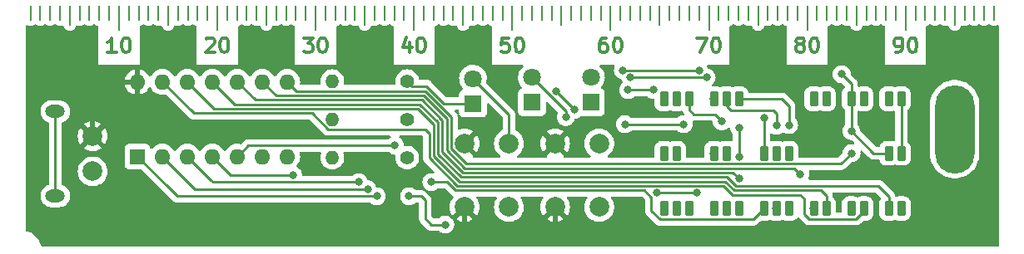
<source format=gtl>
%TF.GenerationSoftware,KiCad,Pcbnew,(6.0.10)*%
%TF.CreationDate,2024-05-12T12:00:46+09:00*%
%TF.ProjectId,simpleLogicCircuit,73696d70-6c65-44c6-9f67-696343697263,rev?*%
%TF.SameCoordinates,Original*%
%TF.FileFunction,Copper,L1,Top*%
%TF.FilePolarity,Positive*%
%FSLAX46Y46*%
G04 Gerber Fmt 4.6, Leading zero omitted, Abs format (unit mm)*
G04 Created by KiCad (PCBNEW (6.0.10)) date 2024-05-12 12:00:46*
%MOMM*%
%LPD*%
G01*
G04 APERTURE LIST*
G04 Aperture macros list*
%AMRoundRect*
0 Rectangle with rounded corners*
0 $1 Rounding radius*
0 $2 $3 $4 $5 $6 $7 $8 $9 X,Y pos of 4 corners*
0 Add a 4 corners polygon primitive as box body*
4,1,4,$2,$3,$4,$5,$6,$7,$8,$9,$2,$3,0*
0 Add four circle primitives for the rounded corners*
1,1,$1+$1,$2,$3*
1,1,$1+$1,$4,$5*
1,1,$1+$1,$6,$7*
1,1,$1+$1,$8,$9*
0 Add four rect primitives between the rounded corners*
20,1,$1+$1,$2,$3,$4,$5,0*
20,1,$1+$1,$4,$5,$6,$7,0*
20,1,$1+$1,$6,$7,$8,$9,0*
20,1,$1+$1,$8,$9,$2,$3,0*%
G04 Aperture macros list end*
%ADD10C,0.300000*%
%TA.AperFunction,NonConductor*%
%ADD11C,0.300000*%
%TD*%
%TA.AperFunction,ComponentPad*%
%ADD12R,1.800000X1.800000*%
%TD*%
%TA.AperFunction,ComponentPad*%
%ADD13C,1.800000*%
%TD*%
%TA.AperFunction,SMDPad,CuDef*%
%ADD14RoundRect,0.225000X-0.225000X-0.525000X0.225000X-0.525000X0.225000X0.525000X-0.225000X0.525000X0*%
%TD*%
%TA.AperFunction,ComponentPad*%
%ADD15C,1.400000*%
%TD*%
%TA.AperFunction,ComponentPad*%
%ADD16O,1.400000X1.400000*%
%TD*%
%TA.AperFunction,ComponentPad*%
%ADD17O,2.000000X1.300000*%
%TD*%
%TA.AperFunction,ComponentPad*%
%ADD18C,2.000000*%
%TD*%
%TA.AperFunction,ComponentPad*%
%ADD19R,1.600000X1.600000*%
%TD*%
%TA.AperFunction,ComponentPad*%
%ADD20O,1.600000X1.600000*%
%TD*%
%TA.AperFunction,ComponentPad*%
%ADD21O,4.000000X9.000000*%
%TD*%
%TA.AperFunction,SMDPad,CuDef*%
%ADD22RoundRect,0.050000X-0.050000X-1.200000X0.050000X-1.200000X0.050000X1.200000X-0.050000X1.200000X0*%
%TD*%
%TA.AperFunction,SMDPad,CuDef*%
%ADD23RoundRect,0.050000X-0.050000X-0.950000X0.050000X-0.950000X0.050000X0.950000X-0.050000X0.950000X0*%
%TD*%
%TA.AperFunction,SMDPad,CuDef*%
%ADD24RoundRect,0.050000X-0.050000X-0.700000X0.050000X-0.700000X0.050000X0.700000X-0.050000X0.700000X0*%
%TD*%
%TA.AperFunction,ViaPad*%
%ADD25C,0.800000*%
%TD*%
%TA.AperFunction,Conductor*%
%ADD26C,0.250000*%
%TD*%
%TA.AperFunction,Conductor*%
%ADD27C,0.500000*%
%TD*%
G04 APERTURE END LIST*
D10*
%TO.C,REF\u002A\u002A*%
D11*
X99571428Y-33178571D02*
X99285714Y-33178571D01*
X99142857Y-33250000D01*
X99071428Y-33321428D01*
X98928571Y-33535714D01*
X98857142Y-33821428D01*
X98857142Y-34392857D01*
X98928571Y-34535714D01*
X99000000Y-34607142D01*
X99142857Y-34678571D01*
X99428571Y-34678571D01*
X99571428Y-34607142D01*
X99642857Y-34535714D01*
X99714285Y-34392857D01*
X99714285Y-34035714D01*
X99642857Y-33892857D01*
X99571428Y-33821428D01*
X99428571Y-33750000D01*
X99142857Y-33750000D01*
X99000000Y-33821428D01*
X98928571Y-33892857D01*
X98857142Y-34035714D01*
X100642857Y-33178571D02*
X100785714Y-33178571D01*
X100928571Y-33250000D01*
X101000000Y-33321428D01*
X101071428Y-33464285D01*
X101142857Y-33750000D01*
X101142857Y-34107142D01*
X101071428Y-34392857D01*
X101000000Y-34535714D01*
X100928571Y-34607142D01*
X100785714Y-34678571D01*
X100642857Y-34678571D01*
X100500000Y-34607142D01*
X100428571Y-34535714D01*
X100357142Y-34392857D01*
X100285714Y-34107142D01*
X100285714Y-33750000D01*
X100357142Y-33464285D01*
X100428571Y-33321428D01*
X100500000Y-33250000D01*
X100642857Y-33178571D01*
D10*
D11*
X49714285Y-34678571D02*
X48857142Y-34678571D01*
X49285714Y-34678571D02*
X49285714Y-33178571D01*
X49142857Y-33392857D01*
X49000000Y-33535714D01*
X48857142Y-33607142D01*
X50642857Y-33178571D02*
X50785714Y-33178571D01*
X50928571Y-33250000D01*
X51000000Y-33321428D01*
X51071428Y-33464285D01*
X51142857Y-33750000D01*
X51142857Y-34107142D01*
X51071428Y-34392857D01*
X51000000Y-34535714D01*
X50928571Y-34607142D01*
X50785714Y-34678571D01*
X50642857Y-34678571D01*
X50500000Y-34607142D01*
X50428571Y-34535714D01*
X50357142Y-34392857D01*
X50285714Y-34107142D01*
X50285714Y-33750000D01*
X50357142Y-33464285D01*
X50428571Y-33321428D01*
X50500000Y-33250000D01*
X50642857Y-33178571D01*
D10*
D11*
X129000000Y-34678571D02*
X129285714Y-34678571D01*
X129428571Y-34607142D01*
X129500000Y-34535714D01*
X129642857Y-34321428D01*
X129714285Y-34035714D01*
X129714285Y-33464285D01*
X129642857Y-33321428D01*
X129571428Y-33250000D01*
X129428571Y-33178571D01*
X129142857Y-33178571D01*
X129000000Y-33250000D01*
X128928571Y-33321428D01*
X128857142Y-33464285D01*
X128857142Y-33821428D01*
X128928571Y-33964285D01*
X129000000Y-34035714D01*
X129142857Y-34107142D01*
X129428571Y-34107142D01*
X129571428Y-34035714D01*
X129642857Y-33964285D01*
X129714285Y-33821428D01*
X130642857Y-33178571D02*
X130785714Y-33178571D01*
X130928571Y-33250000D01*
X131000000Y-33321428D01*
X131071428Y-33464285D01*
X131142857Y-33750000D01*
X131142857Y-34107142D01*
X131071428Y-34392857D01*
X131000000Y-34535714D01*
X130928571Y-34607142D01*
X130785714Y-34678571D01*
X130642857Y-34678571D01*
X130500000Y-34607142D01*
X130428571Y-34535714D01*
X130357142Y-34392857D01*
X130285714Y-34107142D01*
X130285714Y-33750000D01*
X130357142Y-33464285D01*
X130428571Y-33321428D01*
X130500000Y-33250000D01*
X130642857Y-33178571D01*
D10*
D11*
X89642857Y-33178571D02*
X88928571Y-33178571D01*
X88857142Y-33892857D01*
X88928571Y-33821428D01*
X89071428Y-33750000D01*
X89428571Y-33750000D01*
X89571428Y-33821428D01*
X89642857Y-33892857D01*
X89714285Y-34035714D01*
X89714285Y-34392857D01*
X89642857Y-34535714D01*
X89571428Y-34607142D01*
X89428571Y-34678571D01*
X89071428Y-34678571D01*
X88928571Y-34607142D01*
X88857142Y-34535714D01*
X90642857Y-33178571D02*
X90785714Y-33178571D01*
X90928571Y-33250000D01*
X91000000Y-33321428D01*
X91071428Y-33464285D01*
X91142857Y-33750000D01*
X91142857Y-34107142D01*
X91071428Y-34392857D01*
X91000000Y-34535714D01*
X90928571Y-34607142D01*
X90785714Y-34678571D01*
X90642857Y-34678571D01*
X90500000Y-34607142D01*
X90428571Y-34535714D01*
X90357142Y-34392857D01*
X90285714Y-34107142D01*
X90285714Y-33750000D01*
X90357142Y-33464285D01*
X90428571Y-33321428D01*
X90500000Y-33250000D01*
X90642857Y-33178571D01*
D10*
D11*
X119142857Y-33821428D02*
X119000000Y-33750000D01*
X118928571Y-33678571D01*
X118857142Y-33535714D01*
X118857142Y-33464285D01*
X118928571Y-33321428D01*
X119000000Y-33250000D01*
X119142857Y-33178571D01*
X119428571Y-33178571D01*
X119571428Y-33250000D01*
X119642857Y-33321428D01*
X119714285Y-33464285D01*
X119714285Y-33535714D01*
X119642857Y-33678571D01*
X119571428Y-33750000D01*
X119428571Y-33821428D01*
X119142857Y-33821428D01*
X119000000Y-33892857D01*
X118928571Y-33964285D01*
X118857142Y-34107142D01*
X118857142Y-34392857D01*
X118928571Y-34535714D01*
X119000000Y-34607142D01*
X119142857Y-34678571D01*
X119428571Y-34678571D01*
X119571428Y-34607142D01*
X119642857Y-34535714D01*
X119714285Y-34392857D01*
X119714285Y-34107142D01*
X119642857Y-33964285D01*
X119571428Y-33892857D01*
X119428571Y-33821428D01*
X120642857Y-33178571D02*
X120785714Y-33178571D01*
X120928571Y-33250000D01*
X121000000Y-33321428D01*
X121071428Y-33464285D01*
X121142857Y-33750000D01*
X121142857Y-34107142D01*
X121071428Y-34392857D01*
X121000000Y-34535714D01*
X120928571Y-34607142D01*
X120785714Y-34678571D01*
X120642857Y-34678571D01*
X120500000Y-34607142D01*
X120428571Y-34535714D01*
X120357142Y-34392857D01*
X120285714Y-34107142D01*
X120285714Y-33750000D01*
X120357142Y-33464285D01*
X120428571Y-33321428D01*
X120500000Y-33250000D01*
X120642857Y-33178571D01*
D10*
D11*
X79571428Y-33678571D02*
X79571428Y-34678571D01*
X79214285Y-33107142D02*
X78857142Y-34178571D01*
X79785714Y-34178571D01*
X80642857Y-33178571D02*
X80785714Y-33178571D01*
X80928571Y-33250000D01*
X81000000Y-33321428D01*
X81071428Y-33464285D01*
X81142857Y-33750000D01*
X81142857Y-34107142D01*
X81071428Y-34392857D01*
X81000000Y-34535714D01*
X80928571Y-34607142D01*
X80785714Y-34678571D01*
X80642857Y-34678571D01*
X80500000Y-34607142D01*
X80428571Y-34535714D01*
X80357142Y-34392857D01*
X80285714Y-34107142D01*
X80285714Y-33750000D01*
X80357142Y-33464285D01*
X80428571Y-33321428D01*
X80500000Y-33250000D01*
X80642857Y-33178571D01*
D10*
D11*
X58857142Y-33321428D02*
X58928571Y-33250000D01*
X59071428Y-33178571D01*
X59428571Y-33178571D01*
X59571428Y-33250000D01*
X59642857Y-33321428D01*
X59714285Y-33464285D01*
X59714285Y-33607142D01*
X59642857Y-33821428D01*
X58785714Y-34678571D01*
X59714285Y-34678571D01*
X60642857Y-33178571D02*
X60785714Y-33178571D01*
X60928571Y-33250000D01*
X61000000Y-33321428D01*
X61071428Y-33464285D01*
X61142857Y-33750000D01*
X61142857Y-34107142D01*
X61071428Y-34392857D01*
X61000000Y-34535714D01*
X60928571Y-34607142D01*
X60785714Y-34678571D01*
X60642857Y-34678571D01*
X60500000Y-34607142D01*
X60428571Y-34535714D01*
X60357142Y-34392857D01*
X60285714Y-34107142D01*
X60285714Y-33750000D01*
X60357142Y-33464285D01*
X60428571Y-33321428D01*
X60500000Y-33250000D01*
X60642857Y-33178571D01*
D10*
D11*
X68785714Y-33178571D02*
X69714285Y-33178571D01*
X69214285Y-33750000D01*
X69428571Y-33750000D01*
X69571428Y-33821428D01*
X69642857Y-33892857D01*
X69714285Y-34035714D01*
X69714285Y-34392857D01*
X69642857Y-34535714D01*
X69571428Y-34607142D01*
X69428571Y-34678571D01*
X69000000Y-34678571D01*
X68857142Y-34607142D01*
X68785714Y-34535714D01*
X70642857Y-33178571D02*
X70785714Y-33178571D01*
X70928571Y-33250000D01*
X71000000Y-33321428D01*
X71071428Y-33464285D01*
X71142857Y-33750000D01*
X71142857Y-34107142D01*
X71071428Y-34392857D01*
X71000000Y-34535714D01*
X70928571Y-34607142D01*
X70785714Y-34678571D01*
X70642857Y-34678571D01*
X70500000Y-34607142D01*
X70428571Y-34535714D01*
X70357142Y-34392857D01*
X70285714Y-34107142D01*
X70285714Y-33750000D01*
X70357142Y-33464285D01*
X70428571Y-33321428D01*
X70500000Y-33250000D01*
X70642857Y-33178571D01*
D10*
D11*
X108785714Y-33178571D02*
X109785714Y-33178571D01*
X109142857Y-34678571D01*
X110642857Y-33178571D02*
X110785714Y-33178571D01*
X110928571Y-33250000D01*
X111000000Y-33321428D01*
X111071428Y-33464285D01*
X111142857Y-33750000D01*
X111142857Y-34107142D01*
X111071428Y-34392857D01*
X111000000Y-34535714D01*
X110928571Y-34607142D01*
X110785714Y-34678571D01*
X110642857Y-34678571D01*
X110500000Y-34607142D01*
X110428571Y-34535714D01*
X110357142Y-34392857D01*
X110285714Y-34107142D01*
X110285714Y-33750000D01*
X110357142Y-33464285D01*
X110428571Y-33321428D01*
X110500000Y-33250000D01*
X110642857Y-33178571D01*
%TD*%
D12*
%TO.P,X1,1,K*%
%TO.N,Net-(D1-Pad1)*%
X86000000Y-39880000D03*
D13*
%TO.P,X1,2,A*%
%TO.N,/X1*%
X86000000Y-37340000D03*
%TD*%
D14*
%TO.P,AND,1,Pin_1*%
%TO.N,/X1*%
X105435000Y-44952500D03*
%TO.P,AND,2,Pin_2*%
%TO.N,/74HC00-1*%
X106705000Y-44952500D03*
%TO.P,AND,3,Pin_3*%
%TO.N,/X2*%
X110515000Y-44952500D03*
%TO.P,AND,4,Pin_4*%
%TO.N,/74HC00-2*%
X111785000Y-44952500D03*
%TO.P,AND,5,Pin_5*%
%TO.N,/74HC00-3*%
X115595000Y-44952500D03*
%TO.P,AND,6,Pin_6*%
%TO.N,/74HC00-4*%
X116865000Y-44952500D03*
%TO.P,AND,7,Pin_7*%
%TO.N,/74HC00-5*%
X118135000Y-44952500D03*
%TO.P,AND,8,Pin_8*%
%TO.N,/74HC00-6*%
X128295000Y-44952500D03*
%TO.P,AND,9,Pin_9*%
%TO.N,/Y*%
X129565000Y-44952500D03*
%TD*%
D12*
%TO.P,X2,1,K*%
%TO.N,Net-(D2-Pad1)*%
X92000000Y-39775000D03*
D13*
%TO.P,X2,2,A*%
%TO.N,/X2*%
X92000000Y-37235000D03*
%TD*%
D12*
%TO.P,Y,1,K*%
%TO.N,Net-(D3-Pad1)*%
X98000000Y-39775000D03*
D13*
%TO.P,Y,2,A*%
%TO.N,/Y*%
X98000000Y-37235000D03*
%TD*%
D15*
%TO.P,R3,1*%
%TO.N,Net-(D3-Pad1)*%
X79310000Y-45400000D03*
D16*
%TO.P,R3,2*%
%TO.N,GND*%
X71690000Y-45400000D03*
%TD*%
D17*
%TO.P,USB-CPWR,S1,SHIELD*%
%TO.N,unconnected-(J1-PadS1)*%
X43525000Y-40700000D03*
X43525000Y-49300000D03*
D18*
%TO.P,USB-CPWR,A12,GND*%
%TO.N,GND*%
X47325000Y-46800000D03*
%TO.P,USB-CPWR,A9,VBUS*%
%TO.N,+5V*%
X47325000Y-43200000D03*
%TD*%
%TO.P,SW2,1,1*%
%TO.N,+5V*%
X94350000Y-50450000D03*
X94350000Y-43950000D03*
%TO.P,SW2,2,2*%
%TO.N,/X2*%
X98850000Y-43950000D03*
X98850000Y-50450000D03*
%TD*%
D15*
%TO.P,R2,1*%
%TO.N,Net-(D2-Pad1)*%
X79310000Y-41500000D03*
D16*
%TO.P,R2,2*%
%TO.N,GND*%
X71690000Y-41500000D03*
%TD*%
D19*
%TO.P,74HC00,1*%
%TO.N,/74HC00-1*%
X51875000Y-45300000D03*
D20*
%TO.P,74HC00,2*%
%TO.N,/74HC00-2*%
X54415000Y-45300000D03*
%TO.P,74HC00,3*%
%TO.N,/74HC00-3*%
X56955000Y-45300000D03*
%TO.P,74HC00,4*%
%TO.N,/74HC00-4*%
X59495000Y-45300000D03*
%TO.P,74HC00,5*%
%TO.N,/74HC00-5*%
X62035000Y-45300000D03*
%TO.P,74HC00,6*%
%TO.N,/74HC00-6*%
X64575000Y-45300000D03*
%TO.P,74HC00,7,GND*%
%TO.N,GND*%
X67115000Y-45300000D03*
%TO.P,74HC00,8*%
%TO.N,/74HC00-8*%
X67115000Y-37680000D03*
%TO.P,74HC00,9*%
%TO.N,/74HC00-9*%
X64575000Y-37680000D03*
%TO.P,74HC00,10*%
%TO.N,/74HC00-10*%
X62035000Y-37680000D03*
%TO.P,74HC00,11*%
%TO.N,/74HC00-11*%
X59495000Y-37680000D03*
%TO.P,74HC00,12*%
%TO.N,/74HC00-12*%
X56955000Y-37680000D03*
%TO.P,74HC00,13*%
%TO.N,/74HC00-13*%
X54415000Y-37680000D03*
%TO.P,74HC00,14,VCC*%
%TO.N,+5V*%
X51875000Y-37680000D03*
%TD*%
D14*
%TO.P,XOR,1,Pin_1*%
%TO.N,/X1*%
X105435000Y-50600000D03*
%TO.P,XOR,2,Pin_2*%
%TO.N,/74HC00-1*%
X106705000Y-50600000D03*
%TO.P,XOR,3,Pin_3*%
%TO.N,/74HC00-4*%
X107975000Y-50600000D03*
%TO.P,XOR,4,Pin_4*%
%TO.N,/X2*%
X110515000Y-50600000D03*
%TO.P,XOR,5,Pin_5*%
%TO.N,/74HC00-2*%
X111785000Y-50600000D03*
%TO.P,XOR,6,Pin_6*%
%TO.N,/74HC00-10*%
X113055000Y-50600000D03*
%TO.P,XOR,7,Pin_7*%
%TO.N,/74HC00-3*%
X115595000Y-50600000D03*
%TO.P,XOR,8,Pin_8*%
%TO.N,/74HC00-5*%
X116865000Y-50600000D03*
%TO.P,XOR,9,Pin_9*%
%TO.N,/74HC00-9*%
X118135000Y-50600000D03*
%TO.P,XOR,10,Pin_10*%
%TO.N,/74HC00-6*%
X120675000Y-50600000D03*
%TO.P,XOR,11,Pin_11*%
%TO.N,/74HC00-12*%
X121945000Y-50600000D03*
%TO.P,XOR,12,Pin_12*%
%TO.N,/74HC00-8*%
X124485000Y-50600000D03*
%TO.P,XOR,13,Pin_13*%
%TO.N,/74HC00-13*%
X125755000Y-50600000D03*
%TO.P,XOR,14,Pin_14*%
%TO.N,/74HC00-11*%
X128295000Y-50600000D03*
%TO.P,XOR,15,Pin_15*%
%TO.N,/Y*%
X129565000Y-50600000D03*
%TD*%
%TO.P,OR,1,Pin_1*%
%TO.N,/X1*%
X105435000Y-39400000D03*
%TO.P,OR,2,Pin_2*%
%TO.N,/74HC00-1*%
X106705000Y-39400000D03*
%TO.P,OR,3,Pin_3*%
%TO.N,/74HC00-2*%
X107975000Y-39400000D03*
%TO.P,OR,4,Pin_4*%
%TO.N,/X2*%
X110515000Y-39400000D03*
%TO.P,OR,5,Pin_5*%
%TO.N,/74HC00-4*%
X111785000Y-39400000D03*
%TO.P,OR,6,Pin_6*%
%TO.N,/74HC00-5*%
X113055000Y-39400000D03*
%TO.P,OR,7,Pin_7*%
%TO.N,/74HC00-3*%
X120675000Y-39400000D03*
%TO.P,OR,8,Pin_8*%
%TO.N,/74HC00-9*%
X121945000Y-39400000D03*
%TO.P,OR,9,Pin_9*%
%TO.N,/74HC00-6*%
X124485000Y-39400000D03*
%TO.P,OR,10,Pin_10*%
%TO.N,/74HC00-10*%
X125755000Y-39400000D03*
%TO.P,OR,11,Pin_11*%
%TO.N,/74HC00-8*%
X128295000Y-39400000D03*
%TO.P,OR,12,Pin_12*%
%TO.N,/Y*%
X129565000Y-39400000D03*
%TD*%
D21*
%TO.P,REF\u002A\u002A,2*%
%TO.N,N/C*%
X135000000Y-42500000D03*
%TD*%
D18*
%TO.P,SW1,1,1*%
%TO.N,+5V*%
X85150000Y-50450000D03*
X85150000Y-43950000D03*
%TO.P,SW1,2,2*%
%TO.N,/X1*%
X89650000Y-50450000D03*
X89650000Y-43950000D03*
%TD*%
D22*
%TO.P,REF\u002A\u002A,4*%
%TO.N,N/C*%
X60000000Y-31200000D03*
X70000000Y-31200000D03*
X130000000Y-31200000D03*
X90000000Y-31200000D03*
X120000000Y-31200000D03*
X110000000Y-31200000D03*
X80000000Y-31200000D03*
X100000000Y-31200000D03*
X50000000Y-31200000D03*
D23*
%TO.P,REF\u002A\u002A,13*%
X135000000Y-30950000D03*
X75000000Y-30950000D03*
X115000000Y-30950000D03*
X95000000Y-30950000D03*
X55000000Y-30950000D03*
X125000000Y-30950000D03*
X105000000Y-30950000D03*
X85000000Y-30950000D03*
X45000000Y-30950000D03*
X65000000Y-30950000D03*
D24*
%TO.P,REF\u002A\u002A,23*%
X74000000Y-30700000D03*
X64000000Y-30700000D03*
X44000000Y-30700000D03*
X94000000Y-30700000D03*
X84000000Y-30700000D03*
X114000000Y-30700000D03*
X134000000Y-30700000D03*
X124000000Y-30700000D03*
X104000000Y-30700000D03*
X54000000Y-30700000D03*
%TO.P,REF\u002A\u002A,24*%
X103000000Y-30700000D03*
X83000000Y-30700000D03*
X53000000Y-30700000D03*
X93000000Y-30700000D03*
X113000000Y-30700000D03*
X73000000Y-30700000D03*
X63000000Y-30700000D03*
X123000000Y-30700000D03*
X133000000Y-30700000D03*
X43000000Y-30700000D03*
%TO.P,REF\u002A\u002A,25*%
X62000000Y-30700000D03*
X82000000Y-30700000D03*
X102000000Y-30700000D03*
X122000000Y-30700000D03*
X92000000Y-30700000D03*
X132000000Y-30700000D03*
X42000000Y-30700000D03*
X52000000Y-30700000D03*
X72000000Y-30700000D03*
X112000000Y-30700000D03*
%TO.P,REF\u002A\u002A,26*%
X121000000Y-30700000D03*
X81000000Y-30700000D03*
X71000000Y-30700000D03*
X41000000Y-30700000D03*
X111000000Y-30700000D03*
X131000000Y-30700000D03*
X101000000Y-30700000D03*
X91000000Y-30700000D03*
X51000000Y-30700000D03*
X61000000Y-30700000D03*
%TO.P,REF\u002A\u002A,27*%
X76000000Y-30700000D03*
X106000000Y-30700000D03*
X46000000Y-30700000D03*
X96000000Y-30700000D03*
X126000000Y-30700000D03*
X56000000Y-30700000D03*
X66000000Y-30700000D03*
X136000000Y-30700000D03*
X116000000Y-30700000D03*
X86000000Y-30700000D03*
%TO.P,REF\u002A\u002A,28*%
X77000000Y-30700000D03*
X47000000Y-30700000D03*
X87000000Y-30700000D03*
X117000000Y-30700000D03*
X137000000Y-30700000D03*
X67000000Y-30700000D03*
X57000000Y-30700000D03*
X127000000Y-30700000D03*
X97000000Y-30700000D03*
X107000000Y-30700000D03*
%TO.P,REF\u002A\u002A,29*%
X108000000Y-30700000D03*
X68000000Y-30700000D03*
X48000000Y-30700000D03*
X138000000Y-30700000D03*
X128000000Y-30700000D03*
X78000000Y-30700000D03*
X88000000Y-30700000D03*
X118000000Y-30700000D03*
X58000000Y-30700000D03*
X98000000Y-30700000D03*
%TO.P,REF\u002A\u002A,30*%
X79000000Y-30700000D03*
X99000000Y-30700000D03*
X119000000Y-30700000D03*
X49000000Y-30700000D03*
X129000000Y-30700000D03*
X89000000Y-30700000D03*
X69000000Y-30700000D03*
X59000000Y-30700000D03*
X109000000Y-30700000D03*
X139000000Y-30700000D03*
%TD*%
D15*
%TO.P,R1,1*%
%TO.N,Net-(D1-Pad1)*%
X79310000Y-37600000D03*
D16*
%TO.P,R1,2*%
%TO.N,GND*%
X71690000Y-37600000D03*
%TD*%
D25*
%TO.N,/74HC00-5*%
X78070000Y-44170000D03*
%TO.N,/X2*%
X95450000Y-41260000D03*
%TO.N,/74HC00-5*%
X101780000Y-38500000D03*
%TO.N,/74HC00-1*%
X83180000Y-52230000D03*
X79501000Y-49339000D03*
X76214700Y-49339000D03*
%TO.N,/74HC00-2*%
X75291280Y-48614500D03*
%TO.N,/74HC00-3*%
X74380000Y-47890000D03*
X81770000Y-47890000D03*
%TO.N,/74HC00-4*%
X101460000Y-42000000D03*
X96314799Y-40525201D03*
%TO.N,/74HC00-5*%
X104330000Y-38500000D03*
%TO.N,/Y*%
X109762330Y-37235000D03*
X102000000Y-37235000D03*
%TO.N,/74HC00-6*%
X108990000Y-36510500D03*
X101250000Y-36510500D03*
%TO.N,/74HC00-2*%
X111310000Y-41710000D03*
%TO.N,/74HC00-3*%
X115600000Y-41380000D03*
%TO.N,/74HC00-4*%
X116870000Y-42150000D03*
X116870000Y-44960000D03*
%TO.N,/74HC00-5*%
X118150000Y-42090000D03*
%TO.N,/74HC00-10*%
X113049572Y-42346225D03*
X113050000Y-45303000D03*
%TO.N,/X2*%
X108800000Y-49002000D03*
X104725500Y-49002000D03*
%TO.N,/Y*%
X129570000Y-50590000D03*
X129565000Y-44952500D03*
%TO.N,/74HC00-4*%
X107424500Y-42000000D03*
%TO.N,/Y*%
X129565000Y-39400000D03*
%TO.N,/74HC00-4*%
X94444799Y-38655201D03*
%TO.N,/74HC00-6*%
X124485000Y-42685000D03*
%TO.N,/X1*%
X105450000Y-39400000D03*
X105435000Y-50600000D03*
X105450000Y-44950000D03*
%TO.N,/74HC00-1*%
X106700000Y-39400000D03*
X106700000Y-44950000D03*
X106700000Y-50600000D03*
%TO.N,/74HC00-4*%
X107975000Y-50600000D03*
X111785000Y-39400000D03*
X67700000Y-47170284D03*
%TO.N,/X2*%
X110500000Y-39400000D03*
X110500000Y-45000000D03*
X110515000Y-50600000D03*
%TO.N,/74HC00-2*%
X111800000Y-50600000D03*
X111800000Y-44950000D03*
%TO.N,/74HC00-10*%
X125750000Y-39400000D03*
X113050000Y-47550000D03*
X113050000Y-50600000D03*
%TO.N,/74HC00-3*%
X115600000Y-44950000D03*
X115600000Y-50600000D03*
X120700000Y-39400000D03*
%TO.N,/74HC00-5*%
X113050000Y-39400000D03*
X116850000Y-50600000D03*
X118150000Y-44900000D03*
%TO.N,/74HC00-9*%
X121950000Y-39400000D03*
X119300000Y-47100000D03*
X118150000Y-50600000D03*
%TO.N,/74HC00-6*%
X123500000Y-36900000D03*
X120650000Y-50600000D03*
%TO.N,/74HC00-8*%
X124500000Y-44950000D03*
X128300000Y-39400000D03*
X124500000Y-50600000D03*
%TD*%
D26*
%TO.N,/74HC00-13*%
X124937817Y-51675000D02*
X125755000Y-50857817D01*
X120222183Y-51675000D02*
X124937817Y-51675000D01*
X119700000Y-51152817D02*
X120222183Y-51675000D01*
X119700000Y-49600000D02*
X119700000Y-51152817D01*
X125755000Y-50857817D02*
X125755000Y-50600000D01*
X119300000Y-49200000D02*
X119700000Y-49600000D01*
X112401903Y-49200000D02*
X119300000Y-49200000D01*
X111479403Y-48277500D02*
X112401903Y-49200000D01*
X84421687Y-48277500D02*
X111479403Y-48277500D01*
X81550000Y-45405812D02*
X84421687Y-48277500D01*
X81550000Y-42920000D02*
X81550000Y-45405812D01*
X57610000Y-40875000D02*
X69615431Y-40875000D01*
X71265431Y-42525000D02*
X81155000Y-42525000D01*
X54415000Y-37680000D02*
X57610000Y-40875000D01*
X69615431Y-40875000D02*
X71265431Y-42525000D01*
X81155000Y-42525000D02*
X81550000Y-42920000D01*
%TO.N,/74HC00-5*%
X63165000Y-44170000D02*
X78070000Y-44170000D01*
X62035000Y-45300000D02*
X63165000Y-44170000D01*
%TO.N,/X2*%
X95450000Y-40685000D02*
X92000000Y-37235000D01*
X95450000Y-41260000D02*
X95450000Y-40685000D01*
%TO.N,/74HC00-5*%
X101780000Y-38500000D02*
X104330000Y-38500000D01*
%TO.N,/74HC00-1*%
X81760000Y-52230000D02*
X81150000Y-51620000D01*
X83180000Y-52230000D02*
X81760000Y-52230000D01*
X81150000Y-49770000D02*
X81150000Y-51620000D01*
D27*
%TO.N,+5V*%
X85150000Y-54150000D02*
X85130000Y-54170000D01*
X85150000Y-50450000D02*
X85150000Y-54150000D01*
X85130000Y-54170000D02*
X93140000Y-54170000D01*
X46310000Y-54170000D02*
X85130000Y-54170000D01*
X94350000Y-52960000D02*
X94350000Y-50450000D01*
X93140000Y-54170000D02*
X94350000Y-52960000D01*
X45350000Y-53210000D02*
X46310000Y-54170000D01*
X45350000Y-49990000D02*
X45350000Y-53210000D01*
X45350000Y-49990000D02*
X45350000Y-50400000D01*
X45350000Y-45175000D02*
X45350000Y-49990000D01*
D26*
%TO.N,/74HC00-1*%
X80719000Y-49339000D02*
X81150000Y-49770000D01*
X79501000Y-49339000D02*
X80719000Y-49339000D01*
X55132500Y-48557500D02*
X55914000Y-49339000D01*
X51875000Y-45300000D02*
X55132500Y-48557500D01*
X55914000Y-49339000D02*
X76214700Y-49339000D01*
%TO.N,/74HC00-2*%
X57729500Y-48614500D02*
X75291280Y-48614500D01*
X57137500Y-48022500D02*
X57729500Y-48614500D01*
X54415000Y-45300000D02*
X57137500Y-48022500D01*
%TO.N,/74HC00-3*%
X83397791Y-47890000D02*
X84235291Y-48727500D01*
X84235291Y-48727500D02*
X84332500Y-48727500D01*
X81770000Y-47890000D02*
X83397791Y-47890000D01*
X84572500Y-48727500D02*
X84332500Y-48727500D01*
X74374716Y-47895284D02*
X74380000Y-47890000D01*
X59362500Y-47707500D02*
X59550284Y-47895284D01*
X59362500Y-47707500D02*
X56955000Y-45300000D01*
X59550284Y-47895284D02*
X74374716Y-47895284D01*
%TO.N,/74HC00-4*%
X101460000Y-42000000D02*
X107424500Y-42000000D01*
%TO.N,/Y*%
X102000000Y-37235000D02*
X109762330Y-37235000D01*
%TO.N,/74HC00-6*%
X101250000Y-36510500D02*
X108990000Y-36510500D01*
%TO.N,/74HC00-2*%
X111310000Y-41710000D02*
X110600000Y-41000000D01*
%TO.N,/74HC00-3*%
X115595000Y-41385000D02*
X115600000Y-41380000D01*
X115595000Y-44952500D02*
X115595000Y-41385000D01*
%TO.N,/74HC00-4*%
X116870000Y-40950000D02*
X116535000Y-40615000D01*
X111785000Y-40185000D02*
X112215000Y-40615000D01*
X116870000Y-42150000D02*
X116870000Y-40950000D01*
X116535000Y-40615000D02*
X112215000Y-40615000D01*
%TO.N,/74HC00-5*%
X118150000Y-40170000D02*
X118150000Y-42090000D01*
X117380000Y-39400000D02*
X118150000Y-40170000D01*
X113055000Y-39400000D02*
X117380000Y-39400000D01*
%TO.N,/74HC00-10*%
X113050000Y-45303000D02*
X113050000Y-42346653D01*
X113050000Y-42346653D02*
X113049572Y-42346225D01*
%TO.N,/74HC00-3*%
X105007183Y-51700000D02*
X114495000Y-51700000D01*
X114495000Y-51700000D02*
X115595000Y-50600000D01*
X104149098Y-50841915D02*
X105007183Y-51700000D01*
X104149098Y-49450903D02*
X104149098Y-50841915D01*
X103425695Y-48727500D02*
X104149098Y-49450903D01*
X94827500Y-48727500D02*
X103425695Y-48727500D01*
X84572500Y-48727500D02*
X94827500Y-48727500D01*
%TO.N,/X2*%
X104725500Y-49002000D02*
X108800000Y-49002000D01*
%TO.N,/74HC00-4*%
X94444799Y-38655201D02*
X96314799Y-40525201D01*
%TO.N,/74HC00-6*%
X124485000Y-42685000D02*
X124485000Y-41385000D01*
X126752500Y-44952500D02*
X124485000Y-42685000D01*
X128295000Y-44952500D02*
X126752500Y-44952500D01*
X124485000Y-39400000D02*
X124485000Y-41385000D01*
%TO.N,/X1*%
X89650000Y-40990000D02*
X89650000Y-43950000D01*
X86000000Y-37340000D02*
X89650000Y-40990000D01*
%TO.N,/74HC00-4*%
X67699500Y-47169784D02*
X67700000Y-47170284D01*
X111785000Y-39400000D02*
X111785000Y-40185000D01*
X61364784Y-47169784D02*
X67699500Y-47169784D01*
X59495000Y-45300000D02*
X61364784Y-47169784D01*
%TO.N,/74HC00-2*%
X108450000Y-41000000D02*
X107975000Y-40525000D01*
X107975000Y-40525000D02*
X107975000Y-39400000D01*
X110600000Y-41000000D02*
X108450000Y-41000000D01*
%TO.N,/74HC00-10*%
X63880000Y-39525000D02*
X80802208Y-39525000D01*
X112427500Y-46927500D02*
X113050000Y-47550000D01*
X82900000Y-44846625D02*
X84980875Y-46927500D01*
X62035000Y-37680000D02*
X63880000Y-39525000D01*
X80802208Y-39525000D02*
X82900000Y-41622792D01*
X82900000Y-41622792D02*
X82900000Y-44846625D01*
X84980875Y-46927500D02*
X112427500Y-46927500D01*
%TO.N,/74HC00-9*%
X118677500Y-46477500D02*
X119300000Y-47100000D01*
X83350000Y-44660229D02*
X85167271Y-46477500D01*
X80988604Y-39075000D02*
X83350000Y-41436396D01*
X85167271Y-46477500D02*
X118677500Y-46477500D01*
X83350000Y-41436396D02*
X83350000Y-44660229D01*
X64575000Y-37680000D02*
X65970000Y-39075000D01*
X65970000Y-39075000D02*
X80988604Y-39075000D01*
%TO.N,/74HC00-6*%
X124485000Y-37885000D02*
X124485000Y-39400000D01*
X123500000Y-36900000D02*
X124485000Y-37885000D01*
%TO.N,/74HC00-12*%
X80429416Y-40425000D02*
X77425000Y-40425000D01*
X84608083Y-47827500D02*
X82000000Y-45219417D01*
X82000000Y-41995584D02*
X80429416Y-40425000D01*
X56955000Y-37680000D02*
X59700000Y-40425000D01*
X121350000Y-48750000D02*
X112588299Y-48750000D01*
X111665799Y-47827500D02*
X84608083Y-47827500D01*
X112588299Y-48750000D02*
X111665799Y-47827500D01*
X82000000Y-45219417D02*
X82000000Y-41995584D01*
X121945000Y-49345000D02*
X121350000Y-48750000D01*
X121945000Y-50600000D02*
X121945000Y-49345000D01*
X59700000Y-40425000D02*
X77425000Y-40425000D01*
%TO.N,/74HC00-8*%
X68060000Y-38625000D02*
X81175000Y-38625000D01*
X67115000Y-37680000D02*
X68060000Y-38625000D01*
X81175000Y-38625000D02*
X83800000Y-41250000D01*
X83800000Y-44473833D02*
X85353667Y-46027500D01*
X83800000Y-41250000D02*
X83800000Y-44473833D01*
X85353667Y-46027500D02*
X123422500Y-46027500D01*
X123422500Y-46027500D02*
X124500000Y-44950000D01*
%TO.N,/74HC00-11*%
X80615812Y-39975000D02*
X82450000Y-41809188D01*
X112774695Y-48300000D02*
X127200000Y-48300000D01*
X82450000Y-41809188D02*
X82450000Y-45033021D01*
X61790000Y-39975000D02*
X80615812Y-39975000D01*
X111852195Y-47377500D02*
X112774695Y-48300000D01*
X59495000Y-37680000D02*
X61790000Y-39975000D01*
X128295000Y-50600000D02*
X128295000Y-49505000D01*
X127200000Y-48300000D02*
X128295000Y-49395000D01*
X82450000Y-45033021D02*
X84794479Y-47377500D01*
X128295000Y-49395000D02*
X128295000Y-49505000D01*
X84794479Y-47377500D02*
X111852195Y-47377500D01*
%TO.N,/Y*%
X129565000Y-39400000D02*
X129565000Y-44952500D01*
D27*
%TO.N,+5V*%
X94350000Y-50450000D02*
X94350000Y-52700000D01*
X47325000Y-39475000D02*
X47325000Y-43200000D01*
X49120000Y-37680000D02*
X47325000Y-39475000D01*
X51875000Y-37680000D02*
X49120000Y-37680000D01*
X47325000Y-43200000D02*
X45350000Y-45175000D01*
D26*
%TO.N,unconnected-(J1-PadS1)*%
X43525000Y-40700000D02*
X43525000Y-49300000D01*
%TO.N,Net-(D1-Pad1)*%
X79310000Y-37600000D02*
X79810000Y-38100000D01*
X83066396Y-39880000D02*
X86000000Y-39880000D01*
X81286396Y-38100000D02*
X83066396Y-39880000D01*
X79810000Y-38100000D02*
X81286396Y-38100000D01*
%TD*%
%TA.AperFunction,Conductor*%
%TO.N,+5V*%
G36*
X138559647Y-31806840D02*
G01*
X138576180Y-31817466D01*
X138608500Y-31841998D01*
X138673253Y-31891148D01*
X138815527Y-31947478D01*
X138823565Y-31948451D01*
X138823566Y-31948451D01*
X138848338Y-31951449D01*
X138906608Y-31958500D01*
X139093392Y-31958500D01*
X139151662Y-31951449D01*
X139176434Y-31948451D01*
X139176435Y-31948451D01*
X139184473Y-31947478D01*
X139319117Y-31894169D01*
X139389817Y-31887690D01*
X139452797Y-31920462D01*
X139488060Y-31982082D01*
X139491500Y-32011321D01*
X139491500Y-54365500D01*
X139471498Y-54433621D01*
X139417842Y-54480114D01*
X139365500Y-54491500D01*
X42216537Y-54491500D01*
X42148416Y-54471498D01*
X42101923Y-54417842D01*
X42097764Y-54407560D01*
X42056173Y-54290111D01*
X42000934Y-54134119D01*
X41864907Y-53870572D01*
X41851226Y-53851105D01*
X41696835Y-53631430D01*
X41694372Y-53627925D01*
X41492483Y-53410667D01*
X41489168Y-53407953D01*
X41489164Y-53407950D01*
X41266295Y-53225534D01*
X41262977Y-53222818D01*
X41010101Y-53067856D01*
X40909746Y-53023803D01*
X40742465Y-52950372D01*
X40738533Y-52948646D01*
X40711776Y-52941024D01*
X40599981Y-52909178D01*
X40539946Y-52871279D01*
X40509932Y-52806939D01*
X40508500Y-52787999D01*
X40508500Y-49391284D01*
X42015124Y-49391284D01*
X42016103Y-49396981D01*
X42016103Y-49396982D01*
X42045848Y-49570088D01*
X42051181Y-49601126D01*
X42124875Y-49800884D01*
X42187386Y-49905954D01*
X42212381Y-49947966D01*
X42233739Y-49983866D01*
X42374125Y-50143946D01*
X42541333Y-50275762D01*
X42546444Y-50278451D01*
X42546447Y-50278453D01*
X42649961Y-50332915D01*
X42729762Y-50374900D01*
X42735283Y-50376614D01*
X42735287Y-50376616D01*
X42905623Y-50429506D01*
X42933102Y-50438039D01*
X43105982Y-50458500D01*
X43929013Y-50458500D01*
X44021519Y-50450000D01*
X44081270Y-50444510D01*
X44081273Y-50444509D01*
X44087024Y-50443981D01*
X44108093Y-50438039D01*
X44286389Y-50387754D01*
X44286391Y-50387753D01*
X44291948Y-50386186D01*
X44297123Y-50383634D01*
X44297128Y-50383632D01*
X44477727Y-50294570D01*
X44482908Y-50292015D01*
X44653509Y-50164622D01*
X44798037Y-50008271D01*
X44897331Y-49850900D01*
X44908574Y-49833081D01*
X44911653Y-49828201D01*
X44990551Y-49630441D01*
X44993166Y-49617298D01*
X45030962Y-49427282D01*
X45030962Y-49427280D01*
X45032089Y-49421615D01*
X45032177Y-49414942D01*
X45033745Y-49295111D01*
X45034876Y-49208716D01*
X45029664Y-49178385D01*
X44999797Y-49004564D01*
X44999796Y-49004561D01*
X44998819Y-48998874D01*
X44925125Y-48799116D01*
X44816261Y-48616134D01*
X44675875Y-48456054D01*
X44508667Y-48324238D01*
X44503556Y-48321549D01*
X44503553Y-48321547D01*
X44407785Y-48271161D01*
X44320238Y-48225100D01*
X44314717Y-48223386D01*
X44314713Y-48223384D01*
X44247135Y-48202400D01*
X44188010Y-48163097D01*
X44159520Y-48098068D01*
X44158500Y-48082068D01*
X44158500Y-46800000D01*
X45811835Y-46800000D01*
X45830465Y-47036711D01*
X45831619Y-47041518D01*
X45831620Y-47041524D01*
X45853102Y-47131002D01*
X45885895Y-47267594D01*
X45887788Y-47272165D01*
X45887789Y-47272167D01*
X45972749Y-47477279D01*
X45976760Y-47486963D01*
X45979346Y-47491183D01*
X46098241Y-47685202D01*
X46098245Y-47685208D01*
X46100824Y-47689416D01*
X46255031Y-47869969D01*
X46435584Y-48024176D01*
X46439792Y-48026755D01*
X46439798Y-48026759D01*
X46536807Y-48086206D01*
X46638037Y-48148240D01*
X46642607Y-48150133D01*
X46642611Y-48150135D01*
X46852833Y-48237211D01*
X46857406Y-48239105D01*
X46937609Y-48258360D01*
X47083476Y-48293380D01*
X47083482Y-48293381D01*
X47088289Y-48294535D01*
X47325000Y-48313165D01*
X47561711Y-48294535D01*
X47566518Y-48293381D01*
X47566524Y-48293380D01*
X47712391Y-48258360D01*
X47792594Y-48239105D01*
X47797167Y-48237211D01*
X48007389Y-48150135D01*
X48007393Y-48150133D01*
X48011963Y-48148240D01*
X48113193Y-48086206D01*
X48210202Y-48026759D01*
X48210208Y-48026755D01*
X48214416Y-48024176D01*
X48394969Y-47869969D01*
X48549176Y-47689416D01*
X48551755Y-47685208D01*
X48551759Y-47685202D01*
X48670654Y-47491183D01*
X48673240Y-47486963D01*
X48677252Y-47477279D01*
X48762211Y-47272167D01*
X48762212Y-47272165D01*
X48764105Y-47267594D01*
X48796898Y-47131002D01*
X48818380Y-47041524D01*
X48818381Y-47041518D01*
X48819535Y-47036711D01*
X48838165Y-46800000D01*
X48819535Y-46563289D01*
X48818197Y-46557712D01*
X48765260Y-46337218D01*
X48764105Y-46332406D01*
X48756022Y-46312892D01*
X48675135Y-46117611D01*
X48675133Y-46117607D01*
X48673240Y-46113037D01*
X48638442Y-46056252D01*
X48551759Y-45914798D01*
X48551755Y-45914792D01*
X48549176Y-45910584D01*
X48394969Y-45730031D01*
X48214416Y-45575824D01*
X48210208Y-45573245D01*
X48210202Y-45573241D01*
X48016183Y-45454346D01*
X48011963Y-45451760D01*
X48007393Y-45449867D01*
X48007389Y-45449865D01*
X47797167Y-45362789D01*
X47797165Y-45362788D01*
X47792594Y-45360895D01*
X47689403Y-45336121D01*
X47566524Y-45306620D01*
X47566518Y-45306619D01*
X47561711Y-45305465D01*
X47325000Y-45286835D01*
X47088289Y-45305465D01*
X47083482Y-45306619D01*
X47083476Y-45306620D01*
X46960597Y-45336121D01*
X46857406Y-45360895D01*
X46852835Y-45362788D01*
X46852833Y-45362789D01*
X46642611Y-45449865D01*
X46642607Y-45449867D01*
X46638037Y-45451760D01*
X46633817Y-45454346D01*
X46439798Y-45573241D01*
X46439792Y-45573245D01*
X46435584Y-45575824D01*
X46255031Y-45730031D01*
X46100824Y-45910584D01*
X46098245Y-45914792D01*
X46098241Y-45914798D01*
X46011558Y-46056252D01*
X45976760Y-46113037D01*
X45974867Y-46117607D01*
X45974865Y-46117611D01*
X45893978Y-46312892D01*
X45885895Y-46332406D01*
X45884740Y-46337218D01*
X45831804Y-46557712D01*
X45830465Y-46563289D01*
X45811835Y-46800000D01*
X44158500Y-46800000D01*
X44158500Y-44432670D01*
X46457160Y-44432670D01*
X46462887Y-44440320D01*
X46634042Y-44545205D01*
X46642837Y-44549687D01*
X46852988Y-44636734D01*
X46862373Y-44639783D01*
X47083554Y-44692885D01*
X47093301Y-44694428D01*
X47320070Y-44712275D01*
X47329930Y-44712275D01*
X47556699Y-44694428D01*
X47566446Y-44692885D01*
X47787627Y-44639783D01*
X47797012Y-44636734D01*
X48007163Y-44549687D01*
X48015958Y-44545205D01*
X48183445Y-44442568D01*
X48192907Y-44432110D01*
X48189124Y-44423334D01*
X47337812Y-43572022D01*
X47323868Y-43564408D01*
X47322035Y-43564539D01*
X47315420Y-43568790D01*
X46463920Y-44420290D01*
X46457160Y-44432670D01*
X44158500Y-44432670D01*
X44158500Y-43204930D01*
X45812725Y-43204930D01*
X45830572Y-43431699D01*
X45832115Y-43441446D01*
X45885217Y-43662627D01*
X45888266Y-43672012D01*
X45975313Y-43882163D01*
X45979795Y-43890958D01*
X46082432Y-44058445D01*
X46092890Y-44067907D01*
X46101666Y-44064124D01*
X46952978Y-43212812D01*
X46959356Y-43201132D01*
X47689408Y-43201132D01*
X47689539Y-43202965D01*
X47693790Y-43209580D01*
X48545290Y-44061080D01*
X48557670Y-44067840D01*
X48565320Y-44062113D01*
X48670205Y-43890958D01*
X48674687Y-43882163D01*
X48761734Y-43672012D01*
X48764783Y-43662627D01*
X48817885Y-43441446D01*
X48819428Y-43431699D01*
X48837275Y-43204930D01*
X48837275Y-43195070D01*
X48819428Y-42968301D01*
X48817885Y-42958554D01*
X48764783Y-42737373D01*
X48761734Y-42727988D01*
X48674687Y-42517837D01*
X48670205Y-42509042D01*
X48567568Y-42341555D01*
X48557110Y-42332093D01*
X48548334Y-42335876D01*
X47697022Y-43187188D01*
X47689408Y-43201132D01*
X46959356Y-43201132D01*
X46960592Y-43198868D01*
X46960461Y-43197035D01*
X46956210Y-43190420D01*
X46104710Y-42338920D01*
X46092330Y-42332160D01*
X46084680Y-42337887D01*
X45979795Y-42509042D01*
X45975313Y-42517837D01*
X45888266Y-42727988D01*
X45885217Y-42737373D01*
X45832115Y-42958554D01*
X45830572Y-42968301D01*
X45812725Y-43195070D01*
X45812725Y-43204930D01*
X44158500Y-43204930D01*
X44158500Y-41967890D01*
X46457093Y-41967890D01*
X46460876Y-41976666D01*
X47312188Y-42827978D01*
X47326132Y-42835592D01*
X47327965Y-42835461D01*
X47334580Y-42831210D01*
X48186080Y-41979710D01*
X48192840Y-41967330D01*
X48187113Y-41959680D01*
X48015958Y-41854795D01*
X48007163Y-41850313D01*
X47797012Y-41763266D01*
X47787627Y-41760217D01*
X47566446Y-41707115D01*
X47556699Y-41705572D01*
X47329930Y-41687725D01*
X47320070Y-41687725D01*
X47093301Y-41705572D01*
X47083554Y-41707115D01*
X46862373Y-41760217D01*
X46852988Y-41763266D01*
X46642837Y-41850313D01*
X46634042Y-41854795D01*
X46466555Y-41957432D01*
X46457093Y-41967890D01*
X44158500Y-41967890D01*
X44158500Y-41919202D01*
X44178502Y-41851081D01*
X44232158Y-41804588D01*
X44250297Y-41797933D01*
X44253804Y-41796944D01*
X44291948Y-41786186D01*
X44297124Y-41783634D01*
X44297128Y-41783632D01*
X44477727Y-41694570D01*
X44482908Y-41692015D01*
X44534484Y-41653502D01*
X44572290Y-41625271D01*
X44653509Y-41564622D01*
X44798037Y-41408271D01*
X44911653Y-41228201D01*
X44990551Y-41030441D01*
X44992640Y-41019943D01*
X45030962Y-40827282D01*
X45030962Y-40827280D01*
X45032089Y-40821615D01*
X45032192Y-40813787D01*
X45034224Y-40658500D01*
X45034876Y-40608716D01*
X45033689Y-40601810D01*
X44999797Y-40404564D01*
X44999796Y-40404561D01*
X44998819Y-40398874D01*
X44925125Y-40199116D01*
X44836801Y-40050658D01*
X44819215Y-40021099D01*
X44819214Y-40021098D01*
X44816261Y-40016134D01*
X44675875Y-39856054D01*
X44508667Y-39724238D01*
X44503556Y-39721549D01*
X44503553Y-39721547D01*
X44377484Y-39655219D01*
X44320238Y-39625100D01*
X44314717Y-39623386D01*
X44314713Y-39623384D01*
X44122421Y-39563676D01*
X44122422Y-39563676D01*
X44116898Y-39561961D01*
X43944018Y-39541500D01*
X43120987Y-39541500D01*
X43035355Y-39549368D01*
X42968730Y-39555490D01*
X42968727Y-39555491D01*
X42962976Y-39556019D01*
X42957417Y-39557587D01*
X42957416Y-39557587D01*
X42763611Y-39612246D01*
X42763609Y-39612247D01*
X42758052Y-39613814D01*
X42752877Y-39616366D01*
X42752872Y-39616368D01*
X42605705Y-39688943D01*
X42567092Y-39707985D01*
X42396491Y-39835378D01*
X42251963Y-39991729D01*
X42138347Y-40171799D01*
X42059449Y-40369559D01*
X42058323Y-40375219D01*
X42058322Y-40375223D01*
X42022356Y-40556038D01*
X42017911Y-40578385D01*
X42017835Y-40584160D01*
X42017835Y-40584164D01*
X42016862Y-40658500D01*
X42015124Y-40791284D01*
X42016103Y-40796981D01*
X42016103Y-40796982D01*
X42049970Y-40994077D01*
X42051181Y-41001126D01*
X42124875Y-41200884D01*
X42186577Y-41304594D01*
X42209110Y-41342468D01*
X42233739Y-41383866D01*
X42374125Y-41543946D01*
X42541333Y-41675762D01*
X42546444Y-41678451D01*
X42546447Y-41678453D01*
X42634403Y-41724729D01*
X42729762Y-41774900D01*
X42735283Y-41776614D01*
X42735287Y-41776616D01*
X42802865Y-41797600D01*
X42861990Y-41836903D01*
X42890480Y-41901932D01*
X42891500Y-41917932D01*
X42891500Y-48080798D01*
X42871498Y-48148919D01*
X42817842Y-48195412D01*
X42799703Y-48202067D01*
X42758052Y-48213814D01*
X42752876Y-48216366D01*
X42752872Y-48216368D01*
X42596708Y-48293380D01*
X42567092Y-48307985D01*
X42396491Y-48435378D01*
X42251963Y-48591729D01*
X42138347Y-48771799D01*
X42059449Y-48969559D01*
X42058323Y-48975219D01*
X42058322Y-48975223D01*
X42022436Y-49155635D01*
X42017911Y-49178385D01*
X42017835Y-49184160D01*
X42017835Y-49184164D01*
X42017001Y-49247907D01*
X42015124Y-49391284D01*
X40508500Y-49391284D01*
X40508500Y-37946522D01*
X50592273Y-37946522D01*
X50639764Y-38123761D01*
X50643510Y-38134053D01*
X50735586Y-38331511D01*
X50741069Y-38341007D01*
X50866028Y-38519467D01*
X50873084Y-38527875D01*
X51027125Y-38681916D01*
X51035533Y-38688972D01*
X51213993Y-38813931D01*
X51223489Y-38819414D01*
X51420947Y-38911490D01*
X51431239Y-38915236D01*
X51603503Y-38961394D01*
X51617599Y-38961058D01*
X51621000Y-38953116D01*
X51621000Y-37952115D01*
X51616525Y-37936876D01*
X51615135Y-37935671D01*
X51607452Y-37934000D01*
X50607033Y-37934000D01*
X50593502Y-37937973D01*
X50592273Y-37946522D01*
X40508500Y-37946522D01*
X40508500Y-37408503D01*
X50593606Y-37408503D01*
X50593942Y-37422599D01*
X50601884Y-37426000D01*
X51602885Y-37426000D01*
X51618124Y-37421525D01*
X51619329Y-37420135D01*
X51621000Y-37412452D01*
X51621000Y-36412033D01*
X51617027Y-36398502D01*
X51608478Y-36397273D01*
X51431239Y-36444764D01*
X51420947Y-36448510D01*
X51223489Y-36540586D01*
X51213993Y-36546069D01*
X51035533Y-36671028D01*
X51027125Y-36678084D01*
X50873084Y-36832125D01*
X50866028Y-36840533D01*
X50741069Y-37018993D01*
X50735586Y-37028489D01*
X50643510Y-37225947D01*
X50639764Y-37236239D01*
X50593606Y-37408503D01*
X40508500Y-37408503D01*
X40508500Y-32011321D01*
X40528502Y-31943200D01*
X40582158Y-31896707D01*
X40652432Y-31886603D01*
X40680882Y-31894168D01*
X40815527Y-31947478D01*
X40823565Y-31948451D01*
X40823566Y-31948451D01*
X40848338Y-31951449D01*
X40906608Y-31958500D01*
X41093392Y-31958500D01*
X41151662Y-31951449D01*
X41176434Y-31948451D01*
X41176435Y-31948451D01*
X41184473Y-31947478D01*
X41326747Y-31891148D01*
X41391500Y-31841998D01*
X41423820Y-31817466D01*
X41490173Y-31792212D01*
X41559647Y-31806840D01*
X41576180Y-31817466D01*
X41608500Y-31841998D01*
X41673253Y-31891148D01*
X41815527Y-31947478D01*
X41823565Y-31948451D01*
X41823566Y-31948451D01*
X41848338Y-31951449D01*
X41906608Y-31958500D01*
X42093392Y-31958500D01*
X42151662Y-31951449D01*
X42176434Y-31948451D01*
X42176435Y-31948451D01*
X42184473Y-31947478D01*
X42326747Y-31891148D01*
X42391500Y-31841998D01*
X42423820Y-31817466D01*
X42490173Y-31792212D01*
X42559647Y-31806840D01*
X42576180Y-31817466D01*
X42608500Y-31841998D01*
X42673253Y-31891148D01*
X42815527Y-31947478D01*
X42823565Y-31948451D01*
X42823566Y-31948451D01*
X42848338Y-31951449D01*
X42906608Y-31958500D01*
X43093392Y-31958500D01*
X43151662Y-31951449D01*
X43176434Y-31948451D01*
X43176435Y-31948451D01*
X43184473Y-31947478D01*
X43326747Y-31891148D01*
X43391500Y-31841998D01*
X43423820Y-31817466D01*
X43490173Y-31792212D01*
X43559647Y-31806840D01*
X43576180Y-31817466D01*
X43608500Y-31841998D01*
X43673253Y-31891148D01*
X43815527Y-31947478D01*
X43823565Y-31948451D01*
X43823566Y-31948451D01*
X43848338Y-31951449D01*
X43906608Y-31958500D01*
X44093392Y-31958500D01*
X44151662Y-31951449D01*
X44176434Y-31948451D01*
X44176435Y-31948451D01*
X44184473Y-31947478D01*
X44197282Y-31942407D01*
X44230657Y-31929193D01*
X44301357Y-31922714D01*
X44364337Y-31955487D01*
X44399601Y-32017106D01*
X44400608Y-32022729D01*
X44401549Y-32026436D01*
X44402522Y-32034473D01*
X44458852Y-32176747D01*
X44551368Y-32298632D01*
X44673253Y-32391148D01*
X44815527Y-32447478D01*
X44823565Y-32448451D01*
X44823566Y-32448451D01*
X44848338Y-32451449D01*
X44906608Y-32458500D01*
X45093392Y-32458500D01*
X45151662Y-32451449D01*
X45176434Y-32448451D01*
X45176435Y-32448451D01*
X45184473Y-32447478D01*
X45326747Y-32391148D01*
X45448632Y-32298632D01*
X45541148Y-32176747D01*
X45597478Y-32034473D01*
X45598451Y-32026434D01*
X45600441Y-32018597D01*
X45603014Y-32019250D01*
X45625911Y-31965987D01*
X45684762Y-31926274D01*
X45755741Y-31924684D01*
X45769343Y-31929193D01*
X45802718Y-31942407D01*
X45815527Y-31947478D01*
X45823565Y-31948451D01*
X45823566Y-31948451D01*
X45848338Y-31951449D01*
X45906608Y-31958500D01*
X46093392Y-31958500D01*
X46151662Y-31951449D01*
X46176434Y-31948451D01*
X46176435Y-31948451D01*
X46184473Y-31947478D01*
X46326747Y-31891148D01*
X46391500Y-31841998D01*
X46423820Y-31817466D01*
X46490173Y-31792212D01*
X46559647Y-31806840D01*
X46576180Y-31817466D01*
X46608500Y-31841998D01*
X46673253Y-31891148D01*
X46815527Y-31947478D01*
X46823565Y-31948451D01*
X46823566Y-31948451D01*
X46848338Y-31951449D01*
X46906608Y-31958500D01*
X47093392Y-31958500D01*
X47151662Y-31951449D01*
X47176434Y-31948451D01*
X47176435Y-31948451D01*
X47184473Y-31947478D01*
X47326747Y-31891148D01*
X47391500Y-31841998D01*
X47423820Y-31817466D01*
X47490173Y-31792212D01*
X47559647Y-31806840D01*
X47576180Y-31817466D01*
X47608500Y-31841998D01*
X47673253Y-31891148D01*
X47747292Y-31920462D01*
X47807998Y-31944497D01*
X47815527Y-31947478D01*
X47819530Y-31947962D01*
X47879045Y-31983178D01*
X47910900Y-32046627D01*
X47912929Y-32069146D01*
X47912929Y-35941000D01*
X52087072Y-35941000D01*
X52087072Y-32069146D01*
X52107074Y-32001025D01*
X52160730Y-31954532D01*
X52178825Y-31948161D01*
X52184473Y-31947478D01*
X52192003Y-31944497D01*
X52252708Y-31920462D01*
X52326747Y-31891148D01*
X52391500Y-31841998D01*
X52423820Y-31817466D01*
X52490173Y-31792212D01*
X52559647Y-31806840D01*
X52576180Y-31817466D01*
X52608500Y-31841998D01*
X52673253Y-31891148D01*
X52815527Y-31947478D01*
X52823565Y-31948451D01*
X52823566Y-31948451D01*
X52848338Y-31951449D01*
X52906608Y-31958500D01*
X53093392Y-31958500D01*
X53151662Y-31951449D01*
X53176434Y-31948451D01*
X53176435Y-31948451D01*
X53184473Y-31947478D01*
X53326747Y-31891148D01*
X53391500Y-31841998D01*
X53423820Y-31817466D01*
X53490173Y-31792212D01*
X53559647Y-31806840D01*
X53576180Y-31817466D01*
X53608500Y-31841998D01*
X53673253Y-31891148D01*
X53815527Y-31947478D01*
X53823565Y-31948451D01*
X53823566Y-31948451D01*
X53848338Y-31951449D01*
X53906608Y-31958500D01*
X54093392Y-31958500D01*
X54151662Y-31951449D01*
X54176434Y-31948451D01*
X54176435Y-31948451D01*
X54184473Y-31947478D01*
X54197282Y-31942407D01*
X54230657Y-31929193D01*
X54301357Y-31922714D01*
X54364337Y-31955487D01*
X54399601Y-32017106D01*
X54400608Y-32022729D01*
X54401549Y-32026436D01*
X54402522Y-32034473D01*
X54458852Y-32176747D01*
X54551368Y-32298632D01*
X54673253Y-32391148D01*
X54815527Y-32447478D01*
X54823565Y-32448451D01*
X54823566Y-32448451D01*
X54848338Y-32451449D01*
X54906608Y-32458500D01*
X55093392Y-32458500D01*
X55151662Y-32451449D01*
X55176434Y-32448451D01*
X55176435Y-32448451D01*
X55184473Y-32447478D01*
X55326747Y-32391148D01*
X55448632Y-32298632D01*
X55541148Y-32176747D01*
X55597478Y-32034473D01*
X55598451Y-32026434D01*
X55600441Y-32018597D01*
X55603014Y-32019250D01*
X55625911Y-31965987D01*
X55684762Y-31926274D01*
X55755741Y-31924684D01*
X55769343Y-31929193D01*
X55802718Y-31942407D01*
X55815527Y-31947478D01*
X55823565Y-31948451D01*
X55823566Y-31948451D01*
X55848338Y-31951449D01*
X55906608Y-31958500D01*
X56093392Y-31958500D01*
X56151662Y-31951449D01*
X56176434Y-31948451D01*
X56176435Y-31948451D01*
X56184473Y-31947478D01*
X56326747Y-31891148D01*
X56391500Y-31841998D01*
X56423820Y-31817466D01*
X56490173Y-31792212D01*
X56559647Y-31806840D01*
X56576180Y-31817466D01*
X56608500Y-31841998D01*
X56673253Y-31891148D01*
X56815527Y-31947478D01*
X56823565Y-31948451D01*
X56823566Y-31948451D01*
X56848338Y-31951449D01*
X56906608Y-31958500D01*
X57093392Y-31958500D01*
X57151662Y-31951449D01*
X57176434Y-31948451D01*
X57176435Y-31948451D01*
X57184473Y-31947478D01*
X57326747Y-31891148D01*
X57391500Y-31841998D01*
X57423820Y-31817466D01*
X57490173Y-31792212D01*
X57559647Y-31806840D01*
X57576180Y-31817466D01*
X57608500Y-31841998D01*
X57673253Y-31891148D01*
X57747292Y-31920462D01*
X57807998Y-31944497D01*
X57815527Y-31947478D01*
X57819530Y-31947962D01*
X57879045Y-31983178D01*
X57910900Y-32046627D01*
X57912929Y-32069146D01*
X57912929Y-35941000D01*
X62087072Y-35941000D01*
X62087072Y-32069146D01*
X62107074Y-32001025D01*
X62160730Y-31954532D01*
X62178825Y-31948161D01*
X62184473Y-31947478D01*
X62192003Y-31944497D01*
X62252708Y-31920462D01*
X62326747Y-31891148D01*
X62391500Y-31841998D01*
X62423820Y-31817466D01*
X62490173Y-31792212D01*
X62559647Y-31806840D01*
X62576180Y-31817466D01*
X62608500Y-31841998D01*
X62673253Y-31891148D01*
X62815527Y-31947478D01*
X62823565Y-31948451D01*
X62823566Y-31948451D01*
X62848338Y-31951449D01*
X62906608Y-31958500D01*
X63093392Y-31958500D01*
X63151662Y-31951449D01*
X63176434Y-31948451D01*
X63176435Y-31948451D01*
X63184473Y-31947478D01*
X63326747Y-31891148D01*
X63391500Y-31841998D01*
X63423820Y-31817466D01*
X63490173Y-31792212D01*
X63559647Y-31806840D01*
X63576180Y-31817466D01*
X63608500Y-31841998D01*
X63673253Y-31891148D01*
X63815527Y-31947478D01*
X63823565Y-31948451D01*
X63823566Y-31948451D01*
X63848338Y-31951449D01*
X63906608Y-31958500D01*
X64093392Y-31958500D01*
X64151662Y-31951449D01*
X64176434Y-31948451D01*
X64176435Y-31948451D01*
X64184473Y-31947478D01*
X64197282Y-31942407D01*
X64230657Y-31929193D01*
X64301357Y-31922714D01*
X64364337Y-31955487D01*
X64399601Y-32017106D01*
X64400608Y-32022729D01*
X64401549Y-32026436D01*
X64402522Y-32034473D01*
X64458852Y-32176747D01*
X64551368Y-32298632D01*
X64673253Y-32391148D01*
X64815527Y-32447478D01*
X64823565Y-32448451D01*
X64823566Y-32448451D01*
X64848338Y-32451449D01*
X64906608Y-32458500D01*
X65093392Y-32458500D01*
X65151662Y-32451449D01*
X65176434Y-32448451D01*
X65176435Y-32448451D01*
X65184473Y-32447478D01*
X65326747Y-32391148D01*
X65448632Y-32298632D01*
X65541148Y-32176747D01*
X65597478Y-32034473D01*
X65598451Y-32026434D01*
X65600441Y-32018597D01*
X65603014Y-32019250D01*
X65625911Y-31965987D01*
X65684762Y-31926274D01*
X65755741Y-31924684D01*
X65769343Y-31929193D01*
X65802718Y-31942407D01*
X65815527Y-31947478D01*
X65823565Y-31948451D01*
X65823566Y-31948451D01*
X65848338Y-31951449D01*
X65906608Y-31958500D01*
X66093392Y-31958500D01*
X66151662Y-31951449D01*
X66176434Y-31948451D01*
X66176435Y-31948451D01*
X66184473Y-31947478D01*
X66326747Y-31891148D01*
X66391500Y-31841998D01*
X66423820Y-31817466D01*
X66490173Y-31792212D01*
X66559647Y-31806840D01*
X66576180Y-31817466D01*
X66608500Y-31841998D01*
X66673253Y-31891148D01*
X66815527Y-31947478D01*
X66823565Y-31948451D01*
X66823566Y-31948451D01*
X66848338Y-31951449D01*
X66906608Y-31958500D01*
X67093392Y-31958500D01*
X67151662Y-31951449D01*
X67176434Y-31948451D01*
X67176435Y-31948451D01*
X67184473Y-31947478D01*
X67326747Y-31891148D01*
X67391500Y-31841998D01*
X67423820Y-31817466D01*
X67490173Y-31792212D01*
X67559647Y-31806840D01*
X67576180Y-31817466D01*
X67608500Y-31841998D01*
X67673253Y-31891148D01*
X67747292Y-31920462D01*
X67807998Y-31944497D01*
X67815527Y-31947478D01*
X67819530Y-31947962D01*
X67879045Y-31983178D01*
X67910900Y-32046627D01*
X67912929Y-32069146D01*
X67912929Y-35941000D01*
X72087072Y-35941000D01*
X72087072Y-32069146D01*
X72107074Y-32001025D01*
X72160730Y-31954532D01*
X72178825Y-31948161D01*
X72184473Y-31947478D01*
X72192003Y-31944497D01*
X72252708Y-31920462D01*
X72326747Y-31891148D01*
X72391500Y-31841998D01*
X72423820Y-31817466D01*
X72490173Y-31792212D01*
X72559647Y-31806840D01*
X72576180Y-31817466D01*
X72608500Y-31841998D01*
X72673253Y-31891148D01*
X72815527Y-31947478D01*
X72823565Y-31948451D01*
X72823566Y-31948451D01*
X72848338Y-31951449D01*
X72906608Y-31958500D01*
X73093392Y-31958500D01*
X73151662Y-31951449D01*
X73176434Y-31948451D01*
X73176435Y-31948451D01*
X73184473Y-31947478D01*
X73326747Y-31891148D01*
X73391500Y-31841998D01*
X73423820Y-31817466D01*
X73490173Y-31792212D01*
X73559647Y-31806840D01*
X73576180Y-31817466D01*
X73608500Y-31841998D01*
X73673253Y-31891148D01*
X73815527Y-31947478D01*
X73823565Y-31948451D01*
X73823566Y-31948451D01*
X73848338Y-31951449D01*
X73906608Y-31958500D01*
X74093392Y-31958500D01*
X74151662Y-31951449D01*
X74176434Y-31948451D01*
X74176435Y-31948451D01*
X74184473Y-31947478D01*
X74197282Y-31942407D01*
X74230657Y-31929193D01*
X74301357Y-31922714D01*
X74364337Y-31955487D01*
X74399601Y-32017106D01*
X74400608Y-32022729D01*
X74401549Y-32026436D01*
X74402522Y-32034473D01*
X74458852Y-32176747D01*
X74551368Y-32298632D01*
X74673253Y-32391148D01*
X74815527Y-32447478D01*
X74823565Y-32448451D01*
X74823566Y-32448451D01*
X74848338Y-32451449D01*
X74906608Y-32458500D01*
X75093392Y-32458500D01*
X75151662Y-32451449D01*
X75176434Y-32448451D01*
X75176435Y-32448451D01*
X75184473Y-32447478D01*
X75326747Y-32391148D01*
X75448632Y-32298632D01*
X75541148Y-32176747D01*
X75597478Y-32034473D01*
X75598451Y-32026434D01*
X75600441Y-32018597D01*
X75603014Y-32019250D01*
X75625911Y-31965987D01*
X75684762Y-31926274D01*
X75755741Y-31924684D01*
X75769343Y-31929193D01*
X75802718Y-31942407D01*
X75815527Y-31947478D01*
X75823565Y-31948451D01*
X75823566Y-31948451D01*
X75848338Y-31951449D01*
X75906608Y-31958500D01*
X76093392Y-31958500D01*
X76151662Y-31951449D01*
X76176434Y-31948451D01*
X76176435Y-31948451D01*
X76184473Y-31947478D01*
X76326747Y-31891148D01*
X76391500Y-31841998D01*
X76423820Y-31817466D01*
X76490173Y-31792212D01*
X76559647Y-31806840D01*
X76576180Y-31817466D01*
X76608500Y-31841998D01*
X76673253Y-31891148D01*
X76815527Y-31947478D01*
X76823565Y-31948451D01*
X76823566Y-31948451D01*
X76848338Y-31951449D01*
X76906608Y-31958500D01*
X77093392Y-31958500D01*
X77151662Y-31951449D01*
X77176434Y-31948451D01*
X77176435Y-31948451D01*
X77184473Y-31947478D01*
X77326747Y-31891148D01*
X77391500Y-31841998D01*
X77423820Y-31817466D01*
X77490173Y-31792212D01*
X77559647Y-31806840D01*
X77576180Y-31817466D01*
X77608500Y-31841998D01*
X77673253Y-31891148D01*
X77747292Y-31920462D01*
X77807998Y-31944497D01*
X77815527Y-31947478D01*
X77819530Y-31947962D01*
X77879045Y-31983178D01*
X77910900Y-32046627D01*
X77912929Y-32069146D01*
X77912929Y-35941000D01*
X82087072Y-35941000D01*
X82087072Y-32069146D01*
X82107074Y-32001025D01*
X82160730Y-31954532D01*
X82178825Y-31948161D01*
X82184473Y-31947478D01*
X82192003Y-31944497D01*
X82252708Y-31920462D01*
X82326747Y-31891148D01*
X82391500Y-31841998D01*
X82423820Y-31817466D01*
X82490173Y-31792212D01*
X82559647Y-31806840D01*
X82576180Y-31817466D01*
X82608500Y-31841998D01*
X82673253Y-31891148D01*
X82815527Y-31947478D01*
X82823565Y-31948451D01*
X82823566Y-31948451D01*
X82848338Y-31951449D01*
X82906608Y-31958500D01*
X83093392Y-31958500D01*
X83151662Y-31951449D01*
X83176434Y-31948451D01*
X83176435Y-31948451D01*
X83184473Y-31947478D01*
X83326747Y-31891148D01*
X83391500Y-31841998D01*
X83423820Y-31817466D01*
X83490173Y-31792212D01*
X83559647Y-31806840D01*
X83576180Y-31817466D01*
X83608500Y-31841998D01*
X83673253Y-31891148D01*
X83815527Y-31947478D01*
X83823565Y-31948451D01*
X83823566Y-31948451D01*
X83848338Y-31951449D01*
X83906608Y-31958500D01*
X84093392Y-31958500D01*
X84151662Y-31951449D01*
X84176434Y-31948451D01*
X84176435Y-31948451D01*
X84184473Y-31947478D01*
X84197282Y-31942407D01*
X84230657Y-31929193D01*
X84301357Y-31922714D01*
X84364337Y-31955487D01*
X84399601Y-32017106D01*
X84400608Y-32022729D01*
X84401549Y-32026436D01*
X84402522Y-32034473D01*
X84458852Y-32176747D01*
X84551368Y-32298632D01*
X84673253Y-32391148D01*
X84815527Y-32447478D01*
X84823565Y-32448451D01*
X84823566Y-32448451D01*
X84848338Y-32451449D01*
X84906608Y-32458500D01*
X85093392Y-32458500D01*
X85151662Y-32451449D01*
X85176434Y-32448451D01*
X85176435Y-32448451D01*
X85184473Y-32447478D01*
X85326747Y-32391148D01*
X85448632Y-32298632D01*
X85541148Y-32176747D01*
X85597478Y-32034473D01*
X85598451Y-32026434D01*
X85600441Y-32018597D01*
X85603014Y-32019250D01*
X85625911Y-31965987D01*
X85684762Y-31926274D01*
X85755741Y-31924684D01*
X85769343Y-31929193D01*
X85802718Y-31942407D01*
X85815527Y-31947478D01*
X85823565Y-31948451D01*
X85823566Y-31948451D01*
X85848338Y-31951449D01*
X85906608Y-31958500D01*
X86093392Y-31958500D01*
X86151662Y-31951449D01*
X86176434Y-31948451D01*
X86176435Y-31948451D01*
X86184473Y-31947478D01*
X86326747Y-31891148D01*
X86391500Y-31841998D01*
X86423820Y-31817466D01*
X86490173Y-31792212D01*
X86559647Y-31806840D01*
X86576180Y-31817466D01*
X86608500Y-31841998D01*
X86673253Y-31891148D01*
X86815527Y-31947478D01*
X86823565Y-31948451D01*
X86823566Y-31948451D01*
X86848338Y-31951449D01*
X86906608Y-31958500D01*
X87093392Y-31958500D01*
X87151662Y-31951449D01*
X87176434Y-31948451D01*
X87176435Y-31948451D01*
X87184473Y-31947478D01*
X87326747Y-31891148D01*
X87391500Y-31841998D01*
X87423820Y-31817466D01*
X87490173Y-31792212D01*
X87559647Y-31806840D01*
X87576180Y-31817466D01*
X87608500Y-31841998D01*
X87673253Y-31891148D01*
X87747292Y-31920462D01*
X87807998Y-31944497D01*
X87815527Y-31947478D01*
X87819530Y-31947962D01*
X87879045Y-31983178D01*
X87910900Y-32046627D01*
X87912929Y-32069146D01*
X87912929Y-35941000D01*
X90999796Y-35941000D01*
X91067917Y-35961002D01*
X91114410Y-36014658D01*
X91124514Y-36084932D01*
X91095020Y-36149512D01*
X91075453Y-36167757D01*
X91061655Y-36178117D01*
X91058083Y-36181855D01*
X90931603Y-36314209D01*
X90901639Y-36345564D01*
X90898725Y-36349836D01*
X90898724Y-36349837D01*
X90831735Y-36448039D01*
X90771119Y-36536899D01*
X90673602Y-36746981D01*
X90611707Y-36970169D01*
X90587095Y-37200469D01*
X90587392Y-37205622D01*
X90587392Y-37205625D01*
X90600110Y-37426191D01*
X90600427Y-37431697D01*
X90601564Y-37436743D01*
X90601565Y-37436749D01*
X90625200Y-37541625D01*
X90651346Y-37657642D01*
X90653288Y-37662424D01*
X90653289Y-37662428D01*
X90731289Y-37854519D01*
X90738484Y-37872237D01*
X90778095Y-37936876D01*
X90842397Y-38041807D01*
X90859501Y-38069719D01*
X90901546Y-38118257D01*
X90971304Y-38198788D01*
X91000786Y-38263373D01*
X90990671Y-38333646D01*
X90944170Y-38387294D01*
X90920296Y-38399267D01*
X90864515Y-38420179D01*
X90853295Y-38424385D01*
X90736739Y-38511739D01*
X90649385Y-38628295D01*
X90598255Y-38764684D01*
X90591500Y-38826866D01*
X90591500Y-40723134D01*
X90598255Y-40785316D01*
X90649385Y-40921705D01*
X90736739Y-41038261D01*
X90853295Y-41125615D01*
X90989684Y-41176745D01*
X91051866Y-41183500D01*
X92948134Y-41183500D01*
X93010316Y-41176745D01*
X93146705Y-41125615D01*
X93263261Y-41038261D01*
X93350615Y-40921705D01*
X93401745Y-40785316D01*
X93408500Y-40723134D01*
X93408500Y-39843595D01*
X93428502Y-39775474D01*
X93482158Y-39728981D01*
X93552432Y-39718877D01*
X93617012Y-39748371D01*
X93623595Y-39754500D01*
X94599107Y-40730012D01*
X94633133Y-40792324D01*
X94628068Y-40863139D01*
X94619136Y-40882098D01*
X94618780Y-40882715D01*
X94618778Y-40882720D01*
X94615473Y-40888444D01*
X94556458Y-41070072D01*
X94555768Y-41076633D01*
X94555768Y-41076635D01*
X94548200Y-41148642D01*
X94536496Y-41260000D01*
X94537186Y-41266565D01*
X94554978Y-41435842D01*
X94556458Y-41449928D01*
X94615473Y-41631556D01*
X94618776Y-41637278D01*
X94618777Y-41637279D01*
X94633902Y-41663476D01*
X94710960Y-41796944D01*
X94715378Y-41801851D01*
X94715379Y-41801852D01*
X94809340Y-41906206D01*
X94838747Y-41938866D01*
X94922890Y-42000000D01*
X94965341Y-42030842D01*
X94993248Y-42051118D01*
X94999276Y-42053802D01*
X94999278Y-42053803D01*
X95095324Y-42096565D01*
X95167712Y-42128794D01*
X95258332Y-42148056D01*
X95348056Y-42167128D01*
X95348061Y-42167128D01*
X95354513Y-42168500D01*
X95545487Y-42168500D01*
X95551939Y-42167128D01*
X95551944Y-42167128D01*
X95641668Y-42148056D01*
X95732288Y-42128794D01*
X95804676Y-42096565D01*
X95900722Y-42053803D01*
X95900724Y-42053802D01*
X95906752Y-42051118D01*
X95934660Y-42030842D01*
X95977110Y-42000000D01*
X96061253Y-41938866D01*
X96090660Y-41906206D01*
X96184621Y-41801852D01*
X96184622Y-41801851D01*
X96189040Y-41796944D01*
X96266098Y-41663476D01*
X96281223Y-41637279D01*
X96281224Y-41637278D01*
X96284527Y-41631556D01*
X96321774Y-41516922D01*
X96361848Y-41458317D01*
X96415410Y-41432612D01*
X96455907Y-41424004D01*
X96597087Y-41393995D01*
X96603118Y-41391310D01*
X96765521Y-41319004D01*
X96765523Y-41319003D01*
X96771551Y-41316319D01*
X96808678Y-41289345D01*
X96926052Y-41204067D01*
X96927566Y-41206150D01*
X96981154Y-41180419D01*
X97015091Y-41179505D01*
X97051866Y-41183500D01*
X98948134Y-41183500D01*
X99010316Y-41176745D01*
X99146705Y-41125615D01*
X99263261Y-41038261D01*
X99350615Y-40921705D01*
X99401745Y-40785316D01*
X99408500Y-40723134D01*
X99408500Y-38826866D01*
X99401745Y-38764684D01*
X99350615Y-38628295D01*
X99263261Y-38511739D01*
X99146705Y-38424385D01*
X99138296Y-38421233D01*
X99138295Y-38421232D01*
X99079804Y-38399305D01*
X99023039Y-38356664D01*
X98998339Y-38290103D01*
X99013546Y-38220754D01*
X99035093Y-38192073D01*
X99072636Y-38154660D01*
X99072640Y-38154655D01*
X99076303Y-38151005D01*
X99087999Y-38134729D01*
X99130646Y-38075379D01*
X99211458Y-37962917D01*
X99215402Y-37954938D01*
X99311784Y-37759922D01*
X99311785Y-37759920D01*
X99314078Y-37755280D01*
X99381408Y-37533671D01*
X99411640Y-37304041D01*
X99412434Y-37271556D01*
X99413245Y-37238365D01*
X99413245Y-37238361D01*
X99413327Y-37235000D01*
X99401400Y-37089928D01*
X99394773Y-37009318D01*
X99394772Y-37009312D01*
X99394349Y-37004167D01*
X99359002Y-36863444D01*
X99339184Y-36784544D01*
X99339183Y-36784540D01*
X99337925Y-36779533D01*
X99335866Y-36774797D01*
X99247630Y-36571868D01*
X99247628Y-36571865D01*
X99245570Y-36567131D01*
X99119764Y-36372665D01*
X99116224Y-36368774D01*
X98986350Y-36226045D01*
X98963887Y-36201358D01*
X98918965Y-36165881D01*
X98877903Y-36107966D01*
X98874671Y-36037043D01*
X98910296Y-35975631D01*
X98973467Y-35943228D01*
X98997058Y-35941000D01*
X100311518Y-35941000D01*
X100379639Y-35961002D01*
X100426132Y-36014658D01*
X100436236Y-36084932D01*
X100420636Y-36130001D01*
X100415473Y-36138944D01*
X100356458Y-36320572D01*
X100355768Y-36327133D01*
X100355768Y-36327135D01*
X100343405Y-36444764D01*
X100336496Y-36510500D01*
X100337186Y-36517065D01*
X100354110Y-36678084D01*
X100356458Y-36700428D01*
X100415473Y-36882056D01*
X100510960Y-37047444D01*
X100515378Y-37052351D01*
X100515379Y-37052352D01*
X100630411Y-37180108D01*
X100638747Y-37189366D01*
X100793248Y-37301618D01*
X100799276Y-37304302D01*
X100799278Y-37304303D01*
X100961681Y-37376609D01*
X100967712Y-37379294D01*
X101029669Y-37392464D01*
X101092141Y-37426191D01*
X101123304Y-37476774D01*
X101165473Y-37606556D01*
X101168776Y-37612278D01*
X101168777Y-37612279D01*
X101197442Y-37661928D01*
X101214180Y-37730923D01*
X101190960Y-37798015D01*
X101173277Y-37817842D01*
X101168747Y-37821134D01*
X101164325Y-37826045D01*
X101164323Y-37826047D01*
X101063545Y-37937973D01*
X101040960Y-37963056D01*
X100983057Y-38063346D01*
X100958913Y-38105166D01*
X100945473Y-38128444D01*
X100886458Y-38310072D01*
X100885768Y-38316633D01*
X100885768Y-38316635D01*
X100883180Y-38341257D01*
X100866496Y-38500000D01*
X100867186Y-38506565D01*
X100878766Y-38616739D01*
X100886458Y-38689928D01*
X100945473Y-38871556D01*
X100948776Y-38877278D01*
X100948777Y-38877279D01*
X100968529Y-38911490D01*
X101040960Y-39036944D01*
X101168747Y-39178866D01*
X101323248Y-39291118D01*
X101329276Y-39293802D01*
X101329278Y-39293803D01*
X101435687Y-39341179D01*
X101497712Y-39368794D01*
X101591112Y-39388647D01*
X101678056Y-39407128D01*
X101678061Y-39407128D01*
X101684513Y-39408500D01*
X101875487Y-39408500D01*
X101881939Y-39407128D01*
X101881944Y-39407128D01*
X101968888Y-39388647D01*
X102062288Y-39368794D01*
X102124313Y-39341179D01*
X102230722Y-39293803D01*
X102230724Y-39293802D01*
X102236752Y-39291118D01*
X102325694Y-39226498D01*
X102377826Y-39188621D01*
X102391253Y-39178866D01*
X102395668Y-39173963D01*
X102400580Y-39169540D01*
X102401705Y-39170789D01*
X102455014Y-39137949D01*
X102488200Y-39133500D01*
X103621800Y-39133500D01*
X103689921Y-39153502D01*
X103709147Y-39169843D01*
X103709420Y-39169540D01*
X103714332Y-39173963D01*
X103718747Y-39178866D01*
X103732174Y-39188621D01*
X103784307Y-39226498D01*
X103873248Y-39291118D01*
X103879276Y-39293802D01*
X103879278Y-39293803D01*
X103985687Y-39341179D01*
X104047712Y-39368794D01*
X104141112Y-39388647D01*
X104228056Y-39407128D01*
X104228061Y-39407128D01*
X104234513Y-39408500D01*
X104350500Y-39408500D01*
X104418621Y-39428502D01*
X104465114Y-39482158D01*
X104476500Y-39534500D01*
X104476500Y-39973732D01*
X104487113Y-40076019D01*
X104489295Y-40082559D01*
X104538537Y-40230153D01*
X104541244Y-40238268D01*
X104545096Y-40244492D01*
X104545096Y-40244493D01*
X104620596Y-40366500D01*
X104631248Y-40383713D01*
X104752298Y-40504552D01*
X104758528Y-40508392D01*
X104758529Y-40508393D01*
X104891668Y-40590461D01*
X104897899Y-40594302D01*
X105060243Y-40648149D01*
X105067080Y-40648849D01*
X105067082Y-40648850D01*
X105108401Y-40653083D01*
X105161268Y-40658500D01*
X105708732Y-40658500D01*
X105711978Y-40658163D01*
X105711982Y-40658163D01*
X105753442Y-40653861D01*
X105811019Y-40647887D01*
X105879952Y-40624889D01*
X105966324Y-40596073D01*
X105966326Y-40596072D01*
X105973268Y-40593756D01*
X106003780Y-40574874D01*
X106072231Y-40556038D01*
X106136198Y-40574761D01*
X106161667Y-40590461D01*
X106161669Y-40590462D01*
X106167899Y-40594302D01*
X106330243Y-40648149D01*
X106337080Y-40648849D01*
X106337082Y-40648850D01*
X106378401Y-40653083D01*
X106431268Y-40658500D01*
X106978732Y-40658500D01*
X106981978Y-40658163D01*
X106981982Y-40658163D01*
X107023442Y-40653861D01*
X107081019Y-40647887D01*
X107198955Y-40608540D01*
X107269903Y-40605956D01*
X107330987Y-40642139D01*
X107354284Y-40684686D01*
X107356526Y-40683798D01*
X107372804Y-40724912D01*
X107376649Y-40736142D01*
X107388982Y-40778593D01*
X107393015Y-40785412D01*
X107393017Y-40785417D01*
X107399293Y-40796028D01*
X107407988Y-40813776D01*
X107415448Y-40832617D01*
X107420110Y-40839033D01*
X107420110Y-40839034D01*
X107441436Y-40868387D01*
X107447951Y-40878306D01*
X107461585Y-40901359D01*
X107479046Y-40970175D01*
X107456530Y-41037507D01*
X107401187Y-41081977D01*
X107353133Y-41091500D01*
X107329013Y-41091500D01*
X107322561Y-41092872D01*
X107322556Y-41092872D01*
X107235613Y-41111353D01*
X107142212Y-41131206D01*
X107136182Y-41133891D01*
X107136181Y-41133891D01*
X106973778Y-41206197D01*
X106973776Y-41206198D01*
X106967748Y-41208882D01*
X106962407Y-41212762D01*
X106962406Y-41212763D01*
X106858164Y-41288500D01*
X106813247Y-41321134D01*
X106808832Y-41326037D01*
X106803920Y-41330460D01*
X106802795Y-41329211D01*
X106749486Y-41362051D01*
X106716300Y-41366500D01*
X102168200Y-41366500D01*
X102100079Y-41346498D01*
X102080853Y-41330157D01*
X102080580Y-41330460D01*
X102075668Y-41326037D01*
X102071253Y-41321134D01*
X102026336Y-41288500D01*
X101922094Y-41212763D01*
X101922093Y-41212762D01*
X101916752Y-41208882D01*
X101910724Y-41206198D01*
X101910722Y-41206197D01*
X101748319Y-41133891D01*
X101748318Y-41133891D01*
X101742288Y-41131206D01*
X101648887Y-41111353D01*
X101561944Y-41092872D01*
X101561939Y-41092872D01*
X101555487Y-41091500D01*
X101364513Y-41091500D01*
X101358061Y-41092872D01*
X101358056Y-41092872D01*
X101271113Y-41111353D01*
X101177712Y-41131206D01*
X101171682Y-41133891D01*
X101171681Y-41133891D01*
X101009278Y-41206197D01*
X101009276Y-41206198D01*
X101003248Y-41208882D01*
X100997907Y-41212762D01*
X100997906Y-41212763D01*
X100991922Y-41217111D01*
X100848747Y-41321134D01*
X100844326Y-41326044D01*
X100844325Y-41326045D01*
X100732464Y-41450280D01*
X100720960Y-41463056D01*
X100625473Y-41628444D01*
X100566458Y-41810072D01*
X100565768Y-41816633D01*
X100565768Y-41816635D01*
X100552921Y-41938866D01*
X100546496Y-42000000D01*
X100547186Y-42006565D01*
X100564062Y-42167128D01*
X100566458Y-42189928D01*
X100625473Y-42371556D01*
X100628776Y-42377278D01*
X100628777Y-42377279D01*
X100632633Y-42383957D01*
X100720960Y-42536944D01*
X100725378Y-42541851D01*
X100725379Y-42541852D01*
X100781649Y-42604346D01*
X100848747Y-42678866D01*
X100927684Y-42736217D01*
X100969969Y-42766939D01*
X101003248Y-42791118D01*
X101009276Y-42793802D01*
X101009278Y-42793803D01*
X101171681Y-42866109D01*
X101177712Y-42868794D01*
X101268431Y-42888077D01*
X101358056Y-42907128D01*
X101358061Y-42907128D01*
X101364513Y-42908500D01*
X101555487Y-42908500D01*
X101561939Y-42907128D01*
X101561944Y-42907128D01*
X101651569Y-42888077D01*
X101742288Y-42868794D01*
X101748319Y-42866109D01*
X101910722Y-42793803D01*
X101910724Y-42793802D01*
X101916752Y-42791118D01*
X101950032Y-42766939D01*
X102062810Y-42685000D01*
X102071253Y-42678866D01*
X102075668Y-42673963D01*
X102080580Y-42669540D01*
X102081705Y-42670789D01*
X102135014Y-42637949D01*
X102168200Y-42633500D01*
X106716300Y-42633500D01*
X106784421Y-42653502D01*
X106803647Y-42669843D01*
X106803920Y-42669540D01*
X106808832Y-42673963D01*
X106813247Y-42678866D01*
X106821690Y-42685000D01*
X106934469Y-42766939D01*
X106967748Y-42791118D01*
X106973776Y-42793802D01*
X106973778Y-42793803D01*
X107136181Y-42866109D01*
X107142212Y-42868794D01*
X107232931Y-42888077D01*
X107322556Y-42907128D01*
X107322561Y-42907128D01*
X107329013Y-42908500D01*
X107519987Y-42908500D01*
X107526439Y-42907128D01*
X107526444Y-42907128D01*
X107616069Y-42888077D01*
X107706788Y-42868794D01*
X107712819Y-42866109D01*
X107875222Y-42793803D01*
X107875224Y-42793802D01*
X107881252Y-42791118D01*
X107914532Y-42766939D01*
X107956816Y-42736217D01*
X108035753Y-42678866D01*
X108102851Y-42604346D01*
X108159121Y-42541852D01*
X108159122Y-42541851D01*
X108163540Y-42536944D01*
X108251867Y-42383957D01*
X108255723Y-42377279D01*
X108255724Y-42377278D01*
X108259027Y-42371556D01*
X108318042Y-42189928D01*
X108320439Y-42167128D01*
X108337314Y-42006565D01*
X108338004Y-42000000D01*
X108331579Y-41938866D01*
X108318732Y-41816635D01*
X108318732Y-41816633D01*
X108318042Y-41810072D01*
X108315548Y-41802396D01*
X108315524Y-41801542D01*
X108314629Y-41797334D01*
X108315398Y-41797170D01*
X108313518Y-41731430D01*
X108350179Y-41670631D01*
X108413890Y-41639304D01*
X108429769Y-41638191D01*
X108429943Y-41638219D01*
X108431571Y-41638065D01*
X108431587Y-41638064D01*
X108473954Y-41634059D01*
X108485811Y-41633500D01*
X110275004Y-41633500D01*
X110343125Y-41653502D01*
X110389618Y-41707158D01*
X110400314Y-41746329D01*
X110415572Y-41891500D01*
X110416458Y-41899928D01*
X110475473Y-42081556D01*
X110570960Y-42246944D01*
X110575378Y-42251851D01*
X110575379Y-42251852D01*
X110690672Y-42379898D01*
X110698747Y-42388866D01*
X110785947Y-42452221D01*
X110836286Y-42488794D01*
X110853248Y-42501118D01*
X110859276Y-42503802D01*
X110859278Y-42503803D01*
X111021681Y-42576109D01*
X111027712Y-42578794D01*
X111121113Y-42598647D01*
X111208056Y-42617128D01*
X111208061Y-42617128D01*
X111214513Y-42618500D01*
X111405487Y-42618500D01*
X111411939Y-42617128D01*
X111411944Y-42617128D01*
X111498887Y-42598647D01*
X111592288Y-42578794D01*
X111598319Y-42576109D01*
X111760722Y-42503803D01*
X111760724Y-42503802D01*
X111766752Y-42501118D01*
X111783715Y-42488794D01*
X111834053Y-42452221D01*
X111921253Y-42388866D01*
X111928266Y-42381078D01*
X111930181Y-42379898D01*
X111930577Y-42379541D01*
X111930642Y-42379613D01*
X111988712Y-42343840D01*
X112059696Y-42345194D01*
X112118679Y-42384709D01*
X112147208Y-42452219D01*
X112151712Y-42495072D01*
X112153625Y-42513266D01*
X112156030Y-42536153D01*
X112215045Y-42717781D01*
X112218348Y-42723503D01*
X112218349Y-42723504D01*
X112221932Y-42729710D01*
X112310532Y-42883169D01*
X112314950Y-42888076D01*
X112314951Y-42888077D01*
X112384136Y-42964915D01*
X112414854Y-43028922D01*
X112416500Y-43049225D01*
X112416500Y-43614967D01*
X112396498Y-43683088D01*
X112342842Y-43729581D01*
X112272568Y-43739685D01*
X112250841Y-43734562D01*
X112159757Y-43704351D01*
X112152920Y-43703651D01*
X112152918Y-43703650D01*
X112111599Y-43699417D01*
X112058732Y-43694000D01*
X111511268Y-43694000D01*
X111508022Y-43694337D01*
X111508018Y-43694337D01*
X111473917Y-43697875D01*
X111408981Y-43704613D01*
X111390925Y-43710637D01*
X111253676Y-43756427D01*
X111253674Y-43756428D01*
X111246732Y-43758744D01*
X111216220Y-43777626D01*
X111147769Y-43796462D01*
X111083802Y-43777739D01*
X111058333Y-43762039D01*
X111058330Y-43762037D01*
X111052101Y-43758198D01*
X110889757Y-43704351D01*
X110882920Y-43703651D01*
X110882918Y-43703650D01*
X110841599Y-43699417D01*
X110788732Y-43694000D01*
X110241268Y-43694000D01*
X110238022Y-43694337D01*
X110238018Y-43694337D01*
X110203917Y-43697875D01*
X110138981Y-43704613D01*
X110120925Y-43710637D01*
X109983676Y-43756427D01*
X109983674Y-43756428D01*
X109976732Y-43758744D01*
X109970508Y-43762596D01*
X109970507Y-43762596D01*
X109921826Y-43792721D01*
X109831287Y-43848748D01*
X109710448Y-43969798D01*
X109706608Y-43976028D01*
X109706607Y-43976029D01*
X109625255Y-44108007D01*
X109620698Y-44115399D01*
X109566851Y-44277743D01*
X109566151Y-44284580D01*
X109566150Y-44284582D01*
X109564806Y-44297699D01*
X109556500Y-44378768D01*
X109556500Y-45268000D01*
X109536498Y-45336121D01*
X109482842Y-45382614D01*
X109430500Y-45394000D01*
X107789500Y-45394000D01*
X107721379Y-45373998D01*
X107674886Y-45320342D01*
X107663500Y-45268000D01*
X107663500Y-44378768D01*
X107652887Y-44276481D01*
X107615905Y-44165634D01*
X107601073Y-44121176D01*
X107601072Y-44121174D01*
X107598756Y-44114232D01*
X107579981Y-44083891D01*
X107512606Y-43975015D01*
X107508752Y-43968787D01*
X107387702Y-43847948D01*
X107340049Y-43818574D01*
X107248331Y-43762038D01*
X107248329Y-43762037D01*
X107242101Y-43758198D01*
X107079757Y-43704351D01*
X107072920Y-43703651D01*
X107072918Y-43703650D01*
X107031599Y-43699417D01*
X106978732Y-43694000D01*
X106431268Y-43694000D01*
X106428022Y-43694337D01*
X106428018Y-43694337D01*
X106393917Y-43697875D01*
X106328981Y-43704613D01*
X106310925Y-43710637D01*
X106173676Y-43756427D01*
X106173674Y-43756428D01*
X106166732Y-43758744D01*
X106136220Y-43777626D01*
X106067769Y-43796462D01*
X106003802Y-43777739D01*
X105978333Y-43762039D01*
X105978330Y-43762037D01*
X105972101Y-43758198D01*
X105809757Y-43704351D01*
X105802920Y-43703651D01*
X105802918Y-43703650D01*
X105761599Y-43699417D01*
X105708732Y-43694000D01*
X105161268Y-43694000D01*
X105158022Y-43694337D01*
X105158018Y-43694337D01*
X105123917Y-43697875D01*
X105058981Y-43704613D01*
X105040925Y-43710637D01*
X104903676Y-43756427D01*
X104903674Y-43756428D01*
X104896732Y-43758744D01*
X104890508Y-43762596D01*
X104890507Y-43762596D01*
X104841826Y-43792721D01*
X104751287Y-43848748D01*
X104630448Y-43969798D01*
X104626608Y-43976028D01*
X104626607Y-43976029D01*
X104545255Y-44108007D01*
X104540698Y-44115399D01*
X104486851Y-44277743D01*
X104486151Y-44284580D01*
X104486150Y-44284582D01*
X104484806Y-44297699D01*
X104476500Y-44378768D01*
X104476500Y-45268000D01*
X104456498Y-45336121D01*
X104402842Y-45382614D01*
X104350500Y-45394000D01*
X99823573Y-45394000D01*
X99755452Y-45373998D01*
X99708959Y-45320342D01*
X99698855Y-45250068D01*
X99728349Y-45185488D01*
X99741743Y-45172189D01*
X99916208Y-45023182D01*
X99916213Y-45023177D01*
X99919969Y-45019969D01*
X100074176Y-44839416D01*
X100076755Y-44835208D01*
X100076759Y-44835202D01*
X100195654Y-44641183D01*
X100198240Y-44636963D01*
X100200229Y-44632163D01*
X100287211Y-44422167D01*
X100287212Y-44422165D01*
X100289105Y-44417594D01*
X100321337Y-44283337D01*
X100343380Y-44191524D01*
X100343381Y-44191518D01*
X100344535Y-44186711D01*
X100363165Y-43950000D01*
X100344535Y-43713289D01*
X100342453Y-43704613D01*
X100293439Y-43500460D01*
X100289105Y-43482406D01*
X100287211Y-43477833D01*
X100200135Y-43267611D01*
X100200133Y-43267607D01*
X100198240Y-43263037D01*
X100167462Y-43212812D01*
X100076759Y-43064798D01*
X100076755Y-43064792D01*
X100074176Y-43060584D01*
X99919969Y-42880031D01*
X99739416Y-42725824D01*
X99735208Y-42723245D01*
X99735202Y-42723241D01*
X99541183Y-42604346D01*
X99536963Y-42601760D01*
X99532393Y-42599867D01*
X99532389Y-42599865D01*
X99322167Y-42512789D01*
X99322165Y-42512788D01*
X99317594Y-42510895D01*
X99225537Y-42488794D01*
X99091524Y-42456620D01*
X99091518Y-42456619D01*
X99086711Y-42455465D01*
X98850000Y-42436835D01*
X98613289Y-42455465D01*
X98608482Y-42456619D01*
X98608476Y-42456620D01*
X98474463Y-42488794D01*
X98382406Y-42510895D01*
X98377835Y-42512788D01*
X98377833Y-42512789D01*
X98167611Y-42599865D01*
X98167607Y-42599867D01*
X98163037Y-42601760D01*
X98158817Y-42604346D01*
X97964798Y-42723241D01*
X97964792Y-42723245D01*
X97960584Y-42725824D01*
X97780031Y-42880031D01*
X97625824Y-43060584D01*
X97623245Y-43064792D01*
X97623241Y-43064798D01*
X97532538Y-43212812D01*
X97501760Y-43263037D01*
X97499867Y-43267607D01*
X97499865Y-43267611D01*
X97412789Y-43477833D01*
X97410895Y-43482406D01*
X97406561Y-43500460D01*
X97357548Y-43704613D01*
X97355465Y-43713289D01*
X97336835Y-43950000D01*
X97355465Y-44186711D01*
X97356619Y-44191518D01*
X97356620Y-44191524D01*
X97378663Y-44283337D01*
X97410895Y-44417594D01*
X97412788Y-44422165D01*
X97412789Y-44422167D01*
X97499772Y-44632163D01*
X97501760Y-44636963D01*
X97504346Y-44641183D01*
X97623241Y-44835202D01*
X97623245Y-44835208D01*
X97625824Y-44839416D01*
X97780031Y-45019969D01*
X97783787Y-45023177D01*
X97783792Y-45023182D01*
X97958257Y-45172189D01*
X97997067Y-45231639D01*
X97997574Y-45302634D01*
X97959617Y-45362633D01*
X97895249Y-45392586D01*
X97876427Y-45394000D01*
X95310114Y-45394000D01*
X95241993Y-45373998D01*
X95195500Y-45320342D01*
X95185396Y-45250068D01*
X95216679Y-45183467D01*
X95217907Y-45182110D01*
X95214124Y-45173334D01*
X94362812Y-44322022D01*
X94348868Y-44314408D01*
X94347035Y-44314539D01*
X94340420Y-44318790D01*
X93488920Y-45170290D01*
X93482160Y-45182670D01*
X93489512Y-45192491D01*
X93514323Y-45259011D01*
X93499232Y-45328385D01*
X93449030Y-45378587D01*
X93388644Y-45394000D01*
X90623573Y-45394000D01*
X90555452Y-45373998D01*
X90508959Y-45320342D01*
X90498855Y-45250068D01*
X90528349Y-45185488D01*
X90541743Y-45172189D01*
X90716208Y-45023182D01*
X90716213Y-45023177D01*
X90719969Y-45019969D01*
X90874176Y-44839416D01*
X90876755Y-44835208D01*
X90876759Y-44835202D01*
X90995654Y-44641183D01*
X90998240Y-44636963D01*
X91000229Y-44632163D01*
X91087211Y-44422167D01*
X91087212Y-44422165D01*
X91089105Y-44417594D01*
X91121337Y-44283337D01*
X91143380Y-44191524D01*
X91143381Y-44191518D01*
X91144535Y-44186711D01*
X91162777Y-43954930D01*
X92837725Y-43954930D01*
X92855572Y-44181699D01*
X92857115Y-44191446D01*
X92910217Y-44412627D01*
X92913266Y-44422012D01*
X93000313Y-44632163D01*
X93004795Y-44640958D01*
X93107432Y-44808445D01*
X93117890Y-44817907D01*
X93126666Y-44814124D01*
X93977978Y-43962812D01*
X93984356Y-43951132D01*
X94714408Y-43951132D01*
X94714539Y-43952965D01*
X94718790Y-43959580D01*
X95570290Y-44811080D01*
X95582670Y-44817840D01*
X95590320Y-44812113D01*
X95695205Y-44640958D01*
X95699687Y-44632163D01*
X95786734Y-44422012D01*
X95789783Y-44412627D01*
X95842885Y-44191446D01*
X95844428Y-44181699D01*
X95862275Y-43954930D01*
X95862275Y-43945070D01*
X95844428Y-43718301D01*
X95842885Y-43708554D01*
X95789783Y-43487373D01*
X95786734Y-43477988D01*
X95699687Y-43267837D01*
X95695205Y-43259042D01*
X95592568Y-43091555D01*
X95582110Y-43082093D01*
X95573334Y-43085876D01*
X94722022Y-43937188D01*
X94714408Y-43951132D01*
X93984356Y-43951132D01*
X93985592Y-43948868D01*
X93985461Y-43947035D01*
X93981210Y-43940420D01*
X93129710Y-43088920D01*
X93117330Y-43082160D01*
X93109680Y-43087887D01*
X93004795Y-43259042D01*
X93000313Y-43267837D01*
X92913266Y-43477988D01*
X92910217Y-43487373D01*
X92857115Y-43708554D01*
X92855572Y-43718301D01*
X92837725Y-43945070D01*
X92837725Y-43954930D01*
X91162777Y-43954930D01*
X91163165Y-43950000D01*
X91144535Y-43713289D01*
X91142453Y-43704613D01*
X91093439Y-43500460D01*
X91089105Y-43482406D01*
X91087211Y-43477833D01*
X91000135Y-43267611D01*
X91000133Y-43267607D01*
X90998240Y-43263037D01*
X90967462Y-43212812D01*
X90876759Y-43064798D01*
X90876755Y-43064792D01*
X90874176Y-43060584D01*
X90719969Y-42880031D01*
X90539416Y-42725824D01*
X90535208Y-42723245D01*
X90535202Y-42723241D01*
X90526470Y-42717890D01*
X93482093Y-42717890D01*
X93485876Y-42726666D01*
X94337188Y-43577978D01*
X94351132Y-43585592D01*
X94352965Y-43585461D01*
X94359580Y-43581210D01*
X95211080Y-42729710D01*
X95217840Y-42717330D01*
X95212113Y-42709680D01*
X95040958Y-42604795D01*
X95032163Y-42600313D01*
X94822012Y-42513266D01*
X94812627Y-42510217D01*
X94591446Y-42457115D01*
X94581699Y-42455572D01*
X94354930Y-42437725D01*
X94345070Y-42437725D01*
X94118301Y-42455572D01*
X94108554Y-42457115D01*
X93887373Y-42510217D01*
X93877988Y-42513266D01*
X93667837Y-42600313D01*
X93659042Y-42604795D01*
X93491555Y-42707432D01*
X93482093Y-42717890D01*
X90526470Y-42717890D01*
X90343665Y-42605867D01*
X90296034Y-42553219D01*
X90283500Y-42498434D01*
X90283500Y-41068768D01*
X90284027Y-41057585D01*
X90285702Y-41050092D01*
X90285307Y-41037507D01*
X90283562Y-40982002D01*
X90283500Y-40978044D01*
X90283500Y-40950144D01*
X90282996Y-40946153D01*
X90282063Y-40934311D01*
X90281028Y-40901359D01*
X90280674Y-40890111D01*
X90278346Y-40882098D01*
X90275021Y-40870652D01*
X90271012Y-40851293D01*
X90270846Y-40849983D01*
X90268474Y-40831203D01*
X90265558Y-40823837D01*
X90265556Y-40823831D01*
X90252200Y-40790098D01*
X90248355Y-40778868D01*
X90238230Y-40744017D01*
X90238230Y-40744016D01*
X90236019Y-40736407D01*
X90225705Y-40718966D01*
X90217008Y-40701213D01*
X90212472Y-40689758D01*
X90209552Y-40682383D01*
X90183563Y-40646612D01*
X90177047Y-40636692D01*
X90170067Y-40624889D01*
X90154542Y-40598638D01*
X90140221Y-40584317D01*
X90127380Y-40569283D01*
X90115472Y-40552893D01*
X90081395Y-40524702D01*
X90072616Y-40516712D01*
X87391299Y-37835395D01*
X87357273Y-37773083D01*
X87359836Y-37709671D01*
X87367303Y-37685097D01*
X87381408Y-37638671D01*
X87411640Y-37409041D01*
X87411722Y-37405691D01*
X87413245Y-37343365D01*
X87413245Y-37343361D01*
X87413327Y-37340000D01*
X87403936Y-37225775D01*
X87394773Y-37114318D01*
X87394772Y-37114312D01*
X87394349Y-37109167D01*
X87337925Y-36884533D01*
X87331488Y-36869729D01*
X87247630Y-36676868D01*
X87247628Y-36676865D01*
X87245570Y-36672131D01*
X87119764Y-36477665D01*
X87102436Y-36458621D01*
X87055358Y-36406884D01*
X86963887Y-36306358D01*
X86959836Y-36303159D01*
X86959832Y-36303155D01*
X86786177Y-36166011D01*
X86786172Y-36166008D01*
X86782123Y-36162810D01*
X86777607Y-36160317D01*
X86777604Y-36160315D01*
X86583879Y-36053373D01*
X86583875Y-36053371D01*
X86579355Y-36050876D01*
X86574486Y-36049152D01*
X86574482Y-36049150D01*
X86365903Y-35975288D01*
X86365899Y-35975287D01*
X86361028Y-35973562D01*
X86355935Y-35972655D01*
X86355932Y-35972654D01*
X86138095Y-35933851D01*
X86138089Y-35933850D01*
X86133006Y-35932945D01*
X86060096Y-35932054D01*
X85906581Y-35930179D01*
X85906579Y-35930179D01*
X85901411Y-35930116D01*
X85672464Y-35965150D01*
X85452314Y-36037106D01*
X85447726Y-36039494D01*
X85447722Y-36039496D01*
X85279369Y-36127135D01*
X85246872Y-36144052D01*
X85242739Y-36147155D01*
X85242736Y-36147157D01*
X85087613Y-36263627D01*
X85061655Y-36283117D01*
X85058083Y-36286855D01*
X84907182Y-36444764D01*
X84901639Y-36450564D01*
X84898725Y-36454836D01*
X84898724Y-36454837D01*
X84883152Y-36477665D01*
X84771119Y-36641899D01*
X84673602Y-36851981D01*
X84611707Y-37075169D01*
X84587095Y-37305469D01*
X84587392Y-37310622D01*
X84587392Y-37310625D01*
X84597551Y-37486819D01*
X84600427Y-37536697D01*
X84601564Y-37541743D01*
X84601565Y-37541749D01*
X84624519Y-37643602D01*
X84651346Y-37762642D01*
X84653288Y-37767424D01*
X84653289Y-37767428D01*
X84736540Y-37972450D01*
X84738484Y-37977237D01*
X84859501Y-38174719D01*
X84862882Y-38178622D01*
X84971304Y-38303788D01*
X85000786Y-38368373D01*
X84990671Y-38438646D01*
X84944170Y-38492294D01*
X84920296Y-38504267D01*
X84881213Y-38518919D01*
X84853295Y-38529385D01*
X84736739Y-38616739D01*
X84649385Y-38733295D01*
X84598255Y-38869684D01*
X84591500Y-38931866D01*
X84591500Y-39120500D01*
X84571498Y-39188621D01*
X84517842Y-39235114D01*
X84465500Y-39246500D01*
X83380990Y-39246500D01*
X83312869Y-39226498D01*
X83291895Y-39209595D01*
X82554137Y-38471836D01*
X81790048Y-37707747D01*
X81782508Y-37699461D01*
X81778396Y-37692982D01*
X81764572Y-37680000D01*
X81728745Y-37646357D01*
X81725903Y-37643602D01*
X81706166Y-37623865D01*
X81702969Y-37621385D01*
X81693947Y-37613680D01*
X81691104Y-37611010D01*
X81661717Y-37583414D01*
X81654771Y-37579595D01*
X81654768Y-37579593D01*
X81643962Y-37573652D01*
X81627443Y-37562801D01*
X81626979Y-37562441D01*
X81611437Y-37550386D01*
X81604168Y-37547241D01*
X81604164Y-37547238D01*
X81570859Y-37532826D01*
X81560209Y-37527609D01*
X81521456Y-37506305D01*
X81501833Y-37501267D01*
X81483130Y-37494863D01*
X81471816Y-37489967D01*
X81471815Y-37489967D01*
X81464541Y-37486819D01*
X81456718Y-37485580D01*
X81456708Y-37485577D01*
X81420872Y-37479901D01*
X81409252Y-37477495D01*
X81374107Y-37468472D01*
X81374106Y-37468472D01*
X81366426Y-37466500D01*
X81346172Y-37466500D01*
X81326461Y-37464949D01*
X81314282Y-37463020D01*
X81306453Y-37461780D01*
X81298561Y-37462526D01*
X81262435Y-37465941D01*
X81250577Y-37466500D01*
X80622043Y-37466500D01*
X80553922Y-37446498D01*
X80507429Y-37392842D01*
X80500336Y-37373111D01*
X80451379Y-37190400D01*
X80451378Y-37190398D01*
X80449956Y-37185090D01*
X80447633Y-37180108D01*
X80362912Y-36998423D01*
X80362910Y-36998420D01*
X80360589Y-36993442D01*
X80239301Y-36820224D01*
X80089776Y-36670699D01*
X79916558Y-36549411D01*
X79911580Y-36547090D01*
X79911577Y-36547088D01*
X79729892Y-36462367D01*
X79729891Y-36462366D01*
X79724910Y-36460044D01*
X79719602Y-36458622D01*
X79719600Y-36458621D01*
X79525970Y-36406738D01*
X79525968Y-36406738D01*
X79520655Y-36405314D01*
X79310000Y-36386884D01*
X79099345Y-36405314D01*
X79094032Y-36406738D01*
X79094030Y-36406738D01*
X78900400Y-36458621D01*
X78900398Y-36458622D01*
X78895090Y-36460044D01*
X78890109Y-36462366D01*
X78890108Y-36462367D01*
X78708423Y-36547088D01*
X78708420Y-36547090D01*
X78703442Y-36549411D01*
X78530224Y-36670699D01*
X78380699Y-36820224D01*
X78259411Y-36993442D01*
X78257090Y-36998420D01*
X78257088Y-36998423D01*
X78172367Y-37180108D01*
X78170044Y-37185090D01*
X78168622Y-37190398D01*
X78168621Y-37190400D01*
X78116738Y-37384030D01*
X78115314Y-37389345D01*
X78096884Y-37600000D01*
X78115314Y-37810655D01*
X78116739Y-37815972D01*
X78116739Y-37815974D01*
X78121271Y-37832887D01*
X78119583Y-37903863D01*
X78079790Y-37962660D01*
X78014526Y-37990609D01*
X77999565Y-37991500D01*
X73000435Y-37991500D01*
X72932314Y-37971498D01*
X72885821Y-37917842D01*
X72875717Y-37847568D01*
X72878729Y-37832887D01*
X72883261Y-37815974D01*
X72883261Y-37815972D01*
X72884686Y-37810655D01*
X72903116Y-37600000D01*
X72884686Y-37389345D01*
X72883262Y-37384030D01*
X72831379Y-37190400D01*
X72831378Y-37190398D01*
X72829956Y-37185090D01*
X72827633Y-37180108D01*
X72742912Y-36998423D01*
X72742910Y-36998420D01*
X72740589Y-36993442D01*
X72619301Y-36820224D01*
X72469776Y-36670699D01*
X72296558Y-36549411D01*
X72291580Y-36547090D01*
X72291577Y-36547088D01*
X72109892Y-36462367D01*
X72109891Y-36462366D01*
X72104910Y-36460044D01*
X72099602Y-36458622D01*
X72099600Y-36458621D01*
X71905970Y-36406738D01*
X71905968Y-36406738D01*
X71900655Y-36405314D01*
X71690000Y-36386884D01*
X71479345Y-36405314D01*
X71474032Y-36406738D01*
X71474030Y-36406738D01*
X71280400Y-36458621D01*
X71280398Y-36458622D01*
X71275090Y-36460044D01*
X71270109Y-36462366D01*
X71270108Y-36462367D01*
X71088423Y-36547088D01*
X71088420Y-36547090D01*
X71083442Y-36549411D01*
X70910224Y-36670699D01*
X70760699Y-36820224D01*
X70639411Y-36993442D01*
X70637090Y-36998420D01*
X70637088Y-36998423D01*
X70552367Y-37180108D01*
X70550044Y-37185090D01*
X70548622Y-37190398D01*
X70548621Y-37190400D01*
X70496738Y-37384030D01*
X70495314Y-37389345D01*
X70476884Y-37600000D01*
X70495314Y-37810655D01*
X70496739Y-37815972D01*
X70496739Y-37815974D01*
X70501271Y-37832887D01*
X70499583Y-37903863D01*
X70459790Y-37962660D01*
X70394526Y-37990609D01*
X70379565Y-37991500D01*
X68538751Y-37991500D01*
X68470630Y-37971498D01*
X68424137Y-37917842D01*
X68413230Y-37854519D01*
X68428019Y-37685476D01*
X68428019Y-37685475D01*
X68428498Y-37680000D01*
X68408543Y-37451913D01*
X68401600Y-37426000D01*
X68350707Y-37236067D01*
X68350706Y-37236065D01*
X68349284Y-37230757D01*
X68331794Y-37193249D01*
X68254849Y-37028238D01*
X68254846Y-37028233D01*
X68252523Y-37023251D01*
X68170818Y-36906565D01*
X68124357Y-36840211D01*
X68124355Y-36840208D01*
X68121198Y-36835700D01*
X67959300Y-36673802D01*
X67954792Y-36670645D01*
X67954789Y-36670643D01*
X67876611Y-36615902D01*
X67771749Y-36542477D01*
X67766767Y-36540154D01*
X67766762Y-36540151D01*
X67569225Y-36448039D01*
X67569224Y-36448039D01*
X67564243Y-36445716D01*
X67558935Y-36444294D01*
X67558933Y-36444293D01*
X67348402Y-36387881D01*
X67348400Y-36387881D01*
X67343087Y-36386457D01*
X67115000Y-36366502D01*
X66886913Y-36386457D01*
X66881600Y-36387881D01*
X66881598Y-36387881D01*
X66671067Y-36444293D01*
X66671065Y-36444294D01*
X66665757Y-36445716D01*
X66660776Y-36448039D01*
X66660775Y-36448039D01*
X66463238Y-36540151D01*
X66463233Y-36540154D01*
X66458251Y-36542477D01*
X66353389Y-36615902D01*
X66275211Y-36670643D01*
X66275208Y-36670645D01*
X66270700Y-36673802D01*
X66108802Y-36835700D01*
X66105645Y-36840208D01*
X66105643Y-36840211D01*
X66059182Y-36906565D01*
X65977477Y-37023251D01*
X65975154Y-37028233D01*
X65975151Y-37028238D01*
X65959195Y-37062457D01*
X65912278Y-37115742D01*
X65844001Y-37135203D01*
X65776041Y-37114661D01*
X65730805Y-37062457D01*
X65714849Y-37028238D01*
X65714846Y-37028233D01*
X65712523Y-37023251D01*
X65630818Y-36906565D01*
X65584357Y-36840211D01*
X65584355Y-36840208D01*
X65581198Y-36835700D01*
X65419300Y-36673802D01*
X65414792Y-36670645D01*
X65414789Y-36670643D01*
X65336611Y-36615902D01*
X65231749Y-36542477D01*
X65226767Y-36540154D01*
X65226762Y-36540151D01*
X65029225Y-36448039D01*
X65029224Y-36448039D01*
X65024243Y-36445716D01*
X65018935Y-36444294D01*
X65018933Y-36444293D01*
X64808402Y-36387881D01*
X64808400Y-36387881D01*
X64803087Y-36386457D01*
X64575000Y-36366502D01*
X64346913Y-36386457D01*
X64341600Y-36387881D01*
X64341598Y-36387881D01*
X64131067Y-36444293D01*
X64131065Y-36444294D01*
X64125757Y-36445716D01*
X64120776Y-36448039D01*
X64120775Y-36448039D01*
X63923238Y-36540151D01*
X63923233Y-36540154D01*
X63918251Y-36542477D01*
X63813389Y-36615902D01*
X63735211Y-36670643D01*
X63735208Y-36670645D01*
X63730700Y-36673802D01*
X63568802Y-36835700D01*
X63565645Y-36840208D01*
X63565643Y-36840211D01*
X63519182Y-36906565D01*
X63437477Y-37023251D01*
X63435154Y-37028233D01*
X63435151Y-37028238D01*
X63419195Y-37062457D01*
X63372278Y-37115742D01*
X63304001Y-37135203D01*
X63236041Y-37114661D01*
X63190805Y-37062457D01*
X63174849Y-37028238D01*
X63174846Y-37028233D01*
X63172523Y-37023251D01*
X63090818Y-36906565D01*
X63044357Y-36840211D01*
X63044355Y-36840208D01*
X63041198Y-36835700D01*
X62879300Y-36673802D01*
X62874792Y-36670645D01*
X62874789Y-36670643D01*
X62796611Y-36615902D01*
X62691749Y-36542477D01*
X62686767Y-36540154D01*
X62686762Y-36540151D01*
X62489225Y-36448039D01*
X62489224Y-36448039D01*
X62484243Y-36445716D01*
X62478935Y-36444294D01*
X62478933Y-36444293D01*
X62268402Y-36387881D01*
X62268400Y-36387881D01*
X62263087Y-36386457D01*
X62035000Y-36366502D01*
X61806913Y-36386457D01*
X61801600Y-36387881D01*
X61801598Y-36387881D01*
X61591067Y-36444293D01*
X61591065Y-36444294D01*
X61585757Y-36445716D01*
X61580776Y-36448039D01*
X61580775Y-36448039D01*
X61383238Y-36540151D01*
X61383233Y-36540154D01*
X61378251Y-36542477D01*
X61273389Y-36615902D01*
X61195211Y-36670643D01*
X61195208Y-36670645D01*
X61190700Y-36673802D01*
X61028802Y-36835700D01*
X61025645Y-36840208D01*
X61025643Y-36840211D01*
X60979182Y-36906565D01*
X60897477Y-37023251D01*
X60895154Y-37028233D01*
X60895151Y-37028238D01*
X60879195Y-37062457D01*
X60832278Y-37115742D01*
X60764001Y-37135203D01*
X60696041Y-37114661D01*
X60650805Y-37062457D01*
X60634849Y-37028238D01*
X60634846Y-37028233D01*
X60632523Y-37023251D01*
X60550818Y-36906565D01*
X60504357Y-36840211D01*
X60504355Y-36840208D01*
X60501198Y-36835700D01*
X60339300Y-36673802D01*
X60334792Y-36670645D01*
X60334789Y-36670643D01*
X60256611Y-36615902D01*
X60151749Y-36542477D01*
X60146767Y-36540154D01*
X60146762Y-36540151D01*
X59949225Y-36448039D01*
X59949224Y-36448039D01*
X59944243Y-36445716D01*
X59938935Y-36444294D01*
X59938933Y-36444293D01*
X59728402Y-36387881D01*
X59728400Y-36387881D01*
X59723087Y-36386457D01*
X59495000Y-36366502D01*
X59266913Y-36386457D01*
X59261600Y-36387881D01*
X59261598Y-36387881D01*
X59051067Y-36444293D01*
X59051065Y-36444294D01*
X59045757Y-36445716D01*
X59040776Y-36448039D01*
X59040775Y-36448039D01*
X58843238Y-36540151D01*
X58843233Y-36540154D01*
X58838251Y-36542477D01*
X58733389Y-36615902D01*
X58655211Y-36670643D01*
X58655208Y-36670645D01*
X58650700Y-36673802D01*
X58488802Y-36835700D01*
X58485645Y-36840208D01*
X58485643Y-36840211D01*
X58439182Y-36906565D01*
X58357477Y-37023251D01*
X58355154Y-37028233D01*
X58355151Y-37028238D01*
X58339195Y-37062457D01*
X58292278Y-37115742D01*
X58224001Y-37135203D01*
X58156041Y-37114661D01*
X58110805Y-37062457D01*
X58094849Y-37028238D01*
X58094846Y-37028233D01*
X58092523Y-37023251D01*
X58010818Y-36906565D01*
X57964357Y-36840211D01*
X57964355Y-36840208D01*
X57961198Y-36835700D01*
X57799300Y-36673802D01*
X57794792Y-36670645D01*
X57794789Y-36670643D01*
X57716611Y-36615902D01*
X57611749Y-36542477D01*
X57606767Y-36540154D01*
X57606762Y-36540151D01*
X57409225Y-36448039D01*
X57409224Y-36448039D01*
X57404243Y-36445716D01*
X57398935Y-36444294D01*
X57398933Y-36444293D01*
X57188402Y-36387881D01*
X57188400Y-36387881D01*
X57183087Y-36386457D01*
X56955000Y-36366502D01*
X56726913Y-36386457D01*
X56721600Y-36387881D01*
X56721598Y-36387881D01*
X56511067Y-36444293D01*
X56511065Y-36444294D01*
X56505757Y-36445716D01*
X56500776Y-36448039D01*
X56500775Y-36448039D01*
X56303238Y-36540151D01*
X56303233Y-36540154D01*
X56298251Y-36542477D01*
X56193389Y-36615902D01*
X56115211Y-36670643D01*
X56115208Y-36670645D01*
X56110700Y-36673802D01*
X55948802Y-36835700D01*
X55945645Y-36840208D01*
X55945643Y-36840211D01*
X55899182Y-36906565D01*
X55817477Y-37023251D01*
X55815154Y-37028233D01*
X55815151Y-37028238D01*
X55799195Y-37062457D01*
X55752278Y-37115742D01*
X55684001Y-37135203D01*
X55616041Y-37114661D01*
X55570805Y-37062457D01*
X55554849Y-37028238D01*
X55554846Y-37028233D01*
X55552523Y-37023251D01*
X55470818Y-36906565D01*
X55424357Y-36840211D01*
X55424355Y-36840208D01*
X55421198Y-36835700D01*
X55259300Y-36673802D01*
X55254792Y-36670645D01*
X55254789Y-36670643D01*
X55176611Y-36615902D01*
X55071749Y-36542477D01*
X55066767Y-36540154D01*
X55066762Y-36540151D01*
X54869225Y-36448039D01*
X54869224Y-36448039D01*
X54864243Y-36445716D01*
X54858935Y-36444294D01*
X54858933Y-36444293D01*
X54648402Y-36387881D01*
X54648400Y-36387881D01*
X54643087Y-36386457D01*
X54415000Y-36366502D01*
X54186913Y-36386457D01*
X54181600Y-36387881D01*
X54181598Y-36387881D01*
X53971067Y-36444293D01*
X53971065Y-36444294D01*
X53965757Y-36445716D01*
X53960776Y-36448039D01*
X53960775Y-36448039D01*
X53763238Y-36540151D01*
X53763233Y-36540154D01*
X53758251Y-36542477D01*
X53653389Y-36615902D01*
X53575211Y-36670643D01*
X53575208Y-36670645D01*
X53570700Y-36673802D01*
X53408802Y-36835700D01*
X53405645Y-36840208D01*
X53405643Y-36840211D01*
X53359182Y-36906565D01*
X53277477Y-37023251D01*
X53275154Y-37028233D01*
X53275151Y-37028238D01*
X53258919Y-37063049D01*
X53212002Y-37116334D01*
X53143725Y-37135795D01*
X53075765Y-37115253D01*
X53030529Y-37063049D01*
X53014414Y-37028489D01*
X53008931Y-37018993D01*
X52883972Y-36840533D01*
X52876916Y-36832125D01*
X52722875Y-36678084D01*
X52714467Y-36671028D01*
X52536007Y-36546069D01*
X52526511Y-36540586D01*
X52329053Y-36448510D01*
X52318761Y-36444764D01*
X52146497Y-36398606D01*
X52132401Y-36398942D01*
X52129000Y-36406884D01*
X52129000Y-38947967D01*
X52132973Y-38961498D01*
X52141522Y-38962727D01*
X52318761Y-38915236D01*
X52329053Y-38911490D01*
X52526511Y-38819414D01*
X52536007Y-38813931D01*
X52714467Y-38688972D01*
X52722875Y-38681916D01*
X52876916Y-38527875D01*
X52883972Y-38519467D01*
X53008931Y-38341007D01*
X53014414Y-38331511D01*
X53030529Y-38296951D01*
X53077446Y-38243666D01*
X53145723Y-38224205D01*
X53213683Y-38244747D01*
X53258919Y-38296951D01*
X53275151Y-38331762D01*
X53275154Y-38331767D01*
X53277477Y-38336749D01*
X53329548Y-38411114D01*
X53400007Y-38511739D01*
X53408802Y-38524300D01*
X53570700Y-38686198D01*
X53575208Y-38689355D01*
X53575211Y-38689357D01*
X53634451Y-38730837D01*
X53758251Y-38817523D01*
X53763233Y-38819846D01*
X53763238Y-38819849D01*
X53959765Y-38911490D01*
X53965757Y-38914284D01*
X53971065Y-38915706D01*
X53971067Y-38915707D01*
X54181598Y-38972119D01*
X54181600Y-38972119D01*
X54186913Y-38973543D01*
X54415000Y-38993498D01*
X54643087Y-38973543D01*
X54648398Y-38972120D01*
X54648409Y-38972118D01*
X54706541Y-38956541D01*
X54777517Y-38958230D01*
X54828248Y-38989152D01*
X57106343Y-41267247D01*
X57113887Y-41275537D01*
X57118000Y-41282018D01*
X57123777Y-41287443D01*
X57167667Y-41328658D01*
X57170509Y-41331413D01*
X57190230Y-41351134D01*
X57193425Y-41353612D01*
X57202447Y-41361318D01*
X57234679Y-41391586D01*
X57241628Y-41395406D01*
X57252432Y-41401346D01*
X57268956Y-41412199D01*
X57284959Y-41424613D01*
X57325543Y-41442176D01*
X57336173Y-41447383D01*
X57374940Y-41468695D01*
X57382617Y-41470666D01*
X57382622Y-41470668D01*
X57394558Y-41473732D01*
X57413266Y-41480137D01*
X57431855Y-41488181D01*
X57439680Y-41489420D01*
X57439682Y-41489421D01*
X57475519Y-41495097D01*
X57487140Y-41497504D01*
X57518188Y-41505475D01*
X57529970Y-41508500D01*
X57550231Y-41508500D01*
X57569940Y-41510051D01*
X57589943Y-41513219D01*
X57597835Y-41512473D01*
X57603062Y-41511979D01*
X57633954Y-41509059D01*
X57645811Y-41508500D01*
X69300837Y-41508500D01*
X69368958Y-41528502D01*
X69389932Y-41545405D01*
X70761774Y-42917247D01*
X70769318Y-42925537D01*
X70773431Y-42932018D01*
X70779208Y-42937443D01*
X70823098Y-42978658D01*
X70825940Y-42981413D01*
X70845661Y-43001134D01*
X70848856Y-43003612D01*
X70857878Y-43011318D01*
X70890110Y-43041586D01*
X70897059Y-43045406D01*
X70907863Y-43051346D01*
X70924387Y-43062199D01*
X70940390Y-43074613D01*
X70980974Y-43092176D01*
X70991604Y-43097383D01*
X71030371Y-43118695D01*
X71038048Y-43120666D01*
X71038053Y-43120668D01*
X71049989Y-43123732D01*
X71068697Y-43130137D01*
X71087286Y-43138181D01*
X71095111Y-43139420D01*
X71095113Y-43139421D01*
X71130950Y-43145097D01*
X71142571Y-43147504D01*
X71177720Y-43156528D01*
X71185401Y-43158500D01*
X71205662Y-43158500D01*
X71225371Y-43160051D01*
X71245374Y-43163219D01*
X71253266Y-43162473D01*
X71258493Y-43161979D01*
X71289385Y-43159059D01*
X71301242Y-43158500D01*
X77528790Y-43158500D01*
X77596911Y-43178502D01*
X77643404Y-43232158D01*
X77653508Y-43302432D01*
X77624014Y-43367012D01*
X77602852Y-43386435D01*
X77458747Y-43491134D01*
X77454332Y-43496037D01*
X77449420Y-43500460D01*
X77448295Y-43499211D01*
X77394986Y-43532051D01*
X77361800Y-43536500D01*
X63243763Y-43536500D01*
X63232579Y-43535973D01*
X63225091Y-43534299D01*
X63217168Y-43534548D01*
X63157033Y-43536438D01*
X63153075Y-43536500D01*
X63125144Y-43536500D01*
X63121229Y-43536995D01*
X63121225Y-43536995D01*
X63121167Y-43537003D01*
X63121138Y-43537006D01*
X63109296Y-43537939D01*
X63065110Y-43539327D01*
X63047744Y-43544372D01*
X63045658Y-43544978D01*
X63026306Y-43548986D01*
X63019235Y-43549880D01*
X63006203Y-43551526D01*
X62998834Y-43554443D01*
X62998832Y-43554444D01*
X62965097Y-43567800D01*
X62953870Y-43571645D01*
X62951687Y-43572279D01*
X62911407Y-43583982D01*
X62904585Y-43588016D01*
X62904579Y-43588019D01*
X62893968Y-43594294D01*
X62876218Y-43602990D01*
X62864756Y-43607528D01*
X62864751Y-43607531D01*
X62857383Y-43610448D01*
X62839970Y-43623099D01*
X62821625Y-43636427D01*
X62811707Y-43642943D01*
X62793019Y-43653995D01*
X62773637Y-43665458D01*
X62759313Y-43679782D01*
X62744281Y-43692621D01*
X62727893Y-43704528D01*
X62701677Y-43736218D01*
X62699712Y-43738593D01*
X62691722Y-43747373D01*
X62448247Y-43990848D01*
X62385935Y-44024874D01*
X62326542Y-44023460D01*
X62263087Y-44006457D01*
X62035000Y-43986502D01*
X61806913Y-44006457D01*
X61801600Y-44007881D01*
X61801598Y-44007881D01*
X61591067Y-44064293D01*
X61591065Y-44064294D01*
X61585757Y-44065716D01*
X61580776Y-44068039D01*
X61580775Y-44068039D01*
X61383238Y-44160151D01*
X61383233Y-44160154D01*
X61378251Y-44162477D01*
X61336768Y-44191524D01*
X61195211Y-44290643D01*
X61195208Y-44290645D01*
X61190700Y-44293802D01*
X61028802Y-44455700D01*
X61025645Y-44460208D01*
X61025643Y-44460211D01*
X61015572Y-44474594D01*
X60897477Y-44643251D01*
X60895154Y-44648233D01*
X60895151Y-44648238D01*
X60879195Y-44682457D01*
X60832278Y-44735742D01*
X60764001Y-44755203D01*
X60696041Y-44734661D01*
X60650805Y-44682457D01*
X60634849Y-44648238D01*
X60634846Y-44648233D01*
X60632523Y-44643251D01*
X60514428Y-44474594D01*
X60504357Y-44460211D01*
X60504355Y-44460208D01*
X60501198Y-44455700D01*
X60339300Y-44293802D01*
X60334792Y-44290645D01*
X60334789Y-44290643D01*
X60193232Y-44191524D01*
X60151749Y-44162477D01*
X60146767Y-44160154D01*
X60146762Y-44160151D01*
X59949225Y-44068039D01*
X59949224Y-44068039D01*
X59944243Y-44065716D01*
X59938935Y-44064294D01*
X59938933Y-44064293D01*
X59728402Y-44007881D01*
X59728400Y-44007881D01*
X59723087Y-44006457D01*
X59495000Y-43986502D01*
X59266913Y-44006457D01*
X59261600Y-44007881D01*
X59261598Y-44007881D01*
X59051067Y-44064293D01*
X59051065Y-44064294D01*
X59045757Y-44065716D01*
X59040776Y-44068039D01*
X59040775Y-44068039D01*
X58843238Y-44160151D01*
X58843233Y-44160154D01*
X58838251Y-44162477D01*
X58796768Y-44191524D01*
X58655211Y-44290643D01*
X58655208Y-44290645D01*
X58650700Y-44293802D01*
X58488802Y-44455700D01*
X58485645Y-44460208D01*
X58485643Y-44460211D01*
X58475572Y-44474594D01*
X58357477Y-44643251D01*
X58355154Y-44648233D01*
X58355151Y-44648238D01*
X58339195Y-44682457D01*
X58292278Y-44735742D01*
X58224001Y-44755203D01*
X58156041Y-44734661D01*
X58110805Y-44682457D01*
X58094849Y-44648238D01*
X58094846Y-44648233D01*
X58092523Y-44643251D01*
X57974428Y-44474594D01*
X57964357Y-44460211D01*
X57964355Y-44460208D01*
X57961198Y-44455700D01*
X57799300Y-44293802D01*
X57794792Y-44290645D01*
X57794789Y-44290643D01*
X57653232Y-44191524D01*
X57611749Y-44162477D01*
X57606767Y-44160154D01*
X57606762Y-44160151D01*
X57409225Y-44068039D01*
X57409224Y-44068039D01*
X57404243Y-44065716D01*
X57398935Y-44064294D01*
X57398933Y-44064293D01*
X57188402Y-44007881D01*
X57188400Y-44007881D01*
X57183087Y-44006457D01*
X56955000Y-43986502D01*
X56726913Y-44006457D01*
X56721600Y-44007881D01*
X56721598Y-44007881D01*
X56511067Y-44064293D01*
X56511065Y-44064294D01*
X56505757Y-44065716D01*
X56500776Y-44068039D01*
X56500775Y-44068039D01*
X56303238Y-44160151D01*
X56303233Y-44160154D01*
X56298251Y-44162477D01*
X56256768Y-44191524D01*
X56115211Y-44290643D01*
X56115208Y-44290645D01*
X56110700Y-44293802D01*
X55948802Y-44455700D01*
X55945645Y-44460208D01*
X55945643Y-44460211D01*
X55935572Y-44474594D01*
X55817477Y-44643251D01*
X55815154Y-44648233D01*
X55815151Y-44648238D01*
X55799195Y-44682457D01*
X55752278Y-44735742D01*
X55684001Y-44755203D01*
X55616041Y-44734661D01*
X55570805Y-44682457D01*
X55554849Y-44648238D01*
X55554846Y-44648233D01*
X55552523Y-44643251D01*
X55434428Y-44474594D01*
X55424357Y-44460211D01*
X55424355Y-44460208D01*
X55421198Y-44455700D01*
X55259300Y-44293802D01*
X55254792Y-44290645D01*
X55254789Y-44290643D01*
X55113232Y-44191524D01*
X55071749Y-44162477D01*
X55066767Y-44160154D01*
X55066762Y-44160151D01*
X54869225Y-44068039D01*
X54869224Y-44068039D01*
X54864243Y-44065716D01*
X54858935Y-44064294D01*
X54858933Y-44064293D01*
X54648402Y-44007881D01*
X54648400Y-44007881D01*
X54643087Y-44006457D01*
X54415000Y-43986502D01*
X54186913Y-44006457D01*
X54181600Y-44007881D01*
X54181598Y-44007881D01*
X53971067Y-44064293D01*
X53971065Y-44064294D01*
X53965757Y-44065716D01*
X53960776Y-44068039D01*
X53960775Y-44068039D01*
X53763238Y-44160151D01*
X53763233Y-44160154D01*
X53758251Y-44162477D01*
X53716768Y-44191524D01*
X53575211Y-44290643D01*
X53575208Y-44290645D01*
X53570700Y-44293802D01*
X53408802Y-44455700D01*
X53405643Y-44460211D01*
X53402108Y-44464424D01*
X53400974Y-44463473D01*
X53350929Y-44503471D01*
X53280310Y-44510776D01*
X53216951Y-44478742D01*
X53180970Y-44417538D01*
X53177918Y-44400483D01*
X53176745Y-44389684D01*
X53125615Y-44253295D01*
X53038261Y-44136739D01*
X52921705Y-44049385D01*
X52785316Y-43998255D01*
X52723134Y-43991500D01*
X51026866Y-43991500D01*
X50964684Y-43998255D01*
X50828295Y-44049385D01*
X50711739Y-44136739D01*
X50624385Y-44253295D01*
X50573255Y-44389684D01*
X50566500Y-44451866D01*
X50566500Y-46148134D01*
X50573255Y-46210316D01*
X50624385Y-46346705D01*
X50711739Y-46463261D01*
X50828295Y-46550615D01*
X50964684Y-46601745D01*
X51026866Y-46608500D01*
X52235406Y-46608500D01*
X52303527Y-46628502D01*
X52324501Y-46645405D01*
X54627958Y-48948862D01*
X55410348Y-49731253D01*
X55417888Y-49739539D01*
X55422000Y-49746018D01*
X55427777Y-49751443D01*
X55471651Y-49792643D01*
X55474493Y-49795398D01*
X55494230Y-49815135D01*
X55497427Y-49817615D01*
X55506447Y-49825318D01*
X55538679Y-49855586D01*
X55545625Y-49859405D01*
X55545628Y-49859407D01*
X55556434Y-49865348D01*
X55572953Y-49876199D01*
X55588959Y-49888614D01*
X55596228Y-49891759D01*
X55596232Y-49891762D01*
X55629537Y-49906174D01*
X55640187Y-49911391D01*
X55678940Y-49932695D01*
X55686615Y-49934666D01*
X55686616Y-49934666D01*
X55698562Y-49937733D01*
X55717266Y-49944137D01*
X55726115Y-49947966D01*
X55735855Y-49952181D01*
X55743678Y-49953420D01*
X55743688Y-49953423D01*
X55779524Y-49959099D01*
X55791144Y-49961505D01*
X55826289Y-49970528D01*
X55833970Y-49972500D01*
X55854224Y-49972500D01*
X55873934Y-49974051D01*
X55893943Y-49977220D01*
X55901835Y-49976474D01*
X55937961Y-49973059D01*
X55949819Y-49972500D01*
X75506500Y-49972500D01*
X75574621Y-49992502D01*
X75593847Y-50008843D01*
X75594120Y-50008540D01*
X75599032Y-50012963D01*
X75603447Y-50017866D01*
X75757948Y-50130118D01*
X75763976Y-50132802D01*
X75763978Y-50132803D01*
X75869727Y-50179885D01*
X75932412Y-50207794D01*
X76025813Y-50227647D01*
X76112756Y-50246128D01*
X76112761Y-50246128D01*
X76119213Y-50247500D01*
X76310187Y-50247500D01*
X76316639Y-50246128D01*
X76316644Y-50246128D01*
X76403587Y-50227647D01*
X76496988Y-50207794D01*
X76559673Y-50179885D01*
X76665422Y-50132803D01*
X76665424Y-50132802D01*
X76671452Y-50130118D01*
X76825953Y-50017866D01*
X76862795Y-49976949D01*
X76949321Y-49880852D01*
X76949322Y-49880851D01*
X76953740Y-49875944D01*
X77019518Y-49762014D01*
X77045923Y-49716279D01*
X77045924Y-49716278D01*
X77049227Y-49710556D01*
X77108242Y-49528928D01*
X77109421Y-49517716D01*
X77127514Y-49345565D01*
X77128204Y-49339000D01*
X78587496Y-49339000D01*
X78588186Y-49345565D01*
X78606280Y-49517716D01*
X78607458Y-49528928D01*
X78666473Y-49710556D01*
X78669776Y-49716278D01*
X78669777Y-49716279D01*
X78696182Y-49762014D01*
X78761960Y-49875944D01*
X78766378Y-49880851D01*
X78766379Y-49880852D01*
X78852905Y-49976949D01*
X78889747Y-50017866D01*
X79044248Y-50130118D01*
X79050276Y-50132802D01*
X79050278Y-50132803D01*
X79156027Y-50179885D01*
X79218712Y-50207794D01*
X79312113Y-50227647D01*
X79399056Y-50246128D01*
X79399061Y-50246128D01*
X79405513Y-50247500D01*
X79596487Y-50247500D01*
X79602939Y-50246128D01*
X79602944Y-50246128D01*
X79689887Y-50227647D01*
X79783288Y-50207794D01*
X79845973Y-50179885D01*
X79951722Y-50132803D01*
X79951724Y-50132802D01*
X79957752Y-50130118D01*
X80112253Y-50017866D01*
X80116668Y-50012963D01*
X80121580Y-50008540D01*
X80122705Y-50009789D01*
X80176014Y-49976949D01*
X80209200Y-49972500D01*
X80390500Y-49972500D01*
X80458621Y-49992502D01*
X80505114Y-50046158D01*
X80516500Y-50098500D01*
X80516500Y-51541233D01*
X80515973Y-51552416D01*
X80514298Y-51559909D01*
X80514547Y-51567835D01*
X80514547Y-51567836D01*
X80516438Y-51627986D01*
X80516500Y-51631945D01*
X80516500Y-51659856D01*
X80516997Y-51663790D01*
X80516997Y-51663791D01*
X80517005Y-51663856D01*
X80517938Y-51675693D01*
X80519327Y-51719889D01*
X80524978Y-51739339D01*
X80528987Y-51758700D01*
X80531526Y-51778797D01*
X80534445Y-51786168D01*
X80534445Y-51786170D01*
X80547804Y-51819912D01*
X80551649Y-51831142D01*
X80561407Y-51864729D01*
X80563982Y-51873593D01*
X80568015Y-51880412D01*
X80568017Y-51880417D01*
X80574293Y-51891028D01*
X80582988Y-51908776D01*
X80590448Y-51927617D01*
X80595110Y-51934033D01*
X80595110Y-51934034D01*
X80616436Y-51963387D01*
X80622952Y-51973307D01*
X80645458Y-52011362D01*
X80659779Y-52025683D01*
X80672619Y-52040716D01*
X80684528Y-52057107D01*
X80690634Y-52062158D01*
X80718605Y-52085298D01*
X80727384Y-52093288D01*
X81256343Y-52622247D01*
X81263887Y-52630537D01*
X81268000Y-52637018D01*
X81273777Y-52642443D01*
X81317667Y-52683658D01*
X81320509Y-52686413D01*
X81340230Y-52706134D01*
X81343425Y-52708612D01*
X81352447Y-52716318D01*
X81384679Y-52746586D01*
X81391628Y-52750406D01*
X81402432Y-52756346D01*
X81418956Y-52767199D01*
X81434959Y-52779613D01*
X81475543Y-52797176D01*
X81486173Y-52802383D01*
X81524940Y-52823695D01*
X81532617Y-52825666D01*
X81532622Y-52825668D01*
X81544558Y-52828732D01*
X81563266Y-52835137D01*
X81581855Y-52843181D01*
X81589683Y-52844421D01*
X81589690Y-52844423D01*
X81625524Y-52850099D01*
X81637144Y-52852505D01*
X81672289Y-52861528D01*
X81679970Y-52863500D01*
X81700224Y-52863500D01*
X81719934Y-52865051D01*
X81739943Y-52868220D01*
X81747835Y-52867474D01*
X81783961Y-52864059D01*
X81795819Y-52863500D01*
X82471800Y-52863500D01*
X82539921Y-52883502D01*
X82559147Y-52899843D01*
X82559420Y-52899540D01*
X82564332Y-52903963D01*
X82568747Y-52908866D01*
X82590329Y-52924546D01*
X82613009Y-52941024D01*
X82723248Y-53021118D01*
X82729276Y-53023802D01*
X82729278Y-53023803D01*
X82833257Y-53070097D01*
X82897712Y-53098794D01*
X82991112Y-53118647D01*
X83078056Y-53137128D01*
X83078061Y-53137128D01*
X83084513Y-53138500D01*
X83275487Y-53138500D01*
X83281939Y-53137128D01*
X83281944Y-53137128D01*
X83368888Y-53118647D01*
X83462288Y-53098794D01*
X83526743Y-53070097D01*
X83630722Y-53023803D01*
X83630724Y-53023802D01*
X83636752Y-53021118D01*
X83791253Y-52908866D01*
X83814436Y-52883119D01*
X83914621Y-52771852D01*
X83914622Y-52771851D01*
X83919040Y-52766944D01*
X83994053Y-52637018D01*
X84011223Y-52607279D01*
X84011224Y-52607278D01*
X84014527Y-52601556D01*
X84073542Y-52419928D01*
X84082395Y-52335702D01*
X84092814Y-52236565D01*
X84093504Y-52230000D01*
X84088097Y-52178556D01*
X84074232Y-52046635D01*
X84074232Y-52046633D01*
X84073542Y-52040072D01*
X84014527Y-51858444D01*
X84008843Y-51848598D01*
X83974955Y-51789904D01*
X83919040Y-51693056D01*
X83909689Y-51682670D01*
X84282160Y-51682670D01*
X84287887Y-51690320D01*
X84459042Y-51795205D01*
X84467837Y-51799687D01*
X84677988Y-51886734D01*
X84687373Y-51889783D01*
X84908554Y-51942885D01*
X84918301Y-51944428D01*
X85145070Y-51962275D01*
X85154930Y-51962275D01*
X85381699Y-51944428D01*
X85391446Y-51942885D01*
X85612627Y-51889783D01*
X85622012Y-51886734D01*
X85832163Y-51799687D01*
X85840958Y-51795205D01*
X86008445Y-51692568D01*
X86017907Y-51682110D01*
X86014124Y-51673334D01*
X85162812Y-50822022D01*
X85148868Y-50814408D01*
X85147035Y-50814539D01*
X85140420Y-50818790D01*
X84288920Y-51670290D01*
X84282160Y-51682670D01*
X83909689Y-51682670D01*
X83795675Y-51556045D01*
X83795674Y-51556044D01*
X83791253Y-51551134D01*
X83644475Y-51444493D01*
X83642094Y-51442763D01*
X83642093Y-51442762D01*
X83636752Y-51438882D01*
X83630724Y-51436198D01*
X83630722Y-51436197D01*
X83468319Y-51363891D01*
X83468318Y-51363891D01*
X83462288Y-51361206D01*
X83359775Y-51339416D01*
X83281944Y-51322872D01*
X83281939Y-51322872D01*
X83275487Y-51321500D01*
X83084513Y-51321500D01*
X83078061Y-51322872D01*
X83078056Y-51322872D01*
X83000225Y-51339416D01*
X82897712Y-51361206D01*
X82891682Y-51363891D01*
X82891681Y-51363891D01*
X82729278Y-51436197D01*
X82729276Y-51436198D01*
X82723248Y-51438882D01*
X82717907Y-51442762D01*
X82717906Y-51442763D01*
X82715525Y-51444493D01*
X82568747Y-51551134D01*
X82564332Y-51556037D01*
X82559420Y-51560460D01*
X82558295Y-51559211D01*
X82504986Y-51592051D01*
X82471800Y-51596500D01*
X82074595Y-51596500D01*
X82006474Y-51576498D01*
X81985500Y-51559595D01*
X81820405Y-51394500D01*
X81786379Y-51332188D01*
X81783500Y-51305405D01*
X81783500Y-49848767D01*
X81784027Y-49837584D01*
X81785702Y-49830091D01*
X81784612Y-49795398D01*
X81783562Y-49762014D01*
X81783500Y-49758055D01*
X81783500Y-49730144D01*
X81782995Y-49726144D01*
X81782062Y-49714301D01*
X81781945Y-49710556D01*
X81780673Y-49670111D01*
X81775021Y-49650657D01*
X81771013Y-49631300D01*
X81769468Y-49619070D01*
X81769468Y-49619069D01*
X81768474Y-49611203D01*
X81763638Y-49598988D01*
X81752196Y-49570088D01*
X81748351Y-49558858D01*
X81738229Y-49524017D01*
X81738229Y-49524016D01*
X81736018Y-49516407D01*
X81731985Y-49509588D01*
X81731983Y-49509583D01*
X81725707Y-49498972D01*
X81717012Y-49481224D01*
X81709552Y-49462383D01*
X81704732Y-49455748D01*
X81683564Y-49426613D01*
X81677048Y-49416693D01*
X81668477Y-49402201D01*
X81654542Y-49378638D01*
X81648936Y-49373031D01*
X81640220Y-49364315D01*
X81627379Y-49349281D01*
X81620131Y-49339305D01*
X81620130Y-49339304D01*
X81615472Y-49332893D01*
X81581407Y-49304712D01*
X81572626Y-49296722D01*
X81222646Y-48946741D01*
X81215113Y-48938463D01*
X81211000Y-48931982D01*
X81200064Y-48921712D01*
X81161365Y-48885373D01*
X81158519Y-48882615D01*
X81142639Y-48866734D01*
X81108616Y-48804420D01*
X81109754Y-48788517D01*
X81097842Y-48793685D01*
X81032251Y-48784284D01*
X81003461Y-48771825D01*
X80992813Y-48766609D01*
X80954060Y-48745305D01*
X80934437Y-48740267D01*
X80915734Y-48733863D01*
X80904420Y-48728967D01*
X80904419Y-48728967D01*
X80897145Y-48725819D01*
X80889322Y-48724580D01*
X80889312Y-48724577D01*
X80853476Y-48718901D01*
X80841856Y-48716495D01*
X80806711Y-48707472D01*
X80806710Y-48707472D01*
X80799030Y-48705500D01*
X80778776Y-48705500D01*
X80759065Y-48703949D01*
X80746886Y-48702020D01*
X80739057Y-48700780D01*
X80731165Y-48701526D01*
X80695039Y-48704941D01*
X80683181Y-48705500D01*
X80209200Y-48705500D01*
X80141079Y-48685498D01*
X80121853Y-48669157D01*
X80121580Y-48669460D01*
X80116668Y-48665037D01*
X80112253Y-48660134D01*
X80058526Y-48621099D01*
X79963094Y-48551763D01*
X79963093Y-48551762D01*
X79957752Y-48547882D01*
X79951724Y-48545198D01*
X79951722Y-48545197D01*
X79789319Y-48472891D01*
X79789318Y-48472891D01*
X79783288Y-48470206D01*
X79689888Y-48450353D01*
X79602944Y-48431872D01*
X79602939Y-48431872D01*
X79596487Y-48430500D01*
X79405513Y-48430500D01*
X79399061Y-48431872D01*
X79399056Y-48431872D01*
X79312113Y-48450353D01*
X79218712Y-48470206D01*
X79212682Y-48472891D01*
X79212681Y-48472891D01*
X79050278Y-48545197D01*
X79050276Y-48545198D01*
X79044248Y-48547882D01*
X79038907Y-48551762D01*
X79038906Y-48551763D01*
X79026483Y-48560789D01*
X78889747Y-48660134D01*
X78885326Y-48665044D01*
X78885325Y-48665045D01*
X78774151Y-48788517D01*
X78761960Y-48802056D01*
X78730385Y-48856745D01*
X78671826Y-48958173D01*
X78666473Y-48967444D01*
X78607458Y-49149072D01*
X78606768Y-49155633D01*
X78606768Y-49155635D01*
X78592542Y-49290988D01*
X78587496Y-49339000D01*
X77128204Y-49339000D01*
X77123158Y-49290988D01*
X77108932Y-49155635D01*
X77108932Y-49155633D01*
X77108242Y-49149072D01*
X77049227Y-48967444D01*
X77043875Y-48958173D01*
X76985315Y-48856745D01*
X76953740Y-48802056D01*
X76941550Y-48788517D01*
X76830375Y-48665045D01*
X76830374Y-48665044D01*
X76825953Y-48660134D01*
X76689217Y-48560789D01*
X76676794Y-48551763D01*
X76676793Y-48551762D01*
X76671452Y-48547882D01*
X76665424Y-48545198D01*
X76665422Y-48545197D01*
X76503019Y-48472891D01*
X76503018Y-48472891D01*
X76496988Y-48470206D01*
X76403588Y-48450353D01*
X76316644Y-48431872D01*
X76316639Y-48431872D01*
X76310187Y-48430500D01*
X76278292Y-48430500D01*
X76210171Y-48410498D01*
X76163678Y-48356842D01*
X76158459Y-48343436D01*
X76127849Y-48249229D01*
X76125807Y-48242944D01*
X76030320Y-48077556D01*
X75982257Y-48024176D01*
X75906955Y-47940545D01*
X75906954Y-47940544D01*
X75902533Y-47935634D01*
X75748032Y-47823382D01*
X75742004Y-47820698D01*
X75742002Y-47820697D01*
X75579599Y-47748391D01*
X75579598Y-47748391D01*
X75573568Y-47745706D01*
X75480168Y-47725853D01*
X75393224Y-47707372D01*
X75393219Y-47707372D01*
X75386767Y-47706000D01*
X75367012Y-47706000D01*
X75298891Y-47685998D01*
X75252398Y-47632342D01*
X75247179Y-47618936D01*
X75245440Y-47613584D01*
X75214527Y-47518444D01*
X75196352Y-47486963D01*
X75140625Y-47390443D01*
X75119040Y-47353056D01*
X75062200Y-47289928D01*
X74995675Y-47216045D01*
X74995674Y-47216044D01*
X74991253Y-47211134D01*
X74868824Y-47122184D01*
X74842094Y-47102763D01*
X74842093Y-47102762D01*
X74836752Y-47098882D01*
X74830724Y-47096198D01*
X74830722Y-47096197D01*
X74668319Y-47023891D01*
X74668318Y-47023891D01*
X74662288Y-47021206D01*
X74568888Y-47001353D01*
X74481944Y-46982872D01*
X74481939Y-46982872D01*
X74475487Y-46981500D01*
X74284513Y-46981500D01*
X74278061Y-46982872D01*
X74278056Y-46982872D01*
X74191112Y-47001353D01*
X74097712Y-47021206D01*
X74091682Y-47023891D01*
X74091681Y-47023891D01*
X73929278Y-47096197D01*
X73929276Y-47096198D01*
X73923248Y-47098882D01*
X73917907Y-47102762D01*
X73917906Y-47102763D01*
X73800415Y-47188126D01*
X73768747Y-47211134D01*
X73764326Y-47216044D01*
X73764325Y-47216045D01*
X73760676Y-47220097D01*
X73700229Y-47257335D01*
X73667042Y-47261784D01*
X68736572Y-47261784D01*
X68668451Y-47241782D01*
X68621958Y-47188126D01*
X68611262Y-47148954D01*
X68608449Y-47122184D01*
X68598118Y-47023891D01*
X68594232Y-46986919D01*
X68594232Y-46986917D01*
X68593542Y-46980356D01*
X68534527Y-46798728D01*
X68439040Y-46633340D01*
X68401925Y-46592119D01*
X68315675Y-46496329D01*
X68315674Y-46496328D01*
X68311253Y-46491418D01*
X68156752Y-46379166D01*
X68150722Y-46376481D01*
X68150718Y-46376479D01*
X68137124Y-46370427D01*
X68083027Y-46324449D01*
X68062375Y-46256522D01*
X68081725Y-46188214D01*
X68099274Y-46166224D01*
X68121198Y-46144300D01*
X68252523Y-45956749D01*
X68254846Y-45951767D01*
X68254849Y-45951762D01*
X68346961Y-45754225D01*
X68346961Y-45754224D01*
X68349284Y-45749243D01*
X68353426Y-45733787D01*
X68407119Y-45533402D01*
X68407119Y-45533400D01*
X68408543Y-45528087D01*
X68428498Y-45300000D01*
X68408543Y-45071913D01*
X68407120Y-45066602D01*
X68407118Y-45066591D01*
X68379122Y-44962112D01*
X68380811Y-44891135D01*
X68420605Y-44832339D01*
X68485869Y-44804391D01*
X68500828Y-44803500D01*
X70436940Y-44803500D01*
X70505061Y-44823502D01*
X70551554Y-44877158D01*
X70561658Y-44947432D01*
X70553541Y-44974677D01*
X70554250Y-44974935D01*
X70552367Y-44980108D01*
X70550044Y-44985090D01*
X70548622Y-44990398D01*
X70548621Y-44990400D01*
X70496889Y-45183467D01*
X70495314Y-45189345D01*
X70476884Y-45400000D01*
X70495314Y-45610655D01*
X70496738Y-45615968D01*
X70496738Y-45615970D01*
X70545292Y-45797174D01*
X70550044Y-45814910D01*
X70552366Y-45819891D01*
X70552367Y-45819892D01*
X70618287Y-45961257D01*
X70639411Y-46006558D01*
X70760699Y-46179776D01*
X70910224Y-46329301D01*
X71083442Y-46450589D01*
X71088420Y-46452910D01*
X71088423Y-46452912D01*
X71258118Y-46532042D01*
X71275090Y-46539956D01*
X71280398Y-46541378D01*
X71280400Y-46541379D01*
X71474030Y-46593262D01*
X71474032Y-46593262D01*
X71479345Y-46594686D01*
X71690000Y-46613116D01*
X71900655Y-46594686D01*
X71905968Y-46593262D01*
X71905970Y-46593262D01*
X72099600Y-46541379D01*
X72099602Y-46541378D01*
X72104910Y-46539956D01*
X72121882Y-46532042D01*
X72291577Y-46452912D01*
X72291580Y-46452910D01*
X72296558Y-46450589D01*
X72469776Y-46329301D01*
X72619301Y-46179776D01*
X72740589Y-46006558D01*
X72761714Y-45961257D01*
X72827633Y-45819892D01*
X72827634Y-45819891D01*
X72829956Y-45814910D01*
X72834709Y-45797174D01*
X72883262Y-45615970D01*
X72883262Y-45615968D01*
X72884686Y-45610655D01*
X72903116Y-45400000D01*
X72884686Y-45189345D01*
X72883111Y-45183467D01*
X72831379Y-44990400D01*
X72831378Y-44990398D01*
X72829956Y-44985090D01*
X72827633Y-44980108D01*
X72825750Y-44974935D01*
X72827576Y-44974271D01*
X72818205Y-44912551D01*
X72847189Y-44847740D01*
X72906610Y-44808887D01*
X72943060Y-44803500D01*
X77361800Y-44803500D01*
X77429921Y-44823502D01*
X77449147Y-44839843D01*
X77449420Y-44839540D01*
X77454332Y-44843963D01*
X77458747Y-44848866D01*
X77464086Y-44852745D01*
X77588910Y-44943435D01*
X77613248Y-44961118D01*
X77619276Y-44963802D01*
X77619278Y-44963803D01*
X77781681Y-45036109D01*
X77787712Y-45038794D01*
X77881113Y-45058647D01*
X77968056Y-45077128D01*
X77968061Y-45077128D01*
X77974513Y-45078500D01*
X77987506Y-45078500D01*
X78055627Y-45098502D01*
X78102120Y-45152158D01*
X78113027Y-45215481D01*
X78099951Y-45364943D01*
X78096884Y-45400000D01*
X78115314Y-45610655D01*
X78116738Y-45615968D01*
X78116738Y-45615970D01*
X78165292Y-45797174D01*
X78170044Y-45814910D01*
X78172366Y-45819891D01*
X78172367Y-45819892D01*
X78238287Y-45961257D01*
X78259411Y-46006558D01*
X78380699Y-46179776D01*
X78530224Y-46329301D01*
X78703442Y-46450589D01*
X78708420Y-46452910D01*
X78708423Y-46452912D01*
X78878118Y-46532042D01*
X78895090Y-46539956D01*
X78900398Y-46541378D01*
X78900400Y-46541379D01*
X79094030Y-46593262D01*
X79094032Y-46593262D01*
X79099345Y-46594686D01*
X79310000Y-46613116D01*
X79520655Y-46594686D01*
X79525968Y-46593262D01*
X79525970Y-46593262D01*
X79719600Y-46541379D01*
X79719602Y-46541378D01*
X79724910Y-46539956D01*
X79741882Y-46532042D01*
X79911577Y-46452912D01*
X79911580Y-46452910D01*
X79916558Y-46450589D01*
X80089776Y-46329301D01*
X80239301Y-46179776D01*
X80360589Y-46006558D01*
X80381714Y-45961257D01*
X80447633Y-45819892D01*
X80447634Y-45819891D01*
X80449956Y-45814910D01*
X80454709Y-45797174D01*
X80503262Y-45615970D01*
X80503262Y-45615968D01*
X80504686Y-45610655D01*
X80523116Y-45400000D01*
X80504686Y-45189345D01*
X80503111Y-45183467D01*
X80451379Y-44990400D01*
X80451378Y-44990398D01*
X80449956Y-44985090D01*
X80427871Y-44937729D01*
X80362912Y-44798423D01*
X80362910Y-44798420D01*
X80360589Y-44793442D01*
X80239301Y-44620224D01*
X80089776Y-44470699D01*
X79916558Y-44349411D01*
X79911580Y-44347090D01*
X79911577Y-44347088D01*
X79729892Y-44262367D01*
X79729891Y-44262366D01*
X79724910Y-44260044D01*
X79719602Y-44258622D01*
X79719600Y-44258621D01*
X79525970Y-44206738D01*
X79525968Y-44206738D01*
X79520655Y-44205314D01*
X79310000Y-44186884D01*
X79111587Y-44204243D01*
X79041982Y-44190254D01*
X78990989Y-44140854D01*
X78975295Y-44091893D01*
X78964232Y-43986635D01*
X78964232Y-43986633D01*
X78963542Y-43980072D01*
X78904527Y-43798444D01*
X78809040Y-43633056D01*
X78794246Y-43616625D01*
X78685675Y-43496045D01*
X78685674Y-43496044D01*
X78681253Y-43491134D01*
X78675864Y-43487218D01*
X78537149Y-43386436D01*
X78493795Y-43330214D01*
X78487720Y-43259477D01*
X78520852Y-43196686D01*
X78582672Y-43161774D01*
X78611210Y-43158500D01*
X80790500Y-43158500D01*
X80858621Y-43178502D01*
X80905114Y-43232158D01*
X80916500Y-43284500D01*
X80916500Y-45327045D01*
X80915973Y-45338228D01*
X80914298Y-45345721D01*
X80914547Y-45353647D01*
X80914547Y-45353648D01*
X80916438Y-45413811D01*
X80916500Y-45417769D01*
X80916500Y-45445668D01*
X80916997Y-45449601D01*
X80917004Y-45449658D01*
X80917936Y-45461492D01*
X80919326Y-45505701D01*
X80921538Y-45513315D01*
X80921539Y-45513320D01*
X80924977Y-45525153D01*
X80928988Y-45544516D01*
X80931526Y-45564609D01*
X80934443Y-45571976D01*
X80934444Y-45571981D01*
X80947802Y-45605720D01*
X80951646Y-45616947D01*
X80963982Y-45659405D01*
X80968019Y-45666231D01*
X80974293Y-45676840D01*
X80982988Y-45694588D01*
X80990448Y-45713429D01*
X80995110Y-45719845D01*
X80995110Y-45719846D01*
X81016436Y-45749199D01*
X81022952Y-45759119D01*
X81037566Y-45783829D01*
X81045458Y-45797174D01*
X81059779Y-45811495D01*
X81072619Y-45826528D01*
X81084528Y-45842919D01*
X81090634Y-45847970D01*
X81118605Y-45871110D01*
X81127384Y-45879100D01*
X82027339Y-46779055D01*
X82061365Y-46841367D01*
X82056300Y-46912182D01*
X82013753Y-46969018D01*
X81947233Y-46993829D01*
X81912046Y-46991396D01*
X81871951Y-46982873D01*
X81871942Y-46982872D01*
X81865487Y-46981500D01*
X81674513Y-46981500D01*
X81668061Y-46982872D01*
X81668056Y-46982872D01*
X81581112Y-47001353D01*
X81487712Y-47021206D01*
X81481682Y-47023891D01*
X81481681Y-47023891D01*
X81319278Y-47096197D01*
X81319276Y-47096198D01*
X81313248Y-47098882D01*
X81307907Y-47102762D01*
X81307906Y-47102763D01*
X81281176Y-47122184D01*
X81158747Y-47211134D01*
X81154326Y-47216044D01*
X81154325Y-47216045D01*
X81087801Y-47289928D01*
X81030960Y-47353056D01*
X81009375Y-47390443D01*
X80953649Y-47486963D01*
X80935473Y-47518444D01*
X80876458Y-47700072D01*
X80875768Y-47706633D01*
X80875768Y-47706635D01*
X80867128Y-47788841D01*
X80856496Y-47890000D01*
X80857186Y-47896565D01*
X80862182Y-47944095D01*
X80876458Y-48079928D01*
X80935473Y-48261556D01*
X80938776Y-48267278D01*
X80938777Y-48267279D01*
X80970109Y-48321547D01*
X81030960Y-48426944D01*
X81035378Y-48431851D01*
X81035379Y-48431852D01*
X81068678Y-48468834D01*
X81158747Y-48568866D01*
X81164086Y-48572745D01*
X81166607Y-48575015D01*
X81203844Y-48635463D01*
X81203392Y-48659182D01*
X81222752Y-48651962D01*
X81292126Y-48667055D01*
X81305800Y-48675707D01*
X81307904Y-48677236D01*
X81307906Y-48677237D01*
X81313248Y-48681118D01*
X81319276Y-48683802D01*
X81319278Y-48683803D01*
X81446099Y-48740267D01*
X81487712Y-48758794D01*
X81574126Y-48777162D01*
X81668056Y-48797128D01*
X81668061Y-48797128D01*
X81674513Y-48798500D01*
X81865487Y-48798500D01*
X81871939Y-48797128D01*
X81871944Y-48797128D01*
X81965874Y-48777162D01*
X82052288Y-48758794D01*
X82093901Y-48740267D01*
X82220722Y-48683803D01*
X82220724Y-48683802D01*
X82226752Y-48681118D01*
X82243989Y-48668595D01*
X82375914Y-48572745D01*
X82381253Y-48568866D01*
X82385668Y-48563963D01*
X82390580Y-48559540D01*
X82391705Y-48560789D01*
X82445014Y-48527949D01*
X82478200Y-48523500D01*
X83083196Y-48523500D01*
X83151317Y-48543502D01*
X83172292Y-48560405D01*
X83731644Y-49119758D01*
X83739178Y-49128037D01*
X83743291Y-49134518D01*
X83783970Y-49172718D01*
X83792942Y-49181143D01*
X83795784Y-49183898D01*
X83815521Y-49203635D01*
X83818718Y-49206115D01*
X83827738Y-49213818D01*
X83859970Y-49244086D01*
X83866916Y-49247905D01*
X83866919Y-49247907D01*
X83877725Y-49253848D01*
X83894244Y-49264699D01*
X83910250Y-49277114D01*
X83942315Y-49290990D01*
X83996887Y-49336399D01*
X84018248Y-49404106D01*
X83999612Y-49472613D01*
X83988084Y-49488456D01*
X83929448Y-49557110D01*
X83923643Y-49565101D01*
X83804795Y-49759042D01*
X83800313Y-49767837D01*
X83713266Y-49977988D01*
X83710217Y-49987373D01*
X83657115Y-50208554D01*
X83655572Y-50218301D01*
X83637725Y-50445070D01*
X83637725Y-50454930D01*
X83655572Y-50681699D01*
X83657115Y-50691446D01*
X83710217Y-50912627D01*
X83713266Y-50922012D01*
X83800313Y-51132163D01*
X83804795Y-51140958D01*
X83907432Y-51308445D01*
X83917890Y-51317907D01*
X83926666Y-51314124D01*
X85060905Y-50179885D01*
X85123217Y-50145859D01*
X85194032Y-50150924D01*
X85239095Y-50179885D01*
X86370290Y-51311080D01*
X86382670Y-51317840D01*
X86390320Y-51312113D01*
X86495205Y-51140958D01*
X86499687Y-51132163D01*
X86586734Y-50922012D01*
X86589783Y-50912627D01*
X86642885Y-50691446D01*
X86644428Y-50681699D01*
X86662275Y-50454930D01*
X86662275Y-50445070D01*
X86644428Y-50218301D01*
X86642885Y-50208554D01*
X86589783Y-49987373D01*
X86586734Y-49977988D01*
X86499687Y-49767837D01*
X86495205Y-49759042D01*
X86376357Y-49565101D01*
X86373420Y-49561058D01*
X86349563Y-49494190D01*
X86365646Y-49425039D01*
X86416561Y-49375560D01*
X86475358Y-49361000D01*
X88324021Y-49361000D01*
X88392142Y-49381002D01*
X88438635Y-49434658D01*
X88448739Y-49504932D01*
X88426446Y-49559855D01*
X88425824Y-49560584D01*
X88423243Y-49564796D01*
X88423240Y-49564800D01*
X88312189Y-49746018D01*
X88301760Y-49763037D01*
X88299867Y-49767607D01*
X88299865Y-49767611D01*
X88214356Y-49974051D01*
X88210895Y-49982406D01*
X88200365Y-50026268D01*
X88157429Y-50205109D01*
X88155465Y-50213289D01*
X88136835Y-50450000D01*
X88155465Y-50686711D01*
X88156619Y-50691518D01*
X88156620Y-50691524D01*
X88180203Y-50789751D01*
X88210895Y-50917594D01*
X88212788Y-50922165D01*
X88212789Y-50922167D01*
X88299772Y-51132163D01*
X88301760Y-51136963D01*
X88304346Y-51141183D01*
X88423241Y-51335202D01*
X88423245Y-51335208D01*
X88425824Y-51339416D01*
X88580031Y-51519969D01*
X88760584Y-51674176D01*
X88764792Y-51676755D01*
X88764798Y-51676759D01*
X88955720Y-51793756D01*
X88963037Y-51798240D01*
X88967607Y-51800133D01*
X88967611Y-51800135D01*
X89177833Y-51887211D01*
X89182406Y-51889105D01*
X89225967Y-51899563D01*
X89408476Y-51943380D01*
X89408482Y-51943381D01*
X89413289Y-51944535D01*
X89650000Y-51963165D01*
X89886711Y-51944535D01*
X89891518Y-51943381D01*
X89891524Y-51943380D01*
X90074033Y-51899563D01*
X90117594Y-51889105D01*
X90122167Y-51887211D01*
X90332389Y-51800135D01*
X90332393Y-51800133D01*
X90336963Y-51798240D01*
X90344280Y-51793756D01*
X90525556Y-51682670D01*
X93482160Y-51682670D01*
X93487887Y-51690320D01*
X93659042Y-51795205D01*
X93667837Y-51799687D01*
X93877988Y-51886734D01*
X93887373Y-51889783D01*
X94108554Y-51942885D01*
X94118301Y-51944428D01*
X94345070Y-51962275D01*
X94354930Y-51962275D01*
X94581699Y-51944428D01*
X94591446Y-51942885D01*
X94812627Y-51889783D01*
X94822012Y-51886734D01*
X95032163Y-51799687D01*
X95040958Y-51795205D01*
X95208445Y-51692568D01*
X95217907Y-51682110D01*
X95214124Y-51673334D01*
X94362812Y-50822022D01*
X94348868Y-50814408D01*
X94347035Y-50814539D01*
X94340420Y-50818790D01*
X93488920Y-51670290D01*
X93482160Y-51682670D01*
X90525556Y-51682670D01*
X90535202Y-51676759D01*
X90535208Y-51676755D01*
X90539416Y-51674176D01*
X90719969Y-51519969D01*
X90874176Y-51339416D01*
X90876755Y-51335208D01*
X90876759Y-51335202D01*
X90995654Y-51141183D01*
X90998240Y-51136963D01*
X91000229Y-51132163D01*
X91087211Y-50922167D01*
X91087212Y-50922165D01*
X91089105Y-50917594D01*
X91119797Y-50789751D01*
X91143380Y-50691524D01*
X91143381Y-50691518D01*
X91144535Y-50686711D01*
X91163165Y-50450000D01*
X91144535Y-50213289D01*
X91142572Y-50205109D01*
X91099635Y-50026268D01*
X91089105Y-49982406D01*
X91085644Y-49974051D01*
X91000135Y-49767611D01*
X91000133Y-49767607D01*
X90998240Y-49763037D01*
X90987811Y-49746018D01*
X90876760Y-49564800D01*
X90876757Y-49564796D01*
X90874176Y-49560584D01*
X90873655Y-49559974D01*
X90850185Y-49494193D01*
X90866265Y-49425042D01*
X90917179Y-49375562D01*
X90975979Y-49361000D01*
X93024642Y-49361000D01*
X93092763Y-49381002D01*
X93139256Y-49434658D01*
X93149360Y-49504932D01*
X93126580Y-49561058D01*
X93123643Y-49565101D01*
X93004795Y-49759042D01*
X93000313Y-49767837D01*
X92913266Y-49977988D01*
X92910217Y-49987373D01*
X92857115Y-50208554D01*
X92855572Y-50218301D01*
X92837725Y-50445070D01*
X92837725Y-50454930D01*
X92855572Y-50681699D01*
X92857115Y-50691446D01*
X92910217Y-50912627D01*
X92913266Y-50922012D01*
X93000313Y-51132163D01*
X93004795Y-51140958D01*
X93107432Y-51308445D01*
X93117890Y-51317907D01*
X93126666Y-51314124D01*
X94260905Y-50179885D01*
X94323217Y-50145859D01*
X94394032Y-50150924D01*
X94439095Y-50179885D01*
X95570290Y-51311080D01*
X95582670Y-51317840D01*
X95590320Y-51312113D01*
X95695205Y-51140958D01*
X95699687Y-51132163D01*
X95786734Y-50922012D01*
X95789783Y-50912627D01*
X95842885Y-50691446D01*
X95844428Y-50681699D01*
X95862275Y-50454930D01*
X95862275Y-50445070D01*
X95844428Y-50218301D01*
X95842885Y-50208554D01*
X95789783Y-49987373D01*
X95786734Y-49977988D01*
X95699687Y-49767837D01*
X95695205Y-49759042D01*
X95576357Y-49565101D01*
X95573420Y-49561058D01*
X95549563Y-49494190D01*
X95565646Y-49425039D01*
X95616561Y-49375560D01*
X95675358Y-49361000D01*
X97524021Y-49361000D01*
X97592142Y-49381002D01*
X97638635Y-49434658D01*
X97648739Y-49504932D01*
X97626446Y-49559855D01*
X97625824Y-49560584D01*
X97623243Y-49564796D01*
X97623240Y-49564800D01*
X97512189Y-49746018D01*
X97501760Y-49763037D01*
X97499867Y-49767607D01*
X97499865Y-49767611D01*
X97414356Y-49974051D01*
X97410895Y-49982406D01*
X97400365Y-50026268D01*
X97357429Y-50205109D01*
X97355465Y-50213289D01*
X97336835Y-50450000D01*
X97355465Y-50686711D01*
X97356619Y-50691518D01*
X97356620Y-50691524D01*
X97380203Y-50789751D01*
X97410895Y-50917594D01*
X97412788Y-50922165D01*
X97412789Y-50922167D01*
X97499772Y-51132163D01*
X97501760Y-51136963D01*
X97504346Y-51141183D01*
X97623241Y-51335202D01*
X97623245Y-51335208D01*
X97625824Y-51339416D01*
X97780031Y-51519969D01*
X97960584Y-51674176D01*
X97964792Y-51676755D01*
X97964798Y-51676759D01*
X98155720Y-51793756D01*
X98163037Y-51798240D01*
X98167607Y-51800133D01*
X98167611Y-51800135D01*
X98377833Y-51887211D01*
X98382406Y-51889105D01*
X98425967Y-51899563D01*
X98608476Y-51943380D01*
X98608482Y-51943381D01*
X98613289Y-51944535D01*
X98850000Y-51963165D01*
X99086711Y-51944535D01*
X99091518Y-51943381D01*
X99091524Y-51943380D01*
X99274033Y-51899563D01*
X99317594Y-51889105D01*
X99322167Y-51887211D01*
X99532389Y-51800135D01*
X99532393Y-51800133D01*
X99536963Y-51798240D01*
X99544280Y-51793756D01*
X99735202Y-51676759D01*
X99735208Y-51676755D01*
X99739416Y-51674176D01*
X99919969Y-51519969D01*
X100074176Y-51339416D01*
X100076755Y-51335208D01*
X100076759Y-51335202D01*
X100195654Y-51141183D01*
X100198240Y-51136963D01*
X100200229Y-51132163D01*
X100287211Y-50922167D01*
X100287212Y-50922165D01*
X100289105Y-50917594D01*
X100319797Y-50789751D01*
X100343380Y-50691524D01*
X100343381Y-50691518D01*
X100344535Y-50686711D01*
X100363165Y-50450000D01*
X100344535Y-50213289D01*
X100342572Y-50205109D01*
X100299635Y-50026268D01*
X100289105Y-49982406D01*
X100285644Y-49974051D01*
X100200135Y-49767611D01*
X100200133Y-49767607D01*
X100198240Y-49763037D01*
X100187811Y-49746018D01*
X100076760Y-49564800D01*
X100076757Y-49564796D01*
X100074176Y-49560584D01*
X100073655Y-49559974D01*
X100050185Y-49494193D01*
X100066265Y-49425042D01*
X100117179Y-49375562D01*
X100175979Y-49361000D01*
X103111101Y-49361000D01*
X103179222Y-49381002D01*
X103200196Y-49397905D01*
X103478693Y-49676402D01*
X103512719Y-49738714D01*
X103515598Y-49765497D01*
X103515598Y-50763148D01*
X103515071Y-50774331D01*
X103513396Y-50781824D01*
X103513645Y-50789750D01*
X103513645Y-50789751D01*
X103515536Y-50849901D01*
X103515598Y-50853860D01*
X103515598Y-50881771D01*
X103516095Y-50885705D01*
X103516095Y-50885706D01*
X103516103Y-50885771D01*
X103517036Y-50897608D01*
X103518425Y-50941804D01*
X103524076Y-50961254D01*
X103528085Y-50980615D01*
X103530624Y-51000712D01*
X103533543Y-51008083D01*
X103533543Y-51008085D01*
X103546902Y-51041827D01*
X103550747Y-51053057D01*
X103560869Y-51087898D01*
X103563080Y-51095508D01*
X103567113Y-51102327D01*
X103567115Y-51102332D01*
X103573391Y-51112943D01*
X103582086Y-51130691D01*
X103589546Y-51149532D01*
X103594208Y-51155948D01*
X103594208Y-51155949D01*
X103615534Y-51185302D01*
X103622050Y-51195222D01*
X103644556Y-51233277D01*
X103658877Y-51247598D01*
X103671717Y-51262631D01*
X103683626Y-51279022D01*
X103717703Y-51307213D01*
X103726482Y-51315203D01*
X104503526Y-52092247D01*
X104511070Y-52100537D01*
X104515183Y-52107018D01*
X104520960Y-52112443D01*
X104564850Y-52153658D01*
X104567692Y-52156413D01*
X104587413Y-52176134D01*
X104590608Y-52178612D01*
X104599630Y-52186318D01*
X104631862Y-52216586D01*
X104638811Y-52220406D01*
X104649615Y-52226346D01*
X104666139Y-52237199D01*
X104682142Y-52249613D01*
X104722726Y-52267176D01*
X104733356Y-52272383D01*
X104772123Y-52293695D01*
X104779800Y-52295666D01*
X104779805Y-52295668D01*
X104791741Y-52298732D01*
X104810449Y-52305137D01*
X104829038Y-52313181D01*
X104836863Y-52314420D01*
X104836865Y-52314421D01*
X104872702Y-52320097D01*
X104884323Y-52322504D01*
X104916142Y-52330673D01*
X104927153Y-52333500D01*
X104947414Y-52333500D01*
X104967123Y-52335051D01*
X104987126Y-52338219D01*
X104995018Y-52337473D01*
X105000245Y-52336979D01*
X105031137Y-52334059D01*
X105042994Y-52333500D01*
X114416233Y-52333500D01*
X114427416Y-52334027D01*
X114434909Y-52335702D01*
X114442835Y-52335453D01*
X114442836Y-52335453D01*
X114502986Y-52333562D01*
X114506945Y-52333500D01*
X114534856Y-52333500D01*
X114538791Y-52333003D01*
X114538856Y-52332995D01*
X114550693Y-52332062D01*
X114582951Y-52331048D01*
X114586970Y-52330922D01*
X114594889Y-52330673D01*
X114614343Y-52325021D01*
X114633700Y-52321013D01*
X114645930Y-52319468D01*
X114645931Y-52319468D01*
X114653797Y-52318474D01*
X114661168Y-52315555D01*
X114661170Y-52315555D01*
X114694912Y-52302196D01*
X114706142Y-52298351D01*
X114740983Y-52288229D01*
X114740984Y-52288229D01*
X114748593Y-52286018D01*
X114755412Y-52281985D01*
X114755417Y-52281983D01*
X114766028Y-52275707D01*
X114783776Y-52267012D01*
X114802617Y-52259552D01*
X114821740Y-52245659D01*
X114838387Y-52233564D01*
X114848307Y-52227048D01*
X114879535Y-52208580D01*
X114879538Y-52208578D01*
X114886362Y-52204542D01*
X114900683Y-52190221D01*
X114915717Y-52177380D01*
X114920464Y-52173931D01*
X114932107Y-52165472D01*
X114960298Y-52131395D01*
X114968288Y-52122616D01*
X115198309Y-51892595D01*
X115260621Y-51858569D01*
X115300247Y-51856346D01*
X115321268Y-51858500D01*
X115868732Y-51858500D01*
X115871978Y-51858163D01*
X115871982Y-51858163D01*
X115906083Y-51854625D01*
X115971019Y-51847887D01*
X116005737Y-51836304D01*
X116126324Y-51796073D01*
X116126326Y-51796072D01*
X116133268Y-51793756D01*
X116163780Y-51774874D01*
X116232231Y-51756038D01*
X116296198Y-51774761D01*
X116321667Y-51790461D01*
X116321669Y-51790462D01*
X116327899Y-51794302D01*
X116490243Y-51848149D01*
X116497080Y-51848849D01*
X116497082Y-51848850D01*
X116534865Y-51852721D01*
X116591268Y-51858500D01*
X117138732Y-51858500D01*
X117141978Y-51858163D01*
X117141982Y-51858163D01*
X117176083Y-51854625D01*
X117241019Y-51847887D01*
X117275737Y-51836304D01*
X117396324Y-51796073D01*
X117396326Y-51796072D01*
X117403268Y-51793756D01*
X117433780Y-51774874D01*
X117502231Y-51756038D01*
X117566198Y-51774761D01*
X117591667Y-51790461D01*
X117591669Y-51790462D01*
X117597899Y-51794302D01*
X117760243Y-51848149D01*
X117767080Y-51848849D01*
X117767082Y-51848850D01*
X117804865Y-51852721D01*
X117861268Y-51858500D01*
X118408732Y-51858500D01*
X118411978Y-51858163D01*
X118411982Y-51858163D01*
X118446083Y-51854625D01*
X118511019Y-51847887D01*
X118545737Y-51836304D01*
X118666324Y-51796073D01*
X118666326Y-51796072D01*
X118673268Y-51793756D01*
X118703780Y-51774875D01*
X118812485Y-51707606D01*
X118818713Y-51703752D01*
X118939552Y-51582702D01*
X118972289Y-51529593D01*
X119025060Y-51482101D01*
X119095131Y-51470677D01*
X119160255Y-51498951D01*
X119188001Y-51531570D01*
X119195458Y-51544179D01*
X119209779Y-51558500D01*
X119222619Y-51573533D01*
X119234528Y-51589924D01*
X119240634Y-51594975D01*
X119268605Y-51618115D01*
X119277384Y-51626105D01*
X119718526Y-52067247D01*
X119726070Y-52075537D01*
X119730183Y-52082018D01*
X119735960Y-52087443D01*
X119779850Y-52128658D01*
X119782692Y-52131413D01*
X119802413Y-52151134D01*
X119805608Y-52153612D01*
X119814630Y-52161318D01*
X119846862Y-52191586D01*
X119853811Y-52195406D01*
X119864615Y-52201346D01*
X119881139Y-52212199D01*
X119897142Y-52224613D01*
X119937726Y-52242176D01*
X119948356Y-52247383D01*
X119987123Y-52268695D01*
X119994800Y-52270666D01*
X119994805Y-52270668D01*
X120006741Y-52273732D01*
X120025449Y-52280137D01*
X120044038Y-52288181D01*
X120051866Y-52289421D01*
X120051873Y-52289423D01*
X120087707Y-52295099D01*
X120099327Y-52297505D01*
X120129058Y-52305138D01*
X120142153Y-52308500D01*
X120162407Y-52308500D01*
X120182117Y-52310051D01*
X120202126Y-52313220D01*
X120210018Y-52312474D01*
X120228763Y-52310702D01*
X120246145Y-52309059D01*
X120258002Y-52308500D01*
X124859050Y-52308500D01*
X124870233Y-52309027D01*
X124877726Y-52310702D01*
X124885652Y-52310453D01*
X124885653Y-52310453D01*
X124945803Y-52308562D01*
X124949762Y-52308500D01*
X124977673Y-52308500D01*
X124981608Y-52308003D01*
X124981673Y-52307995D01*
X124993510Y-52307062D01*
X125025768Y-52306048D01*
X125029787Y-52305922D01*
X125037706Y-52305673D01*
X125057160Y-52300021D01*
X125076517Y-52296013D01*
X125088747Y-52294468D01*
X125088748Y-52294468D01*
X125096614Y-52293474D01*
X125103985Y-52290555D01*
X125103987Y-52290555D01*
X125137729Y-52277196D01*
X125148959Y-52273351D01*
X125183800Y-52263229D01*
X125183801Y-52263229D01*
X125191410Y-52261018D01*
X125198229Y-52256985D01*
X125198234Y-52256983D01*
X125208845Y-52250707D01*
X125226593Y-52242012D01*
X125245434Y-52234552D01*
X125260736Y-52223435D01*
X125281204Y-52208564D01*
X125291124Y-52202048D01*
X125322352Y-52183580D01*
X125322355Y-52183578D01*
X125329179Y-52179542D01*
X125343500Y-52165221D01*
X125358534Y-52152380D01*
X125360249Y-52151134D01*
X125374924Y-52140472D01*
X125403115Y-52106395D01*
X125411105Y-52097616D01*
X125613316Y-51895405D01*
X125675628Y-51861379D01*
X125702411Y-51858500D01*
X126028732Y-51858500D01*
X126031978Y-51858163D01*
X126031982Y-51858163D01*
X126066083Y-51854625D01*
X126131019Y-51847887D01*
X126165737Y-51836304D01*
X126286324Y-51796073D01*
X126286326Y-51796072D01*
X126293268Y-51793756D01*
X126323780Y-51774875D01*
X126432485Y-51707606D01*
X126438713Y-51703752D01*
X126559552Y-51582702D01*
X126573602Y-51559909D01*
X126645462Y-51443331D01*
X126645463Y-51443329D01*
X126649302Y-51437101D01*
X126703149Y-51274757D01*
X126704392Y-51262632D01*
X126711822Y-51190107D01*
X126713500Y-51173732D01*
X126713500Y-50026268D01*
X126713163Y-50023015D01*
X126708491Y-49977988D01*
X126702887Y-49923981D01*
X126684918Y-49870121D01*
X126651073Y-49768676D01*
X126651072Y-49768674D01*
X126648756Y-49761732D01*
X126558752Y-49616287D01*
X126437702Y-49495448D01*
X126389703Y-49465861D01*
X126298331Y-49409538D01*
X126298329Y-49409537D01*
X126292101Y-49405698D01*
X126129757Y-49351851D01*
X126122920Y-49351151D01*
X126122918Y-49351150D01*
X126081599Y-49346917D01*
X126028732Y-49341500D01*
X125481268Y-49341500D01*
X125478022Y-49341837D01*
X125478018Y-49341837D01*
X125445155Y-49345247D01*
X125378981Y-49352113D01*
X125372440Y-49354295D01*
X125372441Y-49354295D01*
X125223676Y-49403927D01*
X125223674Y-49403928D01*
X125216732Y-49406244D01*
X125186220Y-49425126D01*
X125117769Y-49443962D01*
X125053802Y-49425239D01*
X125028333Y-49409539D01*
X125028330Y-49409537D01*
X125022101Y-49405698D01*
X124859757Y-49351851D01*
X124852920Y-49351151D01*
X124852918Y-49351150D01*
X124811599Y-49346917D01*
X124758732Y-49341500D01*
X124211268Y-49341500D01*
X124208022Y-49341837D01*
X124208018Y-49341837D01*
X124175155Y-49345247D01*
X124108981Y-49352113D01*
X124102440Y-49354295D01*
X124102441Y-49354295D01*
X123953676Y-49403927D01*
X123953674Y-49403928D01*
X123946732Y-49406244D01*
X123940508Y-49410096D01*
X123940507Y-49410096D01*
X123916036Y-49425239D01*
X123801287Y-49496248D01*
X123680448Y-49617298D01*
X123676608Y-49623528D01*
X123676607Y-49623529D01*
X123595255Y-49755507D01*
X123590698Y-49762899D01*
X123536851Y-49925243D01*
X123536151Y-49932080D01*
X123536150Y-49932082D01*
X123534915Y-49944137D01*
X123526500Y-50026268D01*
X123526500Y-50915500D01*
X123506498Y-50983621D01*
X123452842Y-51030114D01*
X123400500Y-51041500D01*
X123029500Y-51041500D01*
X122961379Y-51021498D01*
X122914886Y-50967842D01*
X122903500Y-50915500D01*
X122903500Y-50026268D01*
X122903163Y-50023015D01*
X122898491Y-49977988D01*
X122892887Y-49923981D01*
X122874918Y-49870121D01*
X122841073Y-49768676D01*
X122841072Y-49768674D01*
X122838756Y-49761732D01*
X122748752Y-49616287D01*
X122627702Y-49495448D01*
X122626933Y-49494974D01*
X122587396Y-49439212D01*
X122580611Y-49402201D01*
X122580128Y-49386817D01*
X122578562Y-49337013D01*
X122578500Y-49333055D01*
X122578500Y-49305144D01*
X122577995Y-49301144D01*
X122577062Y-49289301D01*
X122575922Y-49253030D01*
X122575673Y-49245111D01*
X122570021Y-49225657D01*
X122566013Y-49206300D01*
X122564468Y-49194070D01*
X122564468Y-49194069D01*
X122563474Y-49186203D01*
X122558135Y-49172718D01*
X122547196Y-49145088D01*
X122543351Y-49133858D01*
X122531961Y-49094653D01*
X122532164Y-49023656D01*
X122570718Y-48964040D01*
X122635383Y-48934732D01*
X122652958Y-48933500D01*
X126885406Y-48933500D01*
X126953527Y-48953502D01*
X126974501Y-48970405D01*
X127469957Y-49465861D01*
X127503983Y-49528173D01*
X127498918Y-49598988D01*
X127488123Y-49621069D01*
X127486607Y-49623529D01*
X127405255Y-49755507D01*
X127400698Y-49762899D01*
X127346851Y-49925243D01*
X127346151Y-49932080D01*
X127346150Y-49932082D01*
X127344915Y-49944137D01*
X127336500Y-50026268D01*
X127336500Y-51173732D01*
X127347113Y-51276019D01*
X127349295Y-51282559D01*
X127398537Y-51430153D01*
X127401244Y-51438268D01*
X127405096Y-51444492D01*
X127405096Y-51444493D01*
X127472300Y-51553093D01*
X127491248Y-51583713D01*
X127612298Y-51704552D01*
X127618528Y-51708392D01*
X127618529Y-51708393D01*
X127751668Y-51790461D01*
X127757899Y-51794302D01*
X127920243Y-51848149D01*
X127927080Y-51848849D01*
X127927082Y-51848850D01*
X127964865Y-51852721D01*
X128021268Y-51858500D01*
X128568732Y-51858500D01*
X128571978Y-51858163D01*
X128571982Y-51858163D01*
X128606083Y-51854625D01*
X128671019Y-51847887D01*
X128705737Y-51836304D01*
X128826324Y-51796073D01*
X128826326Y-51796072D01*
X128833268Y-51793756D01*
X128863780Y-51774874D01*
X128932231Y-51756038D01*
X128996198Y-51774761D01*
X129021667Y-51790461D01*
X129021669Y-51790462D01*
X129027899Y-51794302D01*
X129190243Y-51848149D01*
X129197080Y-51848849D01*
X129197082Y-51848850D01*
X129234865Y-51852721D01*
X129291268Y-51858500D01*
X129838732Y-51858500D01*
X129841978Y-51858163D01*
X129841982Y-51858163D01*
X129876083Y-51854625D01*
X129941019Y-51847887D01*
X129975737Y-51836304D01*
X130096324Y-51796073D01*
X130096326Y-51796072D01*
X130103268Y-51793756D01*
X130133780Y-51774875D01*
X130242485Y-51707606D01*
X130248713Y-51703752D01*
X130369552Y-51582702D01*
X130383602Y-51559909D01*
X130455462Y-51443331D01*
X130455463Y-51443329D01*
X130459302Y-51437101D01*
X130513149Y-51274757D01*
X130514392Y-51262632D01*
X130521822Y-51190107D01*
X130523500Y-51173732D01*
X130523500Y-50026268D01*
X130523163Y-50023015D01*
X130518491Y-49977988D01*
X130512887Y-49923981D01*
X130494918Y-49870121D01*
X130461073Y-49768676D01*
X130461072Y-49768674D01*
X130458756Y-49761732D01*
X130368752Y-49616287D01*
X130247702Y-49495448D01*
X130199703Y-49465861D01*
X130108331Y-49409538D01*
X130108329Y-49409537D01*
X130102101Y-49405698D01*
X129939757Y-49351851D01*
X129932920Y-49351151D01*
X129932918Y-49351150D01*
X129891599Y-49346917D01*
X129838732Y-49341500D01*
X129291268Y-49341500D01*
X129288022Y-49341837D01*
X129288018Y-49341837D01*
X129255155Y-49345247D01*
X129188981Y-49352113D01*
X129148196Y-49365720D01*
X129087572Y-49385946D01*
X129016622Y-49388531D01*
X128955538Y-49352348D01*
X128927383Y-49294616D01*
X128925675Y-49295112D01*
X128920023Y-49275659D01*
X128916012Y-49256295D01*
X128914467Y-49244064D01*
X128913474Y-49236203D01*
X128910557Y-49228836D01*
X128910556Y-49228831D01*
X128897198Y-49195092D01*
X128893354Y-49183865D01*
X128890115Y-49172718D01*
X128881018Y-49141407D01*
X128870707Y-49123972D01*
X128862012Y-49106224D01*
X128854552Y-49087383D01*
X128828564Y-49051613D01*
X128822048Y-49041693D01*
X128803580Y-49010465D01*
X128803578Y-49010462D01*
X128799542Y-49003638D01*
X128785221Y-48989317D01*
X128772380Y-48974283D01*
X128760472Y-48957893D01*
X128726395Y-48929702D01*
X128717616Y-48921712D01*
X127703652Y-47907747D01*
X127696112Y-47899461D01*
X127692000Y-47892982D01*
X127642348Y-47846356D01*
X127639507Y-47843602D01*
X127619770Y-47823865D01*
X127616573Y-47821385D01*
X127607551Y-47813680D01*
X127581100Y-47788841D01*
X127575321Y-47783414D01*
X127568375Y-47779595D01*
X127568372Y-47779593D01*
X127557566Y-47773652D01*
X127541047Y-47762801D01*
X127540583Y-47762441D01*
X127525041Y-47750386D01*
X127517772Y-47747241D01*
X127517768Y-47747238D01*
X127484463Y-47732826D01*
X127473813Y-47727609D01*
X127435060Y-47706305D01*
X127415437Y-47701267D01*
X127396734Y-47694863D01*
X127385420Y-47689967D01*
X127385419Y-47689967D01*
X127378145Y-47686819D01*
X127370322Y-47685580D01*
X127370312Y-47685577D01*
X127334476Y-47679901D01*
X127322856Y-47677495D01*
X127287711Y-47668472D01*
X127287710Y-47668472D01*
X127280030Y-47666500D01*
X127259776Y-47666500D01*
X127240065Y-47664949D01*
X127227886Y-47663020D01*
X127220057Y-47661780D01*
X127212165Y-47662526D01*
X127176039Y-47665941D01*
X127164181Y-47666500D01*
X120240214Y-47666500D01*
X120172093Y-47646498D01*
X120125600Y-47592842D01*
X120115496Y-47522568D01*
X120129013Y-47483518D01*
X120128539Y-47483307D01*
X120130996Y-47477787D01*
X120131097Y-47477497D01*
X120131223Y-47477279D01*
X120131224Y-47477278D01*
X120134527Y-47471556D01*
X120193542Y-47289928D01*
X120195013Y-47275937D01*
X120212814Y-47106565D01*
X120213504Y-47100000D01*
X120202345Y-46993829D01*
X120194232Y-46916635D01*
X120194232Y-46916633D01*
X120193542Y-46910072D01*
X120166204Y-46825935D01*
X120164176Y-46754969D01*
X120200838Y-46694171D01*
X120264550Y-46662846D01*
X120286037Y-46661000D01*
X123343733Y-46661000D01*
X123354916Y-46661527D01*
X123362409Y-46663202D01*
X123370335Y-46662953D01*
X123370336Y-46662953D01*
X123430486Y-46661062D01*
X123434445Y-46661000D01*
X123462356Y-46661000D01*
X123466291Y-46660503D01*
X123466356Y-46660495D01*
X123478193Y-46659562D01*
X123510451Y-46658548D01*
X123514470Y-46658422D01*
X123522389Y-46658173D01*
X123541843Y-46652521D01*
X123561200Y-46648513D01*
X123573430Y-46646968D01*
X123573431Y-46646968D01*
X123581297Y-46645974D01*
X123588668Y-46643055D01*
X123588670Y-46643055D01*
X123622412Y-46629696D01*
X123633642Y-46625851D01*
X123668483Y-46615729D01*
X123668484Y-46615729D01*
X123676093Y-46613518D01*
X123682912Y-46609485D01*
X123682917Y-46609483D01*
X123693528Y-46603207D01*
X123711276Y-46594512D01*
X123730117Y-46587052D01*
X123744585Y-46576541D01*
X123765887Y-46561064D01*
X123775807Y-46554548D01*
X123807035Y-46536080D01*
X123807038Y-46536078D01*
X123813862Y-46532042D01*
X123828183Y-46517721D01*
X123843217Y-46504880D01*
X123853194Y-46497631D01*
X123859607Y-46492972D01*
X123864657Y-46486868D01*
X123864662Y-46486863D01*
X123887793Y-46458902D01*
X123895783Y-46450121D01*
X124450501Y-45895404D01*
X124512813Y-45861379D01*
X124539596Y-45858500D01*
X124595487Y-45858500D01*
X124601939Y-45857128D01*
X124601944Y-45857128D01*
X124698960Y-45836506D01*
X124782288Y-45818794D01*
X124798682Y-45811495D01*
X124950722Y-45743803D01*
X124950724Y-45743802D01*
X124956752Y-45741118D01*
X124976428Y-45726823D01*
X125045223Y-45676840D01*
X125111253Y-45628866D01*
X125132094Y-45605720D01*
X125234621Y-45491852D01*
X125234622Y-45491851D01*
X125239040Y-45486944D01*
X125304250Y-45373998D01*
X125331223Y-45327279D01*
X125331224Y-45327278D01*
X125334527Y-45321556D01*
X125393542Y-45139928D01*
X125397025Y-45106794D01*
X125412814Y-44956565D01*
X125413504Y-44950000D01*
X125402446Y-44844787D01*
X125398950Y-44811524D01*
X125411722Y-44741686D01*
X125460224Y-44689839D01*
X125529057Y-44672445D01*
X125596367Y-44695027D01*
X125613355Y-44709259D01*
X126248843Y-45344747D01*
X126256387Y-45353037D01*
X126260500Y-45359518D01*
X126266277Y-45364943D01*
X126310167Y-45406158D01*
X126313009Y-45408913D01*
X126332730Y-45428634D01*
X126335925Y-45431112D01*
X126344947Y-45438818D01*
X126377179Y-45469086D01*
X126384128Y-45472906D01*
X126394932Y-45478846D01*
X126411456Y-45489699D01*
X126427459Y-45502113D01*
X126468043Y-45519676D01*
X126478673Y-45524883D01*
X126517440Y-45546195D01*
X126525117Y-45548166D01*
X126525122Y-45548168D01*
X126537058Y-45551232D01*
X126555766Y-45557637D01*
X126574355Y-45565681D01*
X126582183Y-45566921D01*
X126582190Y-45566923D01*
X126618024Y-45572599D01*
X126629644Y-45575005D01*
X126664789Y-45584028D01*
X126672470Y-45586000D01*
X126692724Y-45586000D01*
X126712434Y-45587551D01*
X126732443Y-45590720D01*
X126740335Y-45589974D01*
X126776461Y-45586559D01*
X126788319Y-45586000D01*
X127242138Y-45586000D01*
X127310259Y-45606002D01*
X127356752Y-45659658D01*
X127361655Y-45672106D01*
X127401244Y-45790768D01*
X127405096Y-45796992D01*
X127405096Y-45796993D01*
X127433516Y-45842919D01*
X127491248Y-45936213D01*
X127612298Y-46057052D01*
X127618528Y-46060892D01*
X127618529Y-46060893D01*
X127751668Y-46142961D01*
X127757899Y-46146802D01*
X127920243Y-46200649D01*
X127927080Y-46201349D01*
X127927082Y-46201350D01*
X127968401Y-46205583D01*
X128021268Y-46211000D01*
X128568732Y-46211000D01*
X128571978Y-46210663D01*
X128571982Y-46210663D01*
X128606083Y-46207125D01*
X128671019Y-46200387D01*
X128746321Y-46175264D01*
X128826324Y-46148573D01*
X128826326Y-46148572D01*
X128833268Y-46146256D01*
X128863780Y-46127374D01*
X128932231Y-46108538D01*
X128996198Y-46127261D01*
X129021667Y-46142961D01*
X129021669Y-46142962D01*
X129027899Y-46146802D01*
X129190243Y-46200649D01*
X129197080Y-46201349D01*
X129197082Y-46201350D01*
X129238401Y-46205583D01*
X129291268Y-46211000D01*
X129838732Y-46211000D01*
X129841978Y-46210663D01*
X129841982Y-46210663D01*
X129876083Y-46207125D01*
X129941019Y-46200387D01*
X130016321Y-46175264D01*
X130096324Y-46148573D01*
X130096326Y-46148572D01*
X130103268Y-46146256D01*
X130133780Y-46127375D01*
X130242485Y-46060106D01*
X130248713Y-46056252D01*
X130369552Y-45935202D01*
X130375677Y-45925266D01*
X130455462Y-45795831D01*
X130455463Y-45795829D01*
X130459302Y-45789601D01*
X130513149Y-45627257D01*
X130514206Y-45616947D01*
X130519568Y-45564609D01*
X130523500Y-45526232D01*
X130523500Y-45078838D01*
X132491500Y-45078838D01*
X132506359Y-45315020D01*
X132565505Y-45625072D01*
X132585099Y-45685375D01*
X132658274Y-45910584D01*
X132663044Y-45925266D01*
X132664731Y-45928852D01*
X132664733Y-45928856D01*
X132795750Y-46207283D01*
X132795754Y-46207290D01*
X132797438Y-46210869D01*
X132966568Y-46477375D01*
X133041724Y-46568223D01*
X133118059Y-46660495D01*
X133167767Y-46720582D01*
X133397860Y-46936654D01*
X133653221Y-47122184D01*
X133656690Y-47124091D01*
X133656693Y-47124093D01*
X133926352Y-47272340D01*
X133929821Y-47274247D01*
X133933490Y-47275700D01*
X133933495Y-47275702D01*
X134163166Y-47366635D01*
X134223298Y-47390443D01*
X134529025Y-47468940D01*
X134842179Y-47508500D01*
X135157821Y-47508500D01*
X135470975Y-47468940D01*
X135776702Y-47390443D01*
X135836834Y-47366635D01*
X136066505Y-47275702D01*
X136066510Y-47275700D01*
X136070179Y-47274247D01*
X136073648Y-47272340D01*
X136343307Y-47124093D01*
X136343310Y-47124091D01*
X136346779Y-47122184D01*
X136602140Y-46936654D01*
X136832233Y-46720582D01*
X136881942Y-46660495D01*
X136958276Y-46568223D01*
X137033432Y-46477375D01*
X137202562Y-46210869D01*
X137204246Y-46207290D01*
X137204250Y-46207283D01*
X137335267Y-45928856D01*
X137335269Y-45928852D01*
X137336956Y-45925266D01*
X137341727Y-45910584D01*
X137414901Y-45685375D01*
X137434495Y-45625072D01*
X137493641Y-45315020D01*
X137508500Y-45078838D01*
X137508500Y-39921162D01*
X137493641Y-39684980D01*
X137434495Y-39374928D01*
X137336956Y-39074734D01*
X137321483Y-39041852D01*
X137204250Y-38792717D01*
X137204246Y-38792710D01*
X137202562Y-38789131D01*
X137196705Y-38779901D01*
X137162017Y-38725243D01*
X137033432Y-38522625D01*
X136883184Y-38341007D01*
X136834758Y-38282470D01*
X136834757Y-38282469D01*
X136832233Y-38279418D01*
X136602140Y-38063346D01*
X136554596Y-38028803D01*
X136540000Y-38018199D01*
X136346779Y-37877816D01*
X136338156Y-37873075D01*
X136073648Y-37727660D01*
X136073647Y-37727659D01*
X136070179Y-37725753D01*
X136066510Y-37724300D01*
X136066505Y-37724298D01*
X135780372Y-37611010D01*
X135780371Y-37611010D01*
X135776702Y-37609557D01*
X135470975Y-37531060D01*
X135157821Y-37491500D01*
X134842179Y-37491500D01*
X134529025Y-37531060D01*
X134223298Y-37609557D01*
X134219629Y-37611010D01*
X134219628Y-37611010D01*
X133933495Y-37724298D01*
X133933490Y-37724300D01*
X133929821Y-37725753D01*
X133926353Y-37727659D01*
X133926352Y-37727660D01*
X133661845Y-37873075D01*
X133653221Y-37877816D01*
X133460000Y-38018199D01*
X133445405Y-38028803D01*
X133397860Y-38063346D01*
X133167767Y-38279418D01*
X133165243Y-38282469D01*
X133165242Y-38282470D01*
X133116816Y-38341007D01*
X132966568Y-38522625D01*
X132837983Y-38725243D01*
X132803296Y-38779901D01*
X132797438Y-38789131D01*
X132795754Y-38792710D01*
X132795750Y-38792717D01*
X132678517Y-39041852D01*
X132663044Y-39074734D01*
X132565505Y-39374928D01*
X132506359Y-39684980D01*
X132491500Y-39921162D01*
X132491500Y-45078838D01*
X130523500Y-45078838D01*
X130523500Y-44378768D01*
X130512887Y-44276481D01*
X130475905Y-44165634D01*
X130461073Y-44121176D01*
X130461072Y-44121174D01*
X130458756Y-44114232D01*
X130439981Y-44083891D01*
X130372606Y-43975015D01*
X130368752Y-43968787D01*
X130247702Y-43847948D01*
X130245330Y-43846486D01*
X130205345Y-43790088D01*
X130198500Y-43749124D01*
X130198500Y-40603379D01*
X130218502Y-40535258D01*
X130244894Y-40506116D01*
X130248713Y-40503752D01*
X130369552Y-40382702D01*
X130374162Y-40375223D01*
X130455462Y-40243331D01*
X130455463Y-40243329D01*
X130459302Y-40237101D01*
X130513149Y-40074757D01*
X130523500Y-39973732D01*
X130523500Y-38826268D01*
X130512887Y-38723981D01*
X130480963Y-38628295D01*
X130461073Y-38568676D01*
X130461071Y-38568671D01*
X130458756Y-38561732D01*
X130435593Y-38524300D01*
X130372606Y-38422515D01*
X130368752Y-38416287D01*
X130247702Y-38295448D01*
X130200049Y-38266074D01*
X130108331Y-38209538D01*
X130108329Y-38209537D01*
X130102101Y-38205698D01*
X129939757Y-38151851D01*
X129932920Y-38151151D01*
X129932918Y-38151150D01*
X129890538Y-38146808D01*
X129838732Y-38141500D01*
X129291268Y-38141500D01*
X129288022Y-38141837D01*
X129288018Y-38141837D01*
X129253917Y-38145375D01*
X129188981Y-38152113D01*
X129182440Y-38154295D01*
X129182441Y-38154295D01*
X129033676Y-38203927D01*
X129033674Y-38203928D01*
X129026732Y-38206244D01*
X128996220Y-38225126D01*
X128927769Y-38243962D01*
X128863802Y-38225239D01*
X128838333Y-38209539D01*
X128838330Y-38209537D01*
X128832101Y-38205698D01*
X128669757Y-38151851D01*
X128662920Y-38151151D01*
X128662918Y-38151150D01*
X128620538Y-38146808D01*
X128568732Y-38141500D01*
X128021268Y-38141500D01*
X128018022Y-38141837D01*
X128018018Y-38141837D01*
X127983917Y-38145375D01*
X127918981Y-38152113D01*
X127912440Y-38154295D01*
X127912441Y-38154295D01*
X127763676Y-38203927D01*
X127763674Y-38203928D01*
X127756732Y-38206244D01*
X127750508Y-38210096D01*
X127750507Y-38210096D01*
X127621497Y-38289930D01*
X127611287Y-38296248D01*
X127490448Y-38417298D01*
X127486608Y-38423528D01*
X127486607Y-38423529D01*
X127405255Y-38555507D01*
X127400698Y-38562899D01*
X127346851Y-38725243D01*
X127346151Y-38732080D01*
X127346150Y-38732082D01*
X127344673Y-38746498D01*
X127336500Y-38826268D01*
X127336500Y-39973732D01*
X127347113Y-40076019D01*
X127349295Y-40082559D01*
X127398537Y-40230153D01*
X127401244Y-40238268D01*
X127405096Y-40244492D01*
X127405096Y-40244493D01*
X127480596Y-40366500D01*
X127491248Y-40383713D01*
X127612298Y-40504552D01*
X127618528Y-40508392D01*
X127618529Y-40508393D01*
X127751668Y-40590461D01*
X127757899Y-40594302D01*
X127920243Y-40648149D01*
X127927080Y-40648849D01*
X127927082Y-40648850D01*
X127968401Y-40653083D01*
X128021268Y-40658500D01*
X128568732Y-40658500D01*
X128571978Y-40658163D01*
X128571982Y-40658163D01*
X128613442Y-40653861D01*
X128671019Y-40647887D01*
X128765624Y-40616324D01*
X128836573Y-40613738D01*
X128897657Y-40649922D01*
X128929482Y-40713386D01*
X128931500Y-40735847D01*
X128931500Y-43616625D01*
X128911498Y-43684746D01*
X128857842Y-43731239D01*
X128787568Y-43741343D01*
X128765833Y-43736218D01*
X128669757Y-43704351D01*
X128662920Y-43703651D01*
X128662918Y-43703650D01*
X128621599Y-43699417D01*
X128568732Y-43694000D01*
X128021268Y-43694000D01*
X128018022Y-43694337D01*
X128018018Y-43694337D01*
X127983917Y-43697875D01*
X127918981Y-43704613D01*
X127900925Y-43710637D01*
X127763676Y-43756427D01*
X127763674Y-43756428D01*
X127756732Y-43758744D01*
X127750508Y-43762596D01*
X127750507Y-43762596D01*
X127701826Y-43792721D01*
X127611287Y-43848748D01*
X127490448Y-43969798D01*
X127486608Y-43976028D01*
X127486607Y-43976029D01*
X127405255Y-44108007D01*
X127400698Y-44115399D01*
X127370875Y-44205314D01*
X127361802Y-44232667D01*
X127321371Y-44291027D01*
X127255807Y-44318264D01*
X127242209Y-44319000D01*
X127067095Y-44319000D01*
X126998974Y-44298998D01*
X126978000Y-44282095D01*
X125432122Y-42736217D01*
X125398096Y-42673905D01*
X125395907Y-42660292D01*
X125379232Y-42501635D01*
X125379232Y-42501633D01*
X125378542Y-42495072D01*
X125319527Y-42313444D01*
X125300177Y-42279928D01*
X125248215Y-42189928D01*
X125224040Y-42148056D01*
X125150863Y-42066785D01*
X125120147Y-42002779D01*
X125118500Y-41982476D01*
X125118500Y-40735875D01*
X125138502Y-40667754D01*
X125192158Y-40621261D01*
X125262432Y-40611157D01*
X125284166Y-40616282D01*
X125380243Y-40648149D01*
X125387080Y-40648849D01*
X125387082Y-40648850D01*
X125428401Y-40653083D01*
X125481268Y-40658500D01*
X126028732Y-40658500D01*
X126031978Y-40658163D01*
X126031982Y-40658163D01*
X126073442Y-40653861D01*
X126131019Y-40647887D01*
X126199952Y-40624889D01*
X126286324Y-40596073D01*
X126286326Y-40596072D01*
X126293268Y-40593756D01*
X126323780Y-40574875D01*
X126432485Y-40507606D01*
X126438713Y-40503752D01*
X126559552Y-40382702D01*
X126564162Y-40375223D01*
X126645462Y-40243331D01*
X126645463Y-40243329D01*
X126649302Y-40237101D01*
X126703149Y-40074757D01*
X126713500Y-39973732D01*
X126713500Y-38826268D01*
X126702887Y-38723981D01*
X126670963Y-38628295D01*
X126651073Y-38568676D01*
X126651071Y-38568671D01*
X126648756Y-38561732D01*
X126625593Y-38524300D01*
X126562606Y-38422515D01*
X126558752Y-38416287D01*
X126437702Y-38295448D01*
X126390049Y-38266074D01*
X126298331Y-38209538D01*
X126298329Y-38209537D01*
X126292101Y-38205698D01*
X126129757Y-38151851D01*
X126122920Y-38151151D01*
X126122918Y-38151150D01*
X126080538Y-38146808D01*
X126028732Y-38141500D01*
X125481268Y-38141500D01*
X125478022Y-38141837D01*
X125478018Y-38141837D01*
X125443917Y-38145375D01*
X125378981Y-38152113D01*
X125284376Y-38183676D01*
X125213427Y-38186262D01*
X125152343Y-38150078D01*
X125120518Y-38086614D01*
X125118500Y-38064153D01*
X125118500Y-37963763D01*
X125119027Y-37952579D01*
X125120701Y-37945091D01*
X125118562Y-37877032D01*
X125118500Y-37873075D01*
X125118500Y-37845144D01*
X125117994Y-37841138D01*
X125117061Y-37829292D01*
X125116476Y-37810655D01*
X125115673Y-37785110D01*
X125110022Y-37765658D01*
X125106014Y-37746306D01*
X125104467Y-37734063D01*
X125103474Y-37726203D01*
X125096167Y-37707747D01*
X125087200Y-37685097D01*
X125083355Y-37673870D01*
X125081673Y-37668082D01*
X125071018Y-37631407D01*
X125066984Y-37624585D01*
X125066981Y-37624579D01*
X125060706Y-37613968D01*
X125052010Y-37596218D01*
X125047472Y-37584756D01*
X125047469Y-37584751D01*
X125044552Y-37577383D01*
X125018573Y-37541625D01*
X125012057Y-37531707D01*
X124993575Y-37500457D01*
X124989542Y-37493637D01*
X124975218Y-37479313D01*
X124962376Y-37464278D01*
X124957374Y-37457393D01*
X124950472Y-37447893D01*
X124916406Y-37419711D01*
X124907627Y-37411722D01*
X124447122Y-36951217D01*
X124413096Y-36888905D01*
X124410907Y-36875292D01*
X124394232Y-36716635D01*
X124394232Y-36716633D01*
X124393542Y-36710072D01*
X124334527Y-36528444D01*
X124239040Y-36363056D01*
X124219926Y-36341827D01*
X124115675Y-36226045D01*
X124115674Y-36226044D01*
X124111253Y-36221134D01*
X123998129Y-36138944D01*
X123962094Y-36112763D01*
X123962093Y-36112762D01*
X123956752Y-36108882D01*
X123950724Y-36106198D01*
X123950722Y-36106197D01*
X123788319Y-36033891D01*
X123788318Y-36033891D01*
X123782288Y-36031206D01*
X123688888Y-36011353D01*
X123601944Y-35992872D01*
X123601939Y-35992872D01*
X123595487Y-35991500D01*
X123404513Y-35991500D01*
X123398061Y-35992872D01*
X123398056Y-35992872D01*
X123311112Y-36011353D01*
X123217712Y-36031206D01*
X123211682Y-36033891D01*
X123211681Y-36033891D01*
X123049278Y-36106197D01*
X123049276Y-36106198D01*
X123043248Y-36108882D01*
X123037907Y-36112762D01*
X123037906Y-36112763D01*
X123001871Y-36138944D01*
X122888747Y-36221134D01*
X122884326Y-36226044D01*
X122884325Y-36226045D01*
X122780075Y-36341827D01*
X122760960Y-36363056D01*
X122665473Y-36528444D01*
X122606458Y-36710072D01*
X122605768Y-36716633D01*
X122605768Y-36716635D01*
X122602579Y-36746981D01*
X122586496Y-36900000D01*
X122587186Y-36906565D01*
X122602509Y-37052352D01*
X122606458Y-37089928D01*
X122665473Y-37271556D01*
X122668776Y-37277278D01*
X122668777Y-37277279D01*
X122702686Y-37336010D01*
X122760960Y-37436944D01*
X122765378Y-37441851D01*
X122765379Y-37441852D01*
X122884052Y-37573652D01*
X122888747Y-37578866D01*
X122971061Y-37638671D01*
X123027354Y-37679570D01*
X123043248Y-37691118D01*
X123049276Y-37693802D01*
X123049278Y-37693803D01*
X123196610Y-37759399D01*
X123217712Y-37768794D01*
X123300574Y-37786407D01*
X123398056Y-37807128D01*
X123398061Y-37807128D01*
X123404513Y-37808500D01*
X123460406Y-37808500D01*
X123528527Y-37828502D01*
X123549501Y-37845405D01*
X123812936Y-38108840D01*
X123846962Y-38171152D01*
X123841897Y-38241967D01*
X123803348Y-38294973D01*
X123801287Y-38296248D01*
X123680448Y-38417298D01*
X123676608Y-38423528D01*
X123676607Y-38423529D01*
X123595255Y-38555507D01*
X123590698Y-38562899D01*
X123536851Y-38725243D01*
X123536151Y-38732080D01*
X123536150Y-38732082D01*
X123534673Y-38746498D01*
X123526500Y-38826268D01*
X123526500Y-39973732D01*
X123537113Y-40076019D01*
X123539295Y-40082559D01*
X123588537Y-40230153D01*
X123591244Y-40238268D01*
X123595096Y-40244492D01*
X123595096Y-40244493D01*
X123670596Y-40366500D01*
X123681248Y-40383713D01*
X123802298Y-40504552D01*
X123804670Y-40506014D01*
X123844655Y-40562412D01*
X123851500Y-40603376D01*
X123851500Y-41982476D01*
X123831498Y-42050597D01*
X123819142Y-42066779D01*
X123745960Y-42148056D01*
X123721785Y-42189928D01*
X123669824Y-42279928D01*
X123650473Y-42313444D01*
X123591458Y-42495072D01*
X123590768Y-42501633D01*
X123590768Y-42501635D01*
X123578485Y-42618500D01*
X123571496Y-42685000D01*
X123572186Y-42691565D01*
X123587324Y-42835592D01*
X123591458Y-42874928D01*
X123650473Y-43056556D01*
X123653776Y-43062278D01*
X123653777Y-43062279D01*
X123684144Y-43114876D01*
X123745960Y-43221944D01*
X123750378Y-43226851D01*
X123750379Y-43226852D01*
X123843447Y-43330214D01*
X123873747Y-43363866D01*
X124028248Y-43476118D01*
X124034276Y-43478802D01*
X124034278Y-43478803D01*
X124196681Y-43551109D01*
X124202712Y-43553794D01*
X124286694Y-43571645D01*
X124383056Y-43592128D01*
X124383061Y-43592128D01*
X124389513Y-43593500D01*
X124445406Y-43593500D01*
X124513527Y-43613502D01*
X124534501Y-43630405D01*
X124739321Y-43835225D01*
X124773347Y-43897537D01*
X124768282Y-43968352D01*
X124725735Y-44025188D01*
X124659215Y-44049999D01*
X124624028Y-44047566D01*
X124601951Y-44042873D01*
X124601942Y-44042872D01*
X124595487Y-44041500D01*
X124404513Y-44041500D01*
X124398061Y-44042872D01*
X124398056Y-44042872D01*
X124324793Y-44058445D01*
X124217712Y-44081206D01*
X124211682Y-44083891D01*
X124211681Y-44083891D01*
X124049278Y-44156197D01*
X124049276Y-44156198D01*
X124043248Y-44158882D01*
X124037907Y-44162762D01*
X124037906Y-44162763D01*
X124027945Y-44170000D01*
X123888747Y-44271134D01*
X123884326Y-44276044D01*
X123884325Y-44276045D01*
X123772292Y-44400471D01*
X123760960Y-44413056D01*
X123733735Y-44460211D01*
X123684664Y-44545205D01*
X123665473Y-44578444D01*
X123606458Y-44760072D01*
X123605768Y-44766633D01*
X123605768Y-44766635D01*
X123598562Y-44835202D01*
X123591266Y-44904621D01*
X123589093Y-44925292D01*
X123562080Y-44990949D01*
X123552878Y-45001218D01*
X123196999Y-45357096D01*
X123134687Y-45391121D01*
X123107904Y-45394000D01*
X119219500Y-45394000D01*
X119151379Y-45373998D01*
X119104886Y-45320342D01*
X119093500Y-45268000D01*
X119093500Y-44378768D01*
X119082887Y-44276481D01*
X119045905Y-44165634D01*
X119031073Y-44121176D01*
X119031072Y-44121174D01*
X119028756Y-44114232D01*
X119009981Y-44083891D01*
X118942606Y-43975015D01*
X118938752Y-43968787D01*
X118817702Y-43847948D01*
X118770049Y-43818574D01*
X118678331Y-43762038D01*
X118678329Y-43762037D01*
X118672101Y-43758198D01*
X118509757Y-43704351D01*
X118502920Y-43703651D01*
X118502918Y-43703650D01*
X118461599Y-43699417D01*
X118408732Y-43694000D01*
X117861268Y-43694000D01*
X117858022Y-43694337D01*
X117858018Y-43694337D01*
X117823917Y-43697875D01*
X117758981Y-43704613D01*
X117740925Y-43710637D01*
X117603676Y-43756427D01*
X117603674Y-43756428D01*
X117596732Y-43758744D01*
X117566220Y-43777626D01*
X117497769Y-43796462D01*
X117433802Y-43777739D01*
X117408333Y-43762039D01*
X117408330Y-43762037D01*
X117402101Y-43758198D01*
X117239757Y-43704351D01*
X117232920Y-43703651D01*
X117232918Y-43703650D01*
X117191599Y-43699417D01*
X117138732Y-43694000D01*
X116591268Y-43694000D01*
X116588022Y-43694337D01*
X116588018Y-43694337D01*
X116553917Y-43697875D01*
X116488981Y-43704613D01*
X116394376Y-43736176D01*
X116323427Y-43738762D01*
X116262343Y-43702578D01*
X116230518Y-43639114D01*
X116228500Y-43616653D01*
X116228500Y-43051895D01*
X116248502Y-42983774D01*
X116302158Y-42937281D01*
X116372432Y-42927177D01*
X116413176Y-42941280D01*
X116413248Y-42941118D01*
X116419276Y-42943802D01*
X116419278Y-42943803D01*
X116581681Y-43016109D01*
X116587712Y-43018794D01*
X116669403Y-43036158D01*
X116768056Y-43057128D01*
X116768061Y-43057128D01*
X116774513Y-43058500D01*
X116965487Y-43058500D01*
X116971939Y-43057128D01*
X116971944Y-43057128D01*
X117070597Y-43036158D01*
X117152288Y-43018794D01*
X117158319Y-43016109D01*
X117320722Y-42943803D01*
X117320724Y-42943802D01*
X117326752Y-42941118D01*
X117347525Y-42926026D01*
X117477230Y-42831789D01*
X117544098Y-42807931D01*
X117613249Y-42824011D01*
X117625352Y-42831789D01*
X117678174Y-42870166D01*
X117693248Y-42881118D01*
X117699276Y-42883802D01*
X117699278Y-42883803D01*
X117834041Y-42943803D01*
X117867712Y-42958794D01*
X117961113Y-42978647D01*
X118048056Y-42997128D01*
X118048061Y-42997128D01*
X118054513Y-42998500D01*
X118245487Y-42998500D01*
X118251939Y-42997128D01*
X118251944Y-42997128D01*
X118338888Y-42978647D01*
X118432288Y-42958794D01*
X118465959Y-42943803D01*
X118600722Y-42883803D01*
X118600724Y-42883802D01*
X118606752Y-42881118D01*
X118623715Y-42868794D01*
X118726930Y-42793803D01*
X118761253Y-42768866D01*
X118765675Y-42763955D01*
X118884621Y-42631852D01*
X118884622Y-42631851D01*
X118889040Y-42626944D01*
X118961686Y-42501118D01*
X118981223Y-42467279D01*
X118981224Y-42467278D01*
X118984527Y-42461556D01*
X119043542Y-42279928D01*
X119052342Y-42196206D01*
X119062814Y-42096565D01*
X119063504Y-42090000D01*
X119059363Y-42050597D01*
X119044232Y-41906635D01*
X119044232Y-41906633D01*
X119043542Y-41900072D01*
X118984527Y-41718444D01*
X118967274Y-41688560D01*
X118929261Y-41622721D01*
X118889040Y-41553056D01*
X118815863Y-41471785D01*
X118785147Y-41407779D01*
X118783500Y-41387476D01*
X118783500Y-40248763D01*
X118784027Y-40237579D01*
X118785701Y-40230091D01*
X118783562Y-40162032D01*
X118783500Y-40158075D01*
X118783500Y-40130144D01*
X118782994Y-40126138D01*
X118782061Y-40114292D01*
X118780922Y-40078037D01*
X118780673Y-40070110D01*
X118775022Y-40050658D01*
X118771014Y-40031306D01*
X118769468Y-40019068D01*
X118769467Y-40019066D01*
X118768474Y-40011203D01*
X118753638Y-39973732D01*
X119716500Y-39973732D01*
X119727113Y-40076019D01*
X119729295Y-40082559D01*
X119778537Y-40230153D01*
X119781244Y-40238268D01*
X119785096Y-40244492D01*
X119785096Y-40244493D01*
X119860596Y-40366500D01*
X119871248Y-40383713D01*
X119992298Y-40504552D01*
X119998528Y-40508392D01*
X119998529Y-40508393D01*
X120131668Y-40590461D01*
X120137899Y-40594302D01*
X120300243Y-40648149D01*
X120307080Y-40648849D01*
X120307082Y-40648850D01*
X120348401Y-40653083D01*
X120401268Y-40658500D01*
X120948732Y-40658500D01*
X120951978Y-40658163D01*
X120951982Y-40658163D01*
X120993442Y-40653861D01*
X121051019Y-40647887D01*
X121119952Y-40624889D01*
X121206324Y-40596073D01*
X121206326Y-40596072D01*
X121213268Y-40593756D01*
X121243780Y-40574874D01*
X121312231Y-40556038D01*
X121376198Y-40574761D01*
X121401667Y-40590461D01*
X121401669Y-40590462D01*
X121407899Y-40594302D01*
X121570243Y-40648149D01*
X121577080Y-40648849D01*
X121577082Y-40648850D01*
X121618401Y-40653083D01*
X121671268Y-40658500D01*
X122218732Y-40658500D01*
X122221978Y-40658163D01*
X122221982Y-40658163D01*
X122263442Y-40653861D01*
X122321019Y-40647887D01*
X122389952Y-40624889D01*
X122476324Y-40596073D01*
X122476326Y-40596072D01*
X122483268Y-40593756D01*
X122513780Y-40574875D01*
X122622485Y-40507606D01*
X122628713Y-40503752D01*
X122749552Y-40382702D01*
X122754162Y-40375223D01*
X122835462Y-40243331D01*
X122835463Y-40243329D01*
X122839302Y-40237101D01*
X122893149Y-40074757D01*
X122903500Y-39973732D01*
X122903500Y-38826268D01*
X122892887Y-38723981D01*
X122860963Y-38628295D01*
X122841073Y-38568676D01*
X122841071Y-38568671D01*
X122838756Y-38561732D01*
X122815593Y-38524300D01*
X122752606Y-38422515D01*
X122748752Y-38416287D01*
X122627702Y-38295448D01*
X122580049Y-38266074D01*
X122488331Y-38209538D01*
X122488329Y-38209537D01*
X122482101Y-38205698D01*
X122319757Y-38151851D01*
X122312920Y-38151151D01*
X122312918Y-38151150D01*
X122270538Y-38146808D01*
X122218732Y-38141500D01*
X121671268Y-38141500D01*
X121668022Y-38141837D01*
X121668018Y-38141837D01*
X121633917Y-38145375D01*
X121568981Y-38152113D01*
X121562440Y-38154295D01*
X121562441Y-38154295D01*
X121413676Y-38203927D01*
X121413674Y-38203928D01*
X121406732Y-38206244D01*
X121376220Y-38225126D01*
X121307769Y-38243962D01*
X121243802Y-38225239D01*
X121218333Y-38209539D01*
X121218330Y-38209537D01*
X121212101Y-38205698D01*
X121049757Y-38151851D01*
X121042920Y-38151151D01*
X121042918Y-38151150D01*
X121000538Y-38146808D01*
X120948732Y-38141500D01*
X120401268Y-38141500D01*
X120398022Y-38141837D01*
X120398018Y-38141837D01*
X120363917Y-38145375D01*
X120298981Y-38152113D01*
X120292440Y-38154295D01*
X120292441Y-38154295D01*
X120143676Y-38203927D01*
X120143674Y-38203928D01*
X120136732Y-38206244D01*
X120130508Y-38210096D01*
X120130507Y-38210096D01*
X120001497Y-38289930D01*
X119991287Y-38296248D01*
X119870448Y-38417298D01*
X119866608Y-38423528D01*
X119866607Y-38423529D01*
X119785255Y-38555507D01*
X119780698Y-38562899D01*
X119726851Y-38725243D01*
X119726151Y-38732080D01*
X119726150Y-38732082D01*
X119724673Y-38746498D01*
X119716500Y-38826268D01*
X119716500Y-39973732D01*
X118753638Y-39973732D01*
X118752194Y-39970086D01*
X118748359Y-39958885D01*
X118736018Y-39916406D01*
X118731985Y-39909587D01*
X118731983Y-39909582D01*
X118725707Y-39898971D01*
X118717010Y-39881221D01*
X118709552Y-39862383D01*
X118683571Y-39826623D01*
X118677053Y-39816701D01*
X118658578Y-39785460D01*
X118658574Y-39785455D01*
X118654542Y-39778637D01*
X118640218Y-39764313D01*
X118627376Y-39749278D01*
X118626717Y-39748371D01*
X118615472Y-39732893D01*
X118581406Y-39704711D01*
X118572627Y-39696722D01*
X117883652Y-39007747D01*
X117876112Y-38999461D01*
X117872000Y-38992982D01*
X117851810Y-38974022D01*
X117829547Y-38953116D01*
X117822348Y-38946356D01*
X117819507Y-38943602D01*
X117799770Y-38923865D01*
X117796573Y-38921385D01*
X117787551Y-38913680D01*
X117755321Y-38883414D01*
X117748375Y-38879595D01*
X117748372Y-38879593D01*
X117737566Y-38873652D01*
X117721047Y-38862801D01*
X117720382Y-38862285D01*
X117705041Y-38850386D01*
X117697772Y-38847241D01*
X117697768Y-38847238D01*
X117664463Y-38832826D01*
X117653813Y-38827609D01*
X117615060Y-38806305D01*
X117595437Y-38801267D01*
X117576734Y-38794863D01*
X117565420Y-38789967D01*
X117565419Y-38789967D01*
X117558145Y-38786819D01*
X117550322Y-38785580D01*
X117550312Y-38785577D01*
X117514476Y-38779901D01*
X117502856Y-38777495D01*
X117467711Y-38768472D01*
X117467710Y-38768472D01*
X117460030Y-38766500D01*
X117439776Y-38766500D01*
X117420065Y-38764949D01*
X117407886Y-38763020D01*
X117400057Y-38761780D01*
X117392165Y-38762526D01*
X117356039Y-38765941D01*
X117344181Y-38766500D01*
X114107862Y-38766500D01*
X114039741Y-38746498D01*
X113993248Y-38692842D01*
X113988345Y-38680394D01*
X113948756Y-38561732D01*
X113925593Y-38524300D01*
X113862606Y-38422515D01*
X113858752Y-38416287D01*
X113737702Y-38295448D01*
X113690049Y-38266074D01*
X113598331Y-38209538D01*
X113598329Y-38209537D01*
X113592101Y-38205698D01*
X113429757Y-38151851D01*
X113422920Y-38151151D01*
X113422918Y-38151150D01*
X113380538Y-38146808D01*
X113328732Y-38141500D01*
X112781268Y-38141500D01*
X112778022Y-38141837D01*
X112778018Y-38141837D01*
X112743917Y-38145375D01*
X112678981Y-38152113D01*
X112672440Y-38154295D01*
X112672441Y-38154295D01*
X112523676Y-38203927D01*
X112523674Y-38203928D01*
X112516732Y-38206244D01*
X112486220Y-38225126D01*
X112417769Y-38243962D01*
X112353802Y-38225239D01*
X112328333Y-38209539D01*
X112328330Y-38209537D01*
X112322101Y-38205698D01*
X112159757Y-38151851D01*
X112152920Y-38151151D01*
X112152918Y-38151150D01*
X112110538Y-38146808D01*
X112058732Y-38141500D01*
X111511268Y-38141500D01*
X111508022Y-38141837D01*
X111508018Y-38141837D01*
X111473917Y-38145375D01*
X111408981Y-38152113D01*
X111402440Y-38154295D01*
X111402441Y-38154295D01*
X111253676Y-38203927D01*
X111253674Y-38203928D01*
X111246732Y-38206244D01*
X111216220Y-38225126D01*
X111147769Y-38243962D01*
X111083802Y-38225239D01*
X111058333Y-38209539D01*
X111058330Y-38209537D01*
X111052101Y-38205698D01*
X110889757Y-38151851D01*
X110882920Y-38151151D01*
X110882918Y-38151150D01*
X110840538Y-38146808D01*
X110788732Y-38141500D01*
X110447979Y-38141500D01*
X110379858Y-38121498D01*
X110333365Y-38067842D01*
X110323261Y-37997568D01*
X110352755Y-37932988D01*
X110363668Y-37921864D01*
X110368237Y-37917750D01*
X110373583Y-37913866D01*
X110378787Y-37908087D01*
X110496951Y-37776852D01*
X110496952Y-37776851D01*
X110501370Y-37771944D01*
X110575456Y-37643624D01*
X110593553Y-37612279D01*
X110593554Y-37612278D01*
X110596857Y-37606556D01*
X110655872Y-37424928D01*
X110657599Y-37408503D01*
X110675144Y-37241565D01*
X110675834Y-37235000D01*
X110661246Y-37096206D01*
X110656562Y-37051635D01*
X110656562Y-37051633D01*
X110655872Y-37045072D01*
X110596857Y-36863444D01*
X110583444Y-36840211D01*
X110548411Y-36779533D01*
X110501370Y-36698056D01*
X110483041Y-36677699D01*
X110378005Y-36561045D01*
X110378004Y-36561044D01*
X110373583Y-36556134D01*
X110241327Y-36460044D01*
X110224424Y-36447763D01*
X110224423Y-36447762D01*
X110219082Y-36443882D01*
X110213054Y-36441198D01*
X110213052Y-36441197D01*
X110050649Y-36368891D01*
X110050648Y-36368891D01*
X110044618Y-36366206D01*
X109958675Y-36347938D01*
X109896201Y-36314209D01*
X109865039Y-36263627D01*
X109849971Y-36217251D01*
X109824527Y-36138944D01*
X109819364Y-36130001D01*
X109818854Y-36127901D01*
X109818539Y-36127193D01*
X109818669Y-36127135D01*
X109802625Y-36061007D01*
X109825844Y-35993914D01*
X109881651Y-35950026D01*
X109928482Y-35941000D01*
X112087072Y-35941000D01*
X112087072Y-32069146D01*
X112107074Y-32001025D01*
X112160730Y-31954532D01*
X112178825Y-31948161D01*
X112184473Y-31947478D01*
X112192003Y-31944497D01*
X112252708Y-31920462D01*
X112326747Y-31891148D01*
X112391500Y-31841998D01*
X112423820Y-31817466D01*
X112490173Y-31792212D01*
X112559647Y-31806840D01*
X112576180Y-31817466D01*
X112608500Y-31841998D01*
X112673253Y-31891148D01*
X112815527Y-31947478D01*
X112823565Y-31948451D01*
X112823566Y-31948451D01*
X112848338Y-31951449D01*
X112906608Y-31958500D01*
X113093392Y-31958500D01*
X113151662Y-31951449D01*
X113176434Y-31948451D01*
X113176435Y-31948451D01*
X113184473Y-31947478D01*
X113326747Y-31891148D01*
X113391500Y-31841998D01*
X113423820Y-31817466D01*
X113490173Y-31792212D01*
X113559647Y-31806840D01*
X113576180Y-31817466D01*
X113608500Y-31841998D01*
X113673253Y-31891148D01*
X113815527Y-31947478D01*
X113823565Y-31948451D01*
X113823566Y-31948451D01*
X113848338Y-31951449D01*
X113906608Y-31958500D01*
X114093392Y-31958500D01*
X114151662Y-31951449D01*
X114176434Y-31948451D01*
X114176435Y-31948451D01*
X114184473Y-31947478D01*
X114197282Y-31942407D01*
X114230657Y-31929193D01*
X114301357Y-31922714D01*
X114364337Y-31955487D01*
X114399601Y-32017106D01*
X114400608Y-32022729D01*
X114401549Y-32026436D01*
X114402522Y-32034473D01*
X114458852Y-32176747D01*
X114551368Y-32298632D01*
X114673253Y-32391148D01*
X114815527Y-32447478D01*
X114823565Y-32448451D01*
X114823566Y-32448451D01*
X114848338Y-32451449D01*
X114906608Y-32458500D01*
X115093392Y-32458500D01*
X115151662Y-32451449D01*
X115176434Y-32448451D01*
X115176435Y-32448451D01*
X115184473Y-32447478D01*
X115326747Y-32391148D01*
X115448632Y-32298632D01*
X115541148Y-32176747D01*
X115597478Y-32034473D01*
X115598451Y-32026434D01*
X115600441Y-32018597D01*
X115603014Y-32019250D01*
X115625911Y-31965987D01*
X115684762Y-31926274D01*
X115755741Y-31924684D01*
X115769343Y-31929193D01*
X115802718Y-31942407D01*
X115815527Y-31947478D01*
X115823565Y-31948451D01*
X115823566Y-31948451D01*
X115848338Y-31951449D01*
X115906608Y-31958500D01*
X116093392Y-31958500D01*
X116151662Y-31951449D01*
X116176434Y-31948451D01*
X116176435Y-31948451D01*
X116184473Y-31947478D01*
X116326747Y-31891148D01*
X116391500Y-31841998D01*
X116423820Y-31817466D01*
X116490173Y-31792212D01*
X116559647Y-31806840D01*
X116576180Y-31817466D01*
X116608500Y-31841998D01*
X116673253Y-31891148D01*
X116815527Y-31947478D01*
X116823565Y-31948451D01*
X116823566Y-31948451D01*
X116848338Y-31951449D01*
X116906608Y-31958500D01*
X117093392Y-31958500D01*
X117151662Y-31951449D01*
X117176434Y-31948451D01*
X117176435Y-31948451D01*
X117184473Y-31947478D01*
X117326747Y-31891148D01*
X117391500Y-31841998D01*
X117423820Y-31817466D01*
X117490173Y-31792212D01*
X117559647Y-31806840D01*
X117576180Y-31817466D01*
X117608500Y-31841998D01*
X117673253Y-31891148D01*
X117747292Y-31920462D01*
X117807998Y-31944497D01*
X117815527Y-31947478D01*
X117819530Y-31947962D01*
X117879045Y-31983178D01*
X117910900Y-32046627D01*
X117912929Y-32069146D01*
X117912929Y-35941000D01*
X122087072Y-35941000D01*
X122087072Y-32069146D01*
X122107074Y-32001025D01*
X122160730Y-31954532D01*
X122178825Y-31948161D01*
X122184473Y-31947478D01*
X122192003Y-31944497D01*
X122252708Y-31920462D01*
X122326747Y-31891148D01*
X122391500Y-31841998D01*
X122423820Y-31817466D01*
X122490173Y-31792212D01*
X122559647Y-31806840D01*
X122576180Y-31817466D01*
X122608500Y-31841998D01*
X122673253Y-31891148D01*
X122815527Y-31947478D01*
X122823565Y-31948451D01*
X122823566Y-31948451D01*
X122848338Y-31951449D01*
X122906608Y-31958500D01*
X123093392Y-31958500D01*
X123151662Y-31951449D01*
X123176434Y-31948451D01*
X123176435Y-31948451D01*
X123184473Y-31947478D01*
X123326747Y-31891148D01*
X123391500Y-31841998D01*
X123423820Y-31817466D01*
X123490173Y-31792212D01*
X123559647Y-31806840D01*
X123576180Y-31817466D01*
X123608500Y-31841998D01*
X123673253Y-31891148D01*
X123815527Y-31947478D01*
X123823565Y-31948451D01*
X123823566Y-31948451D01*
X123848338Y-31951449D01*
X123906608Y-31958500D01*
X124093392Y-31958500D01*
X124151662Y-31951449D01*
X124176434Y-31948451D01*
X124176435Y-31948451D01*
X124184473Y-31947478D01*
X124197282Y-31942407D01*
X124230657Y-31929193D01*
X124301357Y-31922714D01*
X124364337Y-31955487D01*
X124399601Y-32017106D01*
X124400608Y-32022729D01*
X124401549Y-32026436D01*
X124402522Y-32034473D01*
X124458852Y-32176747D01*
X124551368Y-32298632D01*
X124673253Y-32391148D01*
X124815527Y-32447478D01*
X124823565Y-32448451D01*
X124823566Y-32448451D01*
X124848338Y-32451449D01*
X124906608Y-32458500D01*
X125093392Y-32458500D01*
X125151662Y-32451449D01*
X125176434Y-32448451D01*
X125176435Y-32448451D01*
X125184473Y-32447478D01*
X125326747Y-32391148D01*
X125448632Y-32298632D01*
X125541148Y-32176747D01*
X125597478Y-32034473D01*
X125598451Y-32026434D01*
X125600441Y-32018597D01*
X125603014Y-32019250D01*
X125625911Y-31965987D01*
X125684762Y-31926274D01*
X125755741Y-31924684D01*
X125769343Y-31929193D01*
X125802718Y-31942407D01*
X125815527Y-31947478D01*
X125823565Y-31948451D01*
X125823566Y-31948451D01*
X125848338Y-31951449D01*
X125906608Y-31958500D01*
X126093392Y-31958500D01*
X126151662Y-31951449D01*
X126176434Y-31948451D01*
X126176435Y-31948451D01*
X126184473Y-31947478D01*
X126326747Y-31891148D01*
X126391500Y-31841998D01*
X126423820Y-31817466D01*
X126490173Y-31792212D01*
X126559647Y-31806840D01*
X126576180Y-31817466D01*
X126608500Y-31841998D01*
X126673253Y-31891148D01*
X126815527Y-31947478D01*
X126823565Y-31948451D01*
X126823566Y-31948451D01*
X126848338Y-31951449D01*
X126906608Y-31958500D01*
X127093392Y-31958500D01*
X127151662Y-31951449D01*
X127176434Y-31948451D01*
X127176435Y-31948451D01*
X127184473Y-31947478D01*
X127326747Y-31891148D01*
X127391500Y-31841998D01*
X127423820Y-31817466D01*
X127490173Y-31792212D01*
X127559647Y-31806840D01*
X127576180Y-31817466D01*
X127608500Y-31841998D01*
X127673253Y-31891148D01*
X127747292Y-31920462D01*
X127807998Y-31944497D01*
X127815527Y-31947478D01*
X127819530Y-31947962D01*
X127879045Y-31983178D01*
X127910900Y-32046627D01*
X127912929Y-32069146D01*
X127912929Y-35941000D01*
X132087072Y-35941000D01*
X132087072Y-32069146D01*
X132107074Y-32001025D01*
X132160730Y-31954532D01*
X132178825Y-31948161D01*
X132184473Y-31947478D01*
X132192003Y-31944497D01*
X132252708Y-31920462D01*
X132326747Y-31891148D01*
X132391500Y-31841998D01*
X132423820Y-31817466D01*
X132490173Y-31792212D01*
X132559647Y-31806840D01*
X132576180Y-31817466D01*
X132608500Y-31841998D01*
X132673253Y-31891148D01*
X132815527Y-31947478D01*
X132823565Y-31948451D01*
X132823566Y-31948451D01*
X132848338Y-31951449D01*
X132906608Y-31958500D01*
X133093392Y-31958500D01*
X133151662Y-31951449D01*
X133176434Y-31948451D01*
X133176435Y-31948451D01*
X133184473Y-31947478D01*
X133326747Y-31891148D01*
X133391500Y-31841998D01*
X133423820Y-31817466D01*
X133490173Y-31792212D01*
X133559647Y-31806840D01*
X133576180Y-31817466D01*
X133608500Y-31841998D01*
X133673253Y-31891148D01*
X133815527Y-31947478D01*
X133823565Y-31948451D01*
X133823566Y-31948451D01*
X133848338Y-31951449D01*
X133906608Y-31958500D01*
X134093392Y-31958500D01*
X134151662Y-31951449D01*
X134176434Y-31948451D01*
X134176435Y-31948451D01*
X134184473Y-31947478D01*
X134197282Y-31942407D01*
X134230657Y-31929193D01*
X134301357Y-31922714D01*
X134364337Y-31955487D01*
X134399601Y-32017106D01*
X134400608Y-32022729D01*
X134401549Y-32026436D01*
X134402522Y-32034473D01*
X134458852Y-32176747D01*
X134551368Y-32298632D01*
X134673253Y-32391148D01*
X134815527Y-32447478D01*
X134823565Y-32448451D01*
X134823566Y-32448451D01*
X134848338Y-32451449D01*
X134906608Y-32458500D01*
X135093392Y-32458500D01*
X135151662Y-32451449D01*
X135176434Y-32448451D01*
X135176435Y-32448451D01*
X135184473Y-32447478D01*
X135326747Y-32391148D01*
X135448632Y-32298632D01*
X135541148Y-32176747D01*
X135597478Y-32034473D01*
X135598451Y-32026434D01*
X135600441Y-32018597D01*
X135603014Y-32019250D01*
X135625911Y-31965987D01*
X135684762Y-31926274D01*
X135755741Y-31924684D01*
X135769343Y-31929193D01*
X135802718Y-31942407D01*
X135815527Y-31947478D01*
X135823565Y-31948451D01*
X135823566Y-31948451D01*
X135848338Y-31951449D01*
X135906608Y-31958500D01*
X136093392Y-31958500D01*
X136151662Y-31951449D01*
X136176434Y-31948451D01*
X136176435Y-31948451D01*
X136184473Y-31947478D01*
X136326747Y-31891148D01*
X136391500Y-31841998D01*
X136423820Y-31817466D01*
X136490173Y-31792212D01*
X136559647Y-31806840D01*
X136576180Y-31817466D01*
X136608500Y-31841998D01*
X136673253Y-31891148D01*
X136815527Y-31947478D01*
X136823565Y-31948451D01*
X136823566Y-31948451D01*
X136848338Y-31951449D01*
X136906608Y-31958500D01*
X137093392Y-31958500D01*
X137151662Y-31951449D01*
X137176434Y-31948451D01*
X137176435Y-31948451D01*
X137184473Y-31947478D01*
X137326747Y-31891148D01*
X137391500Y-31841998D01*
X137423820Y-31817466D01*
X137490173Y-31792212D01*
X137559647Y-31806840D01*
X137576180Y-31817466D01*
X137608500Y-31841998D01*
X137673253Y-31891148D01*
X137815527Y-31947478D01*
X137823565Y-31948451D01*
X137823566Y-31948451D01*
X137848338Y-31951449D01*
X137906608Y-31958500D01*
X138093392Y-31958500D01*
X138151662Y-31951449D01*
X138176434Y-31948451D01*
X138176435Y-31948451D01*
X138184473Y-31947478D01*
X138326747Y-31891148D01*
X138391500Y-31841998D01*
X138423820Y-31817466D01*
X138490173Y-31792212D01*
X138559647Y-31806840D01*
G37*
%TD.AperFunction*%
%TA.AperFunction,Conductor*%
G36*
X87617012Y-39853370D02*
G01*
X87623595Y-39859499D01*
X88979595Y-41215499D01*
X89013621Y-41277811D01*
X89016500Y-41304594D01*
X89016500Y-42498434D01*
X88996498Y-42566555D01*
X88956335Y-42605867D01*
X88764798Y-42723241D01*
X88764792Y-42723245D01*
X88760584Y-42725824D01*
X88580031Y-42880031D01*
X88425824Y-43060584D01*
X88423245Y-43064792D01*
X88423241Y-43064798D01*
X88332538Y-43212812D01*
X88301760Y-43263037D01*
X88299867Y-43267607D01*
X88299865Y-43267611D01*
X88212789Y-43477833D01*
X88210895Y-43482406D01*
X88206561Y-43500460D01*
X88157548Y-43704613D01*
X88155465Y-43713289D01*
X88136835Y-43950000D01*
X88155465Y-44186711D01*
X88156619Y-44191518D01*
X88156620Y-44191524D01*
X88178663Y-44283337D01*
X88210895Y-44417594D01*
X88212788Y-44422165D01*
X88212789Y-44422167D01*
X88299772Y-44632163D01*
X88301760Y-44636963D01*
X88304346Y-44641183D01*
X88423241Y-44835202D01*
X88423245Y-44835208D01*
X88425824Y-44839416D01*
X88580031Y-45019969D01*
X88583787Y-45023177D01*
X88583792Y-45023182D01*
X88758257Y-45172189D01*
X88797067Y-45231639D01*
X88797574Y-45302634D01*
X88759617Y-45362633D01*
X88695249Y-45392586D01*
X88676427Y-45394000D01*
X86110114Y-45394000D01*
X86041993Y-45373998D01*
X85995500Y-45320342D01*
X85985396Y-45250068D01*
X86016679Y-45183467D01*
X86017907Y-45182110D01*
X86014124Y-45173334D01*
X84879885Y-44039095D01*
X84845859Y-43976783D01*
X84847694Y-43951132D01*
X85514408Y-43951132D01*
X85514539Y-43952965D01*
X85518790Y-43959580D01*
X86370290Y-44811080D01*
X86382670Y-44817840D01*
X86390320Y-44812113D01*
X86495205Y-44640958D01*
X86499687Y-44632163D01*
X86586734Y-44422012D01*
X86589783Y-44412627D01*
X86642885Y-44191446D01*
X86644428Y-44181699D01*
X86662275Y-43954930D01*
X86662275Y-43945070D01*
X86644428Y-43718301D01*
X86642885Y-43708554D01*
X86589783Y-43487373D01*
X86586734Y-43477988D01*
X86499687Y-43267837D01*
X86495205Y-43259042D01*
X86392568Y-43091555D01*
X86382110Y-43082093D01*
X86373334Y-43085876D01*
X85522022Y-43937188D01*
X85514408Y-43951132D01*
X84847694Y-43951132D01*
X84850924Y-43905968D01*
X84879885Y-43860905D01*
X86011080Y-42729710D01*
X86017840Y-42717330D01*
X86012113Y-42709680D01*
X85840958Y-42604795D01*
X85832163Y-42600313D01*
X85622012Y-42513266D01*
X85612627Y-42510217D01*
X85391446Y-42457115D01*
X85381699Y-42455572D01*
X85154930Y-42437725D01*
X85145070Y-42437725D01*
X84918301Y-42455572D01*
X84908554Y-42457115D01*
X84687373Y-42510217D01*
X84677988Y-42513266D01*
X84607718Y-42542373D01*
X84537128Y-42549962D01*
X84473641Y-42518183D01*
X84437414Y-42457125D01*
X84433500Y-42425964D01*
X84433500Y-41328768D01*
X84434027Y-41317585D01*
X84435702Y-41310092D01*
X84434688Y-41277811D01*
X84433562Y-41242002D01*
X84433500Y-41238044D01*
X84433500Y-41210144D01*
X84432996Y-41206150D01*
X84432063Y-41194311D01*
X84431724Y-41183500D01*
X84430674Y-41150111D01*
X84426339Y-41135190D01*
X84426540Y-41064195D01*
X84461650Y-41009901D01*
X84399259Y-40989212D01*
X84361528Y-40947374D01*
X84359552Y-40942383D01*
X84333563Y-40906612D01*
X84327047Y-40896692D01*
X84318416Y-40882098D01*
X84304542Y-40858638D01*
X84290221Y-40844317D01*
X84277380Y-40829283D01*
X84274447Y-40825246D01*
X84265472Y-40812893D01*
X84231395Y-40784702D01*
X84222616Y-40776712D01*
X84174499Y-40728595D01*
X84140473Y-40666283D01*
X84145538Y-40595468D01*
X84188085Y-40538632D01*
X84254605Y-40513821D01*
X84263594Y-40513500D01*
X84465500Y-40513500D01*
X84533621Y-40533502D01*
X84580114Y-40587158D01*
X84591500Y-40639500D01*
X84591500Y-40828134D01*
X84591869Y-40831531D01*
X84596268Y-40872025D01*
X84583740Y-40941908D01*
X84549993Y-40978235D01*
X84600001Y-40985570D01*
X84648212Y-41027584D01*
X84649385Y-41026705D01*
X84736739Y-41143261D01*
X84853295Y-41230615D01*
X84989684Y-41281745D01*
X85051866Y-41288500D01*
X86948134Y-41288500D01*
X87010316Y-41281745D01*
X87146705Y-41230615D01*
X87263261Y-41143261D01*
X87350615Y-41026705D01*
X87401745Y-40890316D01*
X87408500Y-40828134D01*
X87408500Y-39948594D01*
X87428502Y-39880473D01*
X87482158Y-39833980D01*
X87552432Y-39823876D01*
X87617012Y-39853370D01*
G37*
%TD.AperFunction*%
%TD*%
M02*

</source>
